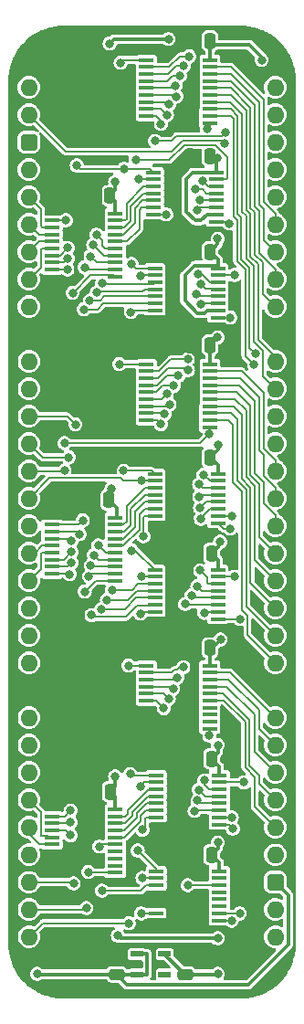
<source format=gbr>
%TF.GenerationSoftware,KiCad,Pcbnew,7.0.5*%
%TF.CreationDate,2024-01-25T17:04:25+02:00*%
%TF.ProjectId,Video Address Counter,56696465-6f20-4416-9464-726573732043,rev?*%
%TF.SameCoordinates,Original*%
%TF.FileFunction,Copper,L1,Top*%
%TF.FilePolarity,Positive*%
%FSLAX46Y46*%
G04 Gerber Fmt 4.6, Leading zero omitted, Abs format (unit mm)*
G04 Created by KiCad (PCBNEW 7.0.5) date 2024-01-25 17:04:25*
%MOMM*%
%LPD*%
G01*
G04 APERTURE LIST*
G04 Aperture macros list*
%AMRoundRect*
0 Rectangle with rounded corners*
0 $1 Rounding radius*
0 $2 $3 $4 $5 $6 $7 $8 $9 X,Y pos of 4 corners*
0 Add a 4 corners polygon primitive as box body*
4,1,4,$2,$3,$4,$5,$6,$7,$8,$9,$2,$3,0*
0 Add four circle primitives for the rounded corners*
1,1,$1+$1,$2,$3*
1,1,$1+$1,$4,$5*
1,1,$1+$1,$6,$7*
1,1,$1+$1,$8,$9*
0 Add four rect primitives between the rounded corners*
20,1,$1+$1,$2,$3,$4,$5,0*
20,1,$1+$1,$4,$5,$6,$7,0*
20,1,$1+$1,$6,$7,$8,$9,0*
20,1,$1+$1,$8,$9,$2,$3,0*%
G04 Aperture macros list end*
%TA.AperFunction,SMDPad,CuDef*%
%ADD10R,1.475000X0.450000*%
%TD*%
%TA.AperFunction,SMDPad,CuDef*%
%ADD11R,1.450000X0.450000*%
%TD*%
%TA.AperFunction,SMDPad,CuDef*%
%ADD12R,1.150000X0.600000*%
%TD*%
%TA.AperFunction,ComponentPad*%
%ADD13O,1.600000X1.600000*%
%TD*%
%TA.AperFunction,ComponentPad*%
%ADD14R,1.600000X1.600000*%
%TD*%
%TA.AperFunction,ComponentPad*%
%ADD15RoundRect,0.400000X-0.400000X-0.400000X0.400000X-0.400000X0.400000X0.400000X-0.400000X0.400000X0*%
%TD*%
%TA.AperFunction,SMDPad,CuDef*%
%ADD16RoundRect,0.250000X0.475000X-0.250000X0.475000X0.250000X-0.475000X0.250000X-0.475000X-0.250000X0*%
%TD*%
%TA.AperFunction,SMDPad,CuDef*%
%ADD17RoundRect,0.250000X0.250000X0.475000X-0.250000X0.475000X-0.250000X-0.475000X0.250000X-0.475000X0*%
%TD*%
%TA.AperFunction,ViaPad*%
%ADD18C,0.800000*%
%TD*%
%TA.AperFunction,Conductor*%
%ADD19C,0.380000*%
%TD*%
%TA.AperFunction,Conductor*%
%ADD20C,0.200000*%
%TD*%
G04 APERTURE END LIST*
D10*
%TO.P,IC13,1,~{OE}*%
%TO.N,/Address ~{OE}*%
X85710000Y-101850000D03*
%TO.P,IC13,2,D0*%
%TO.N,/C16*%
X85710000Y-102500000D03*
%TO.P,IC13,3,D1*%
%TO.N,/C17*%
X85710000Y-103150000D03*
%TO.P,IC13,4,D2*%
%TO.N,/C18*%
X85710000Y-103800000D03*
%TO.P,IC13,5,D3*%
%TO.N,/C19*%
X85710000Y-104450000D03*
%TO.P,IC13,6,D4*%
%TO.N,/C20*%
X85710000Y-105100000D03*
%TO.P,IC13,7,D5*%
%TO.N,/GND*%
X85710000Y-105750000D03*
%TO.P,IC13,8,D6*%
X85710000Y-106400000D03*
%TO.P,IC13,9,D7*%
X85710000Y-107050000D03*
%TO.P,IC13,10,GND*%
X85710000Y-107700000D03*
%TO.P,IC13,11,CP*%
%TO.N,/~{Pixel CLK}*%
X91586000Y-107700000D03*
%TO.P,IC13,12,Q7*%
%TO.N,unconnected-(IC13-Q7-Pad12)*%
X91586000Y-107050000D03*
%TO.P,IC13,13,Q6*%
%TO.N,unconnected-(IC13-Q6-Pad13)*%
X91586000Y-106400000D03*
%TO.P,IC13,14,Q5*%
%TO.N,unconnected-(IC13-Q5-Pad14)*%
X91586000Y-105750000D03*
%TO.P,IC13,15,Q4*%
%TO.N,/A20*%
X91586000Y-105100000D03*
%TO.P,IC13,16,Q3*%
%TO.N,/A19*%
X91586000Y-104450000D03*
%TO.P,IC13,17,Q2*%
%TO.N,/A18*%
X91586000Y-103800000D03*
%TO.P,IC13,18,Q1*%
%TO.N,/A17*%
X91586000Y-103150000D03*
%TO.P,IC13,19,Q0*%
%TO.N,/A16*%
X91586000Y-102500000D03*
%TO.P,IC13,20,3V*%
%TO.N,/3.3V*%
X91586000Y-101850000D03*
%TD*%
%TO.P,IC12,1,~{OE}*%
%TO.N,/Address ~{OE}*%
X85710000Y-73910000D03*
%TO.P,IC12,2,D0*%
%TO.N,/C8*%
X85710000Y-74560000D03*
%TO.P,IC12,3,D1*%
%TO.N,/C9*%
X85710000Y-75210000D03*
%TO.P,IC12,4,D2*%
%TO.N,/C10*%
X85710000Y-75860000D03*
%TO.P,IC12,5,D3*%
%TO.N,/C11*%
X85710000Y-76510000D03*
%TO.P,IC12,6,D4*%
%TO.N,/C12*%
X85710000Y-77160000D03*
%TO.P,IC12,7,D5*%
%TO.N,/C13*%
X85710000Y-77810000D03*
%TO.P,IC12,8,D6*%
%TO.N,/C14*%
X85710000Y-78460000D03*
%TO.P,IC12,9,D7*%
%TO.N,/C15*%
X85710000Y-79110000D03*
%TO.P,IC12,10,GND*%
%TO.N,/GND*%
X85710000Y-79760000D03*
%TO.P,IC12,11,CP*%
%TO.N,/~{Pixel CLK}*%
X91586000Y-79760000D03*
%TO.P,IC12,12,Q7*%
%TO.N,/A15*%
X91586000Y-79110000D03*
%TO.P,IC12,13,Q6*%
%TO.N,/A14*%
X91586000Y-78460000D03*
%TO.P,IC12,14,Q5*%
%TO.N,/A13*%
X91586000Y-77810000D03*
%TO.P,IC12,15,Q4*%
%TO.N,/A12*%
X91586000Y-77160000D03*
%TO.P,IC12,16,Q3*%
%TO.N,/A11*%
X91586000Y-76510000D03*
%TO.P,IC12,17,Q2*%
%TO.N,/A10*%
X91586000Y-75860000D03*
%TO.P,IC12,18,Q1*%
%TO.N,/A9*%
X91586000Y-75210000D03*
%TO.P,IC12,19,Q0*%
%TO.N,/A8*%
X91586000Y-74560000D03*
%TO.P,IC12,20,3V*%
%TO.N,/3.3V*%
X91586000Y-73910000D03*
%TD*%
%TO.P,IC11,1,~{OE}*%
%TO.N,/Address ~{OE}*%
X85710000Y-45716000D03*
%TO.P,IC11,2,D0*%
%TO.N,/C0*%
X85710000Y-46366000D03*
%TO.P,IC11,3,D1*%
%TO.N,/C1*%
X85710000Y-47016000D03*
%TO.P,IC11,4,D2*%
%TO.N,/C2*%
X85710000Y-47666000D03*
%TO.P,IC11,5,D3*%
%TO.N,/C3*%
X85710000Y-48316000D03*
%TO.P,IC11,6,D4*%
%TO.N,/C4*%
X85710000Y-48966000D03*
%TO.P,IC11,7,D5*%
%TO.N,/C5*%
X85710000Y-49616000D03*
%TO.P,IC11,8,D6*%
%TO.N,/C6*%
X85710000Y-50266000D03*
%TO.P,IC11,9,D7*%
%TO.N,/C7*%
X85710000Y-50916000D03*
%TO.P,IC11,10,GND*%
%TO.N,/GND*%
X85710000Y-51566000D03*
%TO.P,IC11,11,CP*%
%TO.N,/~{Pixel CLK}*%
X91586000Y-51566000D03*
%TO.P,IC11,12,Q7*%
%TO.N,/A7*%
X91586000Y-50916000D03*
%TO.P,IC11,13,Q6*%
%TO.N,/A6*%
X91586000Y-50266000D03*
%TO.P,IC11,14,Q5*%
%TO.N,/A5*%
X91586000Y-49616000D03*
%TO.P,IC11,15,Q4*%
%TO.N,/A4*%
X91586000Y-48966000D03*
%TO.P,IC11,16,Q3*%
%TO.N,/A3*%
X91586000Y-48316000D03*
%TO.P,IC11,17,Q2*%
%TO.N,/A2*%
X91586000Y-47666000D03*
%TO.P,IC11,18,Q1*%
%TO.N,/A1*%
X91586000Y-47016000D03*
%TO.P,IC11,19,Q0*%
%TO.N,/A0*%
X91586000Y-46366000D03*
%TO.P,IC11,20,3V*%
%TO.N,/3.3V*%
X91586000Y-45716000D03*
%TD*%
D11*
%TO.P,IC10,1,~{MR}*%
%TO.N,/~{Reset}*%
X86612000Y-120915000D03*
%TO.P,IC10,2,CP*%
%TO.N,/Pixel CLK*%
X86612000Y-121565000D03*
%TO.P,IC10,3,D0*%
%TO.N,/LC20*%
X86612000Y-122215000D03*
%TO.P,IC10,4,D1*%
%TO.N,/GND*%
X86612000Y-122865000D03*
%TO.P,IC10,5,D2*%
X86612000Y-123515000D03*
%TO.P,IC10,6,D3*%
X86612000Y-124165000D03*
%TO.P,IC10,7,CEP*%
%TO.N,/TC_{0..3}*%
X86612000Y-124815000D03*
%TO.P,IC10,8,GND*%
%TO.N,/GND*%
X86612000Y-125465000D03*
%TO.P,IC10,9,~{PE}*%
%TO.N,/~{Horizontal Blank}*%
X92462000Y-125465000D03*
%TO.P,IC10,10,CET*%
%TO.N,/TC_{16..19}*%
X92462000Y-124815000D03*
%TO.P,IC10,11,Q3*%
%TO.N,unconnected-(IC10-Q3-Pad11)*%
X92462000Y-124165000D03*
%TO.P,IC10,12,Q2*%
%TO.N,unconnected-(IC10-Q2-Pad12)*%
X92462000Y-123515000D03*
%TO.P,IC10,13,Q1*%
%TO.N,unconnected-(IC10-Q1-Pad13)*%
X92462000Y-122865000D03*
%TO.P,IC10,14,Q0*%
%TO.N,/C20*%
X92462000Y-122215000D03*
%TO.P,IC10,15,TC*%
%TO.N,unconnected-(IC10-TC-Pad15)*%
X92462000Y-121565000D03*
%TO.P,IC10,16,3V*%
%TO.N,/3.3V*%
X92462000Y-120915000D03*
%TD*%
%TO.P,IC9,1,~{MR}*%
%TO.N,/~{Reset}*%
X86612000Y-112025000D03*
%TO.P,IC9,2,CP*%
%TO.N,/Pixel CLK*%
X86612000Y-112675000D03*
%TO.P,IC9,3,D0*%
%TO.N,/LC16*%
X86612000Y-113325000D03*
%TO.P,IC9,4,D1*%
%TO.N,/LC17*%
X86612000Y-113975000D03*
%TO.P,IC9,5,D2*%
%TO.N,/LC18*%
X86612000Y-114625000D03*
%TO.P,IC9,6,D3*%
%TO.N,/LC19*%
X86612000Y-115275000D03*
%TO.P,IC9,7,CEP*%
%TO.N,/TC_{0..3}*%
X86612000Y-115925000D03*
%TO.P,IC9,8,GND*%
%TO.N,/GND*%
X86612000Y-116575000D03*
%TO.P,IC9,9,~{PE}*%
%TO.N,/~{Horizontal Blank}*%
X92462000Y-116575000D03*
%TO.P,IC9,10,CET*%
%TO.N,/TC_{12..15}*%
X92462000Y-115925000D03*
%TO.P,IC9,11,Q3*%
%TO.N,/C19*%
X92462000Y-115275000D03*
%TO.P,IC9,12,Q2*%
%TO.N,/C18*%
X92462000Y-114625000D03*
%TO.P,IC9,13,Q1*%
%TO.N,/C17*%
X92462000Y-113975000D03*
%TO.P,IC9,14,Q0*%
%TO.N,/C16*%
X92462000Y-113325000D03*
%TO.P,IC9,15,TC*%
%TO.N,/TC_{16..19}*%
X92462000Y-112675000D03*
%TO.P,IC9,16,3V*%
%TO.N,/3.3V*%
X92462000Y-112025000D03*
%TD*%
D10*
%TO.P,IC8,1,~{OE}*%
%TO.N,/GND*%
X76947000Y-115185000D03*
%TO.P,IC8,2,D0*%
%TO.N,/L16*%
X76947000Y-115835000D03*
%TO.P,IC8,3,D1*%
%TO.N,/L17*%
X76947000Y-116485000D03*
%TO.P,IC8,4,D2*%
%TO.N,/L18*%
X76947000Y-117135000D03*
%TO.P,IC8,5,D3*%
%TO.N,/L19*%
X76947000Y-117785000D03*
%TO.P,IC8,6,D4*%
%TO.N,/L20*%
X76947000Y-118435000D03*
%TO.P,IC8,7,D5*%
%TO.N,/GND*%
X76947000Y-119085000D03*
%TO.P,IC8,8,D6*%
X76947000Y-119735000D03*
%TO.P,IC8,9,D7*%
X76947000Y-120385000D03*
%TO.P,IC8,10,GND*%
X76947000Y-121035000D03*
%TO.P,IC8,11,LE*%
%TO.N,/Latch Bank*%
X82823000Y-121035000D03*
%TO.P,IC8,12,Q7*%
%TO.N,unconnected-(IC8-Q7-Pad12)*%
X82823000Y-120385000D03*
%TO.P,IC8,13,Q6*%
%TO.N,unconnected-(IC8-Q6-Pad13)*%
X82823000Y-119735000D03*
%TO.P,IC8,14,Q5*%
%TO.N,unconnected-(IC8-Q5-Pad14)*%
X82823000Y-119085000D03*
%TO.P,IC8,15,Q4*%
%TO.N,/LC20*%
X82823000Y-118435000D03*
%TO.P,IC8,16,Q3*%
%TO.N,/LC19*%
X82823000Y-117785000D03*
%TO.P,IC8,17,Q2*%
%TO.N,/LC18*%
X82823000Y-117135000D03*
%TO.P,IC8,18,Q1*%
%TO.N,/LC17*%
X82823000Y-116485000D03*
%TO.P,IC8,19,Q0*%
%TO.N,/LC16*%
X82823000Y-115835000D03*
%TO.P,IC8,20,3V*%
%TO.N,/3.3V*%
X82823000Y-115185000D03*
%TD*%
D11*
%TO.P,IC7,1,~{MR}*%
%TO.N,/~{Reset}*%
X86485000Y-92975000D03*
%TO.P,IC7,2,CP*%
%TO.N,/Pixel CLK*%
X86485000Y-93625000D03*
%TO.P,IC7,3,D0*%
%TO.N,/LC12*%
X86485000Y-94275000D03*
%TO.P,IC7,4,D1*%
%TO.N,/LC13*%
X86485000Y-94925000D03*
%TO.P,IC7,5,D2*%
%TO.N,/LC14*%
X86485000Y-95575000D03*
%TO.P,IC7,6,D3*%
%TO.N,/LC15*%
X86485000Y-96225000D03*
%TO.P,IC7,7,CEP*%
%TO.N,/TC_{0..3}*%
X86485000Y-96875000D03*
%TO.P,IC7,8,GND*%
%TO.N,/GND*%
X86485000Y-97525000D03*
%TO.P,IC7,9,~{PE}*%
%TO.N,/~{Horizontal Blank}*%
X92335000Y-97525000D03*
%TO.P,IC7,10,CET*%
%TO.N,/TC_{8..11}*%
X92335000Y-96875000D03*
%TO.P,IC7,11,Q3*%
%TO.N,/C15*%
X92335000Y-96225000D03*
%TO.P,IC7,12,Q2*%
%TO.N,/C14*%
X92335000Y-95575000D03*
%TO.P,IC7,13,Q1*%
%TO.N,/C13*%
X92335000Y-94925000D03*
%TO.P,IC7,14,Q0*%
%TO.N,/C12*%
X92335000Y-94275000D03*
%TO.P,IC7,15,TC*%
%TO.N,/TC_{12..15}*%
X92335000Y-93625000D03*
%TO.P,IC7,16,3V*%
%TO.N,/3.3V*%
X92335000Y-92975000D03*
%TD*%
%TO.P,IC6,1,~{MR}*%
%TO.N,/~{Reset}*%
X86485000Y-84085000D03*
%TO.P,IC6,2,CP*%
%TO.N,/Pixel CLK*%
X86485000Y-84735000D03*
%TO.P,IC6,3,D0*%
%TO.N,/LC8*%
X86485000Y-85385000D03*
%TO.P,IC6,4,D1*%
%TO.N,/LC9*%
X86485000Y-86035000D03*
%TO.P,IC6,5,D2*%
%TO.N,/LC10*%
X86485000Y-86685000D03*
%TO.P,IC6,6,D3*%
%TO.N,/LC11*%
X86485000Y-87335000D03*
%TO.P,IC6,7,CEP*%
%TO.N,/TC_{0..3}*%
X86485000Y-87985000D03*
%TO.P,IC6,8,GND*%
%TO.N,/GND*%
X86485000Y-88635000D03*
%TO.P,IC6,9,~{PE}*%
%TO.N,/~{Horizontal Blank}*%
X92335000Y-88635000D03*
%TO.P,IC6,10,CET*%
%TO.N,/TC_{4..7}*%
X92335000Y-87985000D03*
%TO.P,IC6,11,Q3*%
%TO.N,/C11*%
X92335000Y-87335000D03*
%TO.P,IC6,12,Q2*%
%TO.N,/C10*%
X92335000Y-86685000D03*
%TO.P,IC6,13,Q1*%
%TO.N,/C9*%
X92335000Y-86035000D03*
%TO.P,IC6,14,Q0*%
%TO.N,/C8*%
X92335000Y-85385000D03*
%TO.P,IC6,15,TC*%
%TO.N,/TC_{8..11}*%
X92335000Y-84735000D03*
%TO.P,IC6,16,3V*%
%TO.N,/3.3V*%
X92335000Y-84085000D03*
%TD*%
D10*
%TO.P,IC5,1,~{OE}*%
%TO.N,/GND*%
X76947000Y-88134000D03*
%TO.P,IC5,2,D0*%
%TO.N,/L8*%
X76947000Y-88784000D03*
%TO.P,IC5,3,D1*%
%TO.N,/L9*%
X76947000Y-89434000D03*
%TO.P,IC5,4,D2*%
%TO.N,/L10*%
X76947000Y-90084000D03*
%TO.P,IC5,5,D3*%
%TO.N,/L11*%
X76947000Y-90734000D03*
%TO.P,IC5,6,D4*%
%TO.N,/L12*%
X76947000Y-91384000D03*
%TO.P,IC5,7,D5*%
%TO.N,/L13*%
X76947000Y-92034000D03*
%TO.P,IC5,8,D6*%
%TO.N,/L14*%
X76947000Y-92684000D03*
%TO.P,IC5,9,D7*%
%TO.N,/L15*%
X76947000Y-93334000D03*
%TO.P,IC5,10,GND*%
%TO.N,/GND*%
X76947000Y-93984000D03*
%TO.P,IC5,11,LE*%
%TO.N,/Latch High*%
X82823000Y-93984000D03*
%TO.P,IC5,12,Q7*%
%TO.N,/LC15*%
X82823000Y-93334000D03*
%TO.P,IC5,13,Q6*%
%TO.N,/LC14*%
X82823000Y-92684000D03*
%TO.P,IC5,14,Q5*%
%TO.N,/LC13*%
X82823000Y-92034000D03*
%TO.P,IC5,15,Q4*%
%TO.N,/LC12*%
X82823000Y-91384000D03*
%TO.P,IC5,16,Q3*%
%TO.N,/LC11*%
X82823000Y-90734000D03*
%TO.P,IC5,17,Q2*%
%TO.N,/LC10*%
X82823000Y-90084000D03*
%TO.P,IC5,18,Q1*%
%TO.N,/LC9*%
X82823000Y-89434000D03*
%TO.P,IC5,19,Q0*%
%TO.N,/LC8*%
X82823000Y-88784000D03*
%TO.P,IC5,20,3V*%
%TO.N,/3.3V*%
X82823000Y-88134000D03*
%TD*%
D11*
%TO.P,IC4,1,~{MR}*%
%TO.N,/~{Reset}*%
X86485000Y-65035000D03*
%TO.P,IC4,2,CP*%
%TO.N,/Pixel CLK*%
X86485000Y-65685000D03*
%TO.P,IC4,3,D0*%
%TO.N,/LC4*%
X86485000Y-66335000D03*
%TO.P,IC4,4,D1*%
%TO.N,/LC5*%
X86485000Y-66985000D03*
%TO.P,IC4,5,D2*%
%TO.N,/LC6*%
X86485000Y-67635000D03*
%TO.P,IC4,6,D3*%
%TO.N,/LC7*%
X86485000Y-68285000D03*
%TO.P,IC4,7,CEP*%
%TO.N,/TC_{0..3}*%
X86485000Y-68935000D03*
%TO.P,IC4,8,GND*%
%TO.N,/GND*%
X86485000Y-69585000D03*
%TO.P,IC4,9,~{PE}*%
%TO.N,/~{Horizontal Blank}*%
X92335000Y-69585000D03*
%TO.P,IC4,10,CET*%
%TO.N,/3.3V*%
X92335000Y-68935000D03*
%TO.P,IC4,11,Q3*%
%TO.N,/C7*%
X92335000Y-68285000D03*
%TO.P,IC4,12,Q2*%
%TO.N,/C6*%
X92335000Y-67635000D03*
%TO.P,IC4,13,Q1*%
%TO.N,/C5*%
X92335000Y-66985000D03*
%TO.P,IC4,14,Q0*%
%TO.N,/C4*%
X92335000Y-66335000D03*
%TO.P,IC4,15,TC*%
%TO.N,/TC_{4..7}*%
X92335000Y-65685000D03*
%TO.P,IC4,16,3V*%
%TO.N,/3.3V*%
X92335000Y-65035000D03*
%TD*%
%TO.P,IC3,1,~{MR}*%
%TO.N,/~{Reset}*%
X86358000Y-56145000D03*
%TO.P,IC3,2,CP*%
%TO.N,/Pixel CLK*%
X86358000Y-56795000D03*
%TO.P,IC3,3,D0*%
%TO.N,/LC0*%
X86358000Y-57445000D03*
%TO.P,IC3,4,D1*%
%TO.N,/LC1*%
X86358000Y-58095000D03*
%TO.P,IC3,5,D2*%
%TO.N,/LC2*%
X86358000Y-58745000D03*
%TO.P,IC3,6,D3*%
%TO.N,/LC3*%
X86358000Y-59395000D03*
%TO.P,IC3,7,CEP*%
%TO.N,/Advance Pixel*%
X86358000Y-60045000D03*
%TO.P,IC3,8,GND*%
%TO.N,/GND*%
X86358000Y-60695000D03*
%TO.P,IC3,9,~{PE}*%
%TO.N,/~{Horizontal Blank}*%
X92208000Y-60695000D03*
%TO.P,IC3,10,CET*%
%TO.N,/3.3V*%
X92208000Y-60045000D03*
%TO.P,IC3,11,Q3*%
%TO.N,/C3*%
X92208000Y-59395000D03*
%TO.P,IC3,12,Q2*%
%TO.N,/C2*%
X92208000Y-58745000D03*
%TO.P,IC3,13,Q1*%
%TO.N,/C1*%
X92208000Y-58095000D03*
%TO.P,IC3,14,Q0*%
%TO.N,/C0*%
X92208000Y-57445000D03*
%TO.P,IC3,15,TC*%
%TO.N,/TC_{0..3}*%
X92208000Y-56795000D03*
%TO.P,IC3,16,3V*%
%TO.N,/3.3V*%
X92208000Y-56145000D03*
%TD*%
D10*
%TO.P,IC2,1,~{OE}*%
%TO.N,/GND*%
X76947000Y-59940000D03*
%TO.P,IC2,2,D0*%
%TO.N,/L0*%
X76947000Y-60590000D03*
%TO.P,IC2,3,D1*%
%TO.N,/L1*%
X76947000Y-61240000D03*
%TO.P,IC2,4,D2*%
%TO.N,/L2*%
X76947000Y-61890000D03*
%TO.P,IC2,5,D3*%
%TO.N,/L3*%
X76947000Y-62540000D03*
%TO.P,IC2,6,D4*%
%TO.N,/L4*%
X76947000Y-63190000D03*
%TO.P,IC2,7,D5*%
%TO.N,/L5*%
X76947000Y-63840000D03*
%TO.P,IC2,8,D6*%
%TO.N,/L6*%
X76947000Y-64490000D03*
%TO.P,IC2,9,D7*%
%TO.N,/L7*%
X76947000Y-65140000D03*
%TO.P,IC2,10,GND*%
%TO.N,/GND*%
X76947000Y-65790000D03*
%TO.P,IC2,11,LE*%
%TO.N,/Latch Low*%
X82823000Y-65790000D03*
%TO.P,IC2,12,Q7*%
%TO.N,/LC7*%
X82823000Y-65140000D03*
%TO.P,IC2,13,Q6*%
%TO.N,/LC6*%
X82823000Y-64490000D03*
%TO.P,IC2,14,Q5*%
%TO.N,/LC5*%
X82823000Y-63840000D03*
%TO.P,IC2,15,Q4*%
%TO.N,/LC4*%
X82823000Y-63190000D03*
%TO.P,IC2,16,Q3*%
%TO.N,/LC3*%
X82823000Y-62540000D03*
%TO.P,IC2,17,Q2*%
%TO.N,/LC2*%
X82823000Y-61890000D03*
%TO.P,IC2,18,Q1*%
%TO.N,/LC1*%
X82823000Y-61240000D03*
%TO.P,IC2,19,Q0*%
%TO.N,/LC0*%
X82823000Y-60590000D03*
%TO.P,IC2,20,3V*%
%TO.N,/3.3V*%
X82823000Y-59940000D03*
%TD*%
D12*
%TO.P,IC1,1,VIN*%
%TO.N,/5V*%
X84808000Y-128590000D03*
%TO.P,IC1,2,GND*%
%TO.N,/GND*%
X84808000Y-129540000D03*
%TO.P,IC1,3,EN*%
%TO.N,/5V*%
X84808000Y-130490000D03*
%TO.P,IC1,4,ADJ*%
%TO.N,unconnected-(IC1-ADJ-Pad4)*%
X87408000Y-130490000D03*
%TO.P,IC1,5,VOUT*%
%TO.N,/3.3V*%
X87408000Y-128590000D03*
%TD*%
D13*
%TO.P,J1,64,Pin_64*%
%TO.N,/Advance Pixel*%
X97665000Y-48260000D03*
%TO.P,J1,63,Pin_63*%
%TO.N,unconnected-(J1-Pin_63-Pad63)*%
X97665000Y-50800000D03*
%TO.P,J1,62,Pin_62*%
%TO.N,unconnected-(J1-Pin_62-Pad62)*%
X97665000Y-53340000D03*
%TO.P,J1,61,Pin_61*%
%TO.N,unconnected-(J1-Pin_61-Pad61)*%
X97665000Y-55880000D03*
%TO.P,J1,60,Pin_60*%
%TO.N,unconnected-(J1-Pin_60-Pad60)*%
X97665000Y-58420000D03*
%TO.P,J1,59,Pin_59*%
%TO.N,/A0*%
X97665000Y-60960000D03*
%TO.P,J1,58,Pin_58*%
%TO.N,/A1*%
X97665000Y-63500000D03*
%TO.P,J1,57,Pin_57*%
%TO.N,/A2*%
X97665000Y-66040000D03*
%TO.P,J1,56,Pin_56*%
%TO.N,/A3*%
X97665000Y-68580000D03*
D14*
%TO.P,J1,55,Pin_55*%
%TO.N,/GND*%
X97665000Y-71120000D03*
D13*
%TO.P,J1,54,Pin_54*%
%TO.N,/A4*%
X97665000Y-73660000D03*
%TO.P,J1,53,Pin_53*%
%TO.N,/A5*%
X97665000Y-76200000D03*
%TO.P,J1,52,Pin_52*%
%TO.N,/A6*%
X97665000Y-78740000D03*
%TO.P,J1,51,Pin_51*%
%TO.N,/A7*%
X97665000Y-81280000D03*
%TO.P,J1,50,Pin_50*%
%TO.N,/A8*%
X97665000Y-83820000D03*
%TO.P,J1,49,Pin_49*%
%TO.N,/A9*%
X97665000Y-86360000D03*
%TO.P,J1,48,Pin_48*%
%TO.N,/A10*%
X97665000Y-88900000D03*
%TO.P,J1,47,Pin_47*%
%TO.N,/A11*%
X97665000Y-91440000D03*
%TO.P,J1,46,Pin_46*%
%TO.N,/A12*%
X97665000Y-93980000D03*
%TO.P,J1,45,Pin_45*%
%TO.N,/A13*%
X97665000Y-96520000D03*
%TO.P,J1,44,Pin_44*%
%TO.N,/A14*%
X97665000Y-99060000D03*
%TO.P,J1,43,Pin_43*%
%TO.N,/A15*%
X97665000Y-101600000D03*
D14*
%TO.P,J1,42,Pin_42*%
%TO.N,/GND*%
X97665000Y-104140000D03*
D13*
%TO.P,J1,41,Pin_41*%
%TO.N,/A16*%
X97665000Y-106680000D03*
%TO.P,J1,40,Pin_40*%
%TO.N,/A17*%
X97665000Y-109220000D03*
%TO.P,J1,39,Pin_39*%
%TO.N,/A18*%
X97665000Y-111760000D03*
%TO.P,J1,38,Pin_38*%
%TO.N,/A19*%
X97665000Y-114300000D03*
%TO.P,J1,37,Pin_37*%
%TO.N,/A20*%
X97665000Y-116840000D03*
%TO.P,J1,36,Pin_36*%
%TO.N,unconnected-(J1-Pin_36-Pad36)*%
X97665000Y-119380000D03*
D15*
%TO.P,J1,35,Pin_35*%
%TO.N,/5V*%
X97665000Y-121920000D03*
D13*
%TO.P,J1,34,Pin_34*%
%TO.N,unconnected-(J1-Pin_34-Pad34)*%
X97665000Y-124460000D03*
%TO.P,J1,33,Pin_33*%
%TO.N,unconnected-(J1-Pin_33-Pad33)*%
X97665000Y-127000000D03*
%TO.P,J1,32,Pin_32*%
%TO.N,/Address ~{OE}*%
X74805000Y-127000000D03*
%TO.P,J1,31,Pin_31*%
%TO.N,/Latch Bank*%
X74805000Y-124460000D03*
%TO.P,J1,30,Pin_30*%
%TO.N,/Latch High*%
X74805000Y-121920000D03*
%TO.P,J1,29,Pin_29*%
%TO.N,/Latch Low*%
X74805000Y-119380000D03*
%TO.P,J1,28,Pin_28*%
%TO.N,/L20*%
X74805000Y-116840000D03*
%TO.P,J1,27,Pin_27*%
%TO.N,/L19*%
X74805000Y-114300000D03*
%TO.P,J1,26,Pin_26*%
%TO.N,/L18*%
X74805000Y-111760000D03*
%TO.P,J1,25,Pin_25*%
%TO.N,/L17*%
X74805000Y-109220000D03*
%TO.P,J1,24,Pin_24*%
%TO.N,/L16*%
X74805000Y-106680000D03*
D14*
%TO.P,J1,23,Pin_23*%
%TO.N,/GND*%
X74805000Y-104140000D03*
D13*
%TO.P,J1,22,Pin_22*%
%TO.N,/L15*%
X74805000Y-101600000D03*
%TO.P,J1,21,Pin_21*%
%TO.N,/L14*%
X74805000Y-99060000D03*
%TO.P,J1,20,Pin_20*%
%TO.N,/L13*%
X74805000Y-96520000D03*
%TO.P,J1,19,Pin_19*%
%TO.N,/L12*%
X74805000Y-93980000D03*
%TO.P,J1,18,Pin_18*%
%TO.N,/L11*%
X74805000Y-91440000D03*
%TO.P,J1,17,Pin_17*%
%TO.N,/~{Pixel CLK}*%
X74805000Y-88900000D03*
%TO.P,J1,16,Pin_16*%
%TO.N,/Pixel CLK*%
X74805000Y-86360000D03*
%TO.P,J1,15,Pin_15*%
%TO.N,/L10*%
X74805000Y-83820000D03*
%TO.P,J1,14,Pin_14*%
%TO.N,/L9*%
X74805000Y-81280000D03*
%TO.P,J1,13,Pin_13*%
%TO.N,/L8*%
X74805000Y-78740000D03*
%TO.P,J1,12,Pin_12*%
%TO.N,/L7*%
X74805000Y-76200000D03*
%TO.P,J1,11,Pin_11*%
%TO.N,/L6*%
X74805000Y-73660000D03*
D14*
%TO.P,J1,10,Pin_10*%
%TO.N,/GND*%
X74805000Y-71120000D03*
D13*
%TO.P,J1,9,Pin_9*%
%TO.N,/L5*%
X74805000Y-68580000D03*
%TO.P,J1,8,Pin_8*%
%TO.N,/L4*%
X74805000Y-66040000D03*
%TO.P,J1,7,Pin_7*%
%TO.N,/L3*%
X74805000Y-63500000D03*
%TO.P,J1,6,Pin_6*%
%TO.N,/L2*%
X74805000Y-60960000D03*
%TO.P,J1,5,Pin_5*%
%TO.N,/L1*%
X74805000Y-58420000D03*
%TO.P,J1,4,Pin_4*%
%TO.N,/L0*%
X74805000Y-55880000D03*
D15*
%TO.P,J1,3,Pin_3*%
%TO.N,/5V*%
X74805000Y-53340000D03*
D13*
%TO.P,J1,2,Pin_2*%
%TO.N,/~{Horizontal Blank}*%
X74805000Y-50800000D03*
%TO.P,J1,1,Pin_1*%
%TO.N,/~{Reset}*%
X74805000Y-48260000D03*
%TD*%
D16*
%TO.P,C10,1*%
%TO.N,/5V*%
X82933000Y-130474000D03*
%TO.P,C10,2*%
%TO.N,/GND*%
X82933000Y-128574000D03*
%TD*%
D17*
%TO.P,C6,1*%
%TO.N,/3.3V*%
X91741000Y-119380000D03*
%TO.P,C6,2*%
%TO.N,/GND*%
X89841000Y-119380000D03*
%TD*%
%TO.P,C1,1*%
%TO.N,/3.3V*%
X82343000Y-113538000D03*
%TO.P,C1,2*%
%TO.N,/GND*%
X80443000Y-113538000D03*
%TD*%
%TO.P,C2,1*%
%TO.N,/3.3V*%
X91741000Y-91440000D03*
%TO.P,C2,2*%
%TO.N,/GND*%
X89841000Y-91440000D03*
%TD*%
%TO.P,C7,1*%
%TO.N,/3.3V*%
X91614000Y-82550000D03*
%TO.P,C7,2*%
%TO.N,/GND*%
X89714000Y-82550000D03*
%TD*%
%TO.P,C12,1*%
%TO.N,/3.3V*%
X91741000Y-110490000D03*
%TO.P,C12,2*%
%TO.N,/GND*%
X89841000Y-110490000D03*
%TD*%
%TO.P,C8,1*%
%TO.N,/3.3V*%
X82216000Y-86487000D03*
%TO.P,C8,2*%
%TO.N,/GND*%
X80316000Y-86487000D03*
%TD*%
%TO.P,C4,1*%
%TO.N,/3.3V*%
X91614000Y-72136000D03*
%TO.P,C4,2*%
%TO.N,/GND*%
X89714000Y-72136000D03*
%TD*%
%TO.P,C3,1*%
%TO.N,/3.3V*%
X91614000Y-100203000D03*
%TO.P,C3,2*%
%TO.N,/GND*%
X89714000Y-100203000D03*
%TD*%
%TO.P,C5,1*%
%TO.N,/3.3V*%
X91614000Y-43942000D03*
%TO.P,C5,2*%
%TO.N,/GND*%
X89714000Y-43942000D03*
%TD*%
D16*
%TO.P,C11,1*%
%TO.N,/3.3V*%
X89283000Y-130474000D03*
%TO.P,C11,2*%
%TO.N,/GND*%
X89283000Y-128574000D03*
%TD*%
D17*
%TO.P,C14,1*%
%TO.N,/3.3V*%
X91614000Y-54610000D03*
%TO.P,C14,2*%
%TO.N,/GND*%
X89714000Y-54610000D03*
%TD*%
%TO.P,C13,1*%
%TO.N,/3.3V*%
X91614000Y-63500000D03*
%TO.P,C13,2*%
%TO.N,/GND*%
X89714000Y-63500000D03*
%TD*%
%TO.P,C9,1*%
%TO.N,/3.3V*%
X82326000Y-58293000D03*
%TO.P,C9,2*%
%TO.N,/GND*%
X80426000Y-58293000D03*
%TD*%
D18*
%TO.N,/GND*%
X79692994Y-104140000D03*
X76583000Y-114681000D03*
X78996000Y-95758000D03*
%TO.N,/Latch Low*%
X78869000Y-67310000D03*
%TO.N,/Latch High*%
X78960500Y-122047000D03*
X79991520Y-94990431D03*
%TO.N,/Latch Bank*%
X80139000Y-124333000D03*
X80300250Y-120989791D03*
%TO.N,/L16*%
X78677000Y-115297926D03*
%TO.N,/L17*%
X78677000Y-116377449D03*
%TO.N,/L18*%
X78677000Y-117588689D03*
%TO.N,/3.3V*%
X87758994Y-43787000D03*
X92317627Y-62300220D03*
X92331000Y-109219994D03*
X92542000Y-90376138D03*
X92317627Y-71432375D03*
X92585000Y-99441000D03*
X83060008Y-126873000D03*
X82806000Y-57023000D03*
X92330996Y-81407000D03*
X92317627Y-54845244D03*
X92331000Y-130429000D03*
X92331000Y-127127000D03*
X82469002Y-85466101D03*
X82298000Y-44196000D03*
X96395000Y-45720000D03*
X82808540Y-112129447D03*
X92328125Y-118265000D03*
%TO.N,/GND*%
X80520000Y-57150000D03*
X81282000Y-99441000D03*
X84203000Y-51566000D03*
X81790000Y-128524000D03*
X86362000Y-71247010D03*
X78170500Y-121094500D03*
X96522000Y-44069000D03*
X81155000Y-112522000D03*
X89918000Y-118110008D03*
X86125118Y-44780947D03*
X81536000Y-71120000D03*
X78488000Y-66294000D03*
X80520000Y-51562000D03*
X86561986Y-107756779D03*
X86870000Y-89535000D03*
X89737504Y-88445496D03*
X90299000Y-109347000D03*
X86214000Y-80264000D03*
X87886000Y-99441000D03*
X90172000Y-128524000D03*
X88013000Y-97155000D03*
X81220000Y-85534500D03*
X86362000Y-61595000D03*
X81282000Y-104139992D03*
%TO.N,/5V*%
X75567000Y-130429000D03*
%TO.N,/L0*%
X78234000Y-60579000D03*
%TO.N,/L5*%
X78395344Y-63129588D03*
%TO.N,/L6*%
X78423874Y-64129184D03*
%TO.N,/L7*%
X78394365Y-65147451D03*
%TO.N,/LC7*%
X79885000Y-68834002D03*
X79974365Y-64934635D03*
%TO.N,/LC6*%
X80533822Y-63916941D03*
X80456081Y-68009246D03*
%TO.N,/LC5*%
X80774000Y-62865000D03*
X81112000Y-67248951D03*
%TO.N,/LC4*%
X81067941Y-61909174D03*
X81608570Y-66380951D03*
%TO.N,/~{Reset}*%
X84208540Y-111907625D03*
X83588570Y-83799649D03*
X84901367Y-118999000D03*
X83630000Y-55813773D03*
X84329992Y-91186000D03*
X84330000Y-64643000D03*
X79250006Y-55499000D03*
%TO.N,/Pixel CLK*%
X85284000Y-84735000D03*
X85192947Y-65759953D03*
X85284008Y-93575000D03*
X85346000Y-121539008D03*
X85176451Y-113046500D03*
X85030000Y-56769000D03*
%TO.N,/Advance Pixel*%
X87556394Y-60043000D03*
X93064303Y-52410306D03*
X86507751Y-53224859D03*
%TO.N,/~{Horizontal Blank}*%
X93728000Y-116967000D03*
X92971480Y-53461512D03*
X94363000Y-97536000D03*
X93408999Y-60887956D03*
X93474000Y-89154000D03*
X93601000Y-125515000D03*
X93474016Y-69596000D03*
%TO.N,/C3*%
X90444708Y-59629306D03*
X88413722Y-48101870D03*
%TO.N,/C2*%
X90704284Y-58663580D03*
X88811962Y-47184587D03*
%TO.N,/C1*%
X90273923Y-57727734D03*
X89183861Y-46256311D03*
%TO.N,/C0*%
X90883498Y-56935000D03*
X89668500Y-45381594D03*
%TO.N,/TC_{0..3}*%
X85432023Y-89858818D03*
X85219000Y-124815000D03*
X84711000Y-54991000D03*
X85157000Y-97028000D03*
X85348875Y-117066000D03*
X84269000Y-69088008D03*
%TO.N,/C7*%
X90730520Y-68397268D03*
X87056461Y-51648392D03*
%TO.N,/C6*%
X87615957Y-50819556D03*
X90299000Y-67437000D03*
%TO.N,/C5*%
X90796703Y-66529134D03*
X87797095Y-49836096D03*
%TO.N,/C4*%
X90518275Y-65561162D03*
X88474032Y-49100052D03*
%TO.N,/TC_{4..7}*%
X93601000Y-87985000D03*
X93855000Y-65659000D03*
%TO.N,/L8*%
X79123000Y-79502000D03*
X79804000Y-88392000D03*
%TO.N,/L9*%
X78488000Y-82550000D03*
X79504000Y-89662000D03*
%TO.N,/L10*%
X78742137Y-90316545D03*
X78107000Y-83762996D03*
%TO.N,/L13*%
X78740186Y-91316546D03*
%TO.N,/L14*%
X78759192Y-92316368D03*
%TO.N,/L15*%
X78585369Y-93379302D03*
%TO.N,/LC15*%
X80378403Y-93559820D03*
X80618093Y-97174266D03*
%TO.N,/LC14*%
X81484029Y-96644566D03*
X80547614Y-92574237D03*
%TO.N,/LC13*%
X82044000Y-95758000D03*
X80814379Y-91610473D03*
%TO.N,/LC12*%
X81232069Y-90701881D03*
X82505507Y-94822504D03*
%TO.N,/C11*%
X88245628Y-75920098D03*
X90742000Y-88253221D03*
%TO.N,/C10*%
X88671755Y-74995000D03*
X90689895Y-87243525D03*
%TO.N,/C9*%
X89550203Y-74468437D03*
X90615156Y-86218215D03*
%TO.N,/C8*%
X90587190Y-85070429D03*
X89539995Y-73468486D03*
%TO.N,/TC_{8..11}*%
X91057516Y-96966000D03*
X91000603Y-84160424D03*
%TO.N,/C15*%
X87050379Y-79474000D03*
X89283000Y-96139000D03*
%TO.N,/C14*%
X89908403Y-95343628D03*
X87406016Y-78539373D03*
%TO.N,/C13*%
X90426000Y-94488000D03*
X87854217Y-77645438D03*
%TO.N,/C12*%
X90698718Y-93036752D03*
X87595105Y-76679588D03*
%TO.N,/TC_{12..15}*%
X93855000Y-93625114D03*
X93626976Y-115925000D03*
%TO.N,/LC20*%
X81347000Y-118628281D03*
X81589141Y-122710000D03*
%TO.N,/C19*%
X90172000Y-115316000D03*
X87783000Y-104922738D03*
%TO.N,/C18*%
X90450573Y-114350622D03*
X88183000Y-104002820D03*
%TO.N,/C17*%
X90577711Y-113358734D03*
X88583000Y-102946865D03*
%TO.N,/C16*%
X89146495Y-101986119D03*
X91092626Y-112501490D03*
%TO.N,/TC_{16..19}*%
X94363000Y-124815000D03*
X94744000Y-112675000D03*
%TO.N,/C20*%
X89537000Y-122215000D03*
X87316364Y-105807190D03*
%TO.N,/Address ~{OE}*%
X83188570Y-73914000D03*
X84057000Y-101854000D03*
X83314000Y-45974000D03*
X84076000Y-125730000D03*
%TO.N,/~{Pixel CLK}*%
X91541000Y-108331010D03*
X91540996Y-80391004D03*
X91327984Y-52084990D03*
X78107000Y-81236788D03*
%TO.N,/A7*%
X95687014Y-73980220D03*
%TO.N,/A6*%
X95821996Y-72961504D03*
%TD*%
D19*
%TO.N,/GND*%
X78996000Y-95758000D02*
X78996000Y-97282000D01*
X87886000Y-99441000D02*
X81282000Y-99441000D01*
X81155000Y-99441000D02*
X81282000Y-99441000D01*
X78996000Y-97282000D02*
X81155000Y-99441000D01*
X85710000Y-105750000D02*
X82892008Y-105750000D01*
X81281992Y-104140000D02*
X81282000Y-104139992D01*
X82892008Y-105750000D02*
X81282000Y-104139992D01*
X79692994Y-104140000D02*
X81281992Y-104140000D01*
X79631000Y-104140000D02*
X79692994Y-104140000D01*
X74805000Y-104140000D02*
X79631000Y-104140000D01*
D20*
%TO.N,/L16*%
X78139926Y-115835000D02*
X78677000Y-115297926D01*
X76947000Y-115835000D02*
X78139926Y-115835000D01*
%TO.N,/L17*%
X76947000Y-116485000D02*
X78569449Y-116485000D01*
X78569449Y-116485000D02*
X78677000Y-116377449D01*
%TO.N,/L18*%
X76947000Y-117135000D02*
X78223311Y-117135000D01*
X78223311Y-117135000D02*
X78677000Y-117588689D01*
D19*
%TO.N,/GND*%
X81218500Y-85534500D02*
X81220000Y-85534500D01*
X80316000Y-86437000D02*
X81218500Y-85534500D01*
D20*
%TO.N,/L15*%
X77074000Y-93334000D02*
X78540067Y-93334000D01*
X78540067Y-93334000D02*
X78585369Y-93379302D01*
%TO.N,/Latch High*%
X80997951Y-93984000D02*
X79991520Y-94990431D01*
%TO.N,/LC15*%
X82950000Y-93334000D02*
X80604223Y-93334000D01*
%TO.N,/LC13*%
X81237906Y-92034000D02*
X80814379Y-91610473D01*
X82950000Y-92034000D02*
X81237906Y-92034000D01*
%TO.N,/LC12*%
X81914188Y-91384000D02*
X81232069Y-90701881D01*
%TO.N,/Latch High*%
X82823000Y-93984000D02*
X80997951Y-93984000D01*
%TO.N,/LC12*%
X82950000Y-91384000D02*
X81914188Y-91384000D01*
%TO.N,/LC14*%
X82950000Y-92684000D02*
X80657377Y-92684000D01*
%TO.N,/Latch Low*%
X80498049Y-65680951D02*
X78869000Y-67310000D01*
X82713951Y-65680951D02*
X80498049Y-65680951D01*
%TO.N,/LC14*%
X80657377Y-92684000D02*
X80547614Y-92574237D01*
%TO.N,/LC15*%
X80604223Y-93334000D02*
X80378403Y-93559820D01*
%TO.N,/Latch High*%
X78833500Y-121920000D02*
X78960500Y-122047000D01*
X74805000Y-121920000D02*
X78833500Y-121920000D01*
%TO.N,/Latch Bank*%
X80345459Y-121035000D02*
X80300250Y-120989791D01*
X82823000Y-121035000D02*
X80345459Y-121035000D01*
D19*
%TO.N,/GND*%
X80021729Y-121828500D02*
X79287729Y-121094500D01*
X83772000Y-121828500D02*
X80021729Y-121828500D01*
X84076000Y-121524500D02*
X83772000Y-121828500D01*
X84076000Y-118491000D02*
X84076000Y-121524500D01*
X86612000Y-117479000D02*
X86235000Y-117856000D01*
X86612000Y-116575000D02*
X86612000Y-117479000D01*
X86235000Y-117856000D02*
X84711000Y-117856000D01*
X84711000Y-117856000D02*
X84076000Y-118491000D01*
X79287729Y-121094500D02*
X78170500Y-121094500D01*
D20*
%TO.N,/Latch Bank*%
X80012000Y-124460000D02*
X74805000Y-124460000D01*
X80139000Y-124333000D02*
X80012000Y-124460000D01*
%TO.N,/L20*%
X75784500Y-118435000D02*
X76947000Y-118435000D01*
X74805000Y-117455500D02*
X75784500Y-118435000D01*
%TO.N,/L19*%
X76583000Y-117660000D02*
X75909500Y-117660000D01*
X75909500Y-115404500D02*
X75909500Y-117660000D01*
X74805000Y-114300000D02*
X75909500Y-115404500D01*
D19*
%TO.N,/3.3V*%
X91614000Y-63500000D02*
X92317627Y-62796373D01*
X91995000Y-44323000D02*
X91614000Y-43942000D01*
X92462000Y-112025000D02*
X92462000Y-111211000D01*
X92542000Y-90639000D02*
X92542000Y-90376138D01*
X92328125Y-118792875D02*
X92328125Y-118265000D01*
X90211349Y-60593601D02*
X89410000Y-59792252D01*
X82823000Y-114018000D02*
X82343000Y-113538000D01*
X92335000Y-65035000D02*
X92071162Y-64771162D01*
X92335000Y-84085000D02*
X92335000Y-83271000D01*
X91310017Y-68935000D02*
X92335000Y-68935000D01*
X92208000Y-60045000D02*
X91328578Y-60045000D01*
X92330996Y-81833004D02*
X92330996Y-81407000D01*
X92082383Y-54610000D02*
X92317627Y-54845244D01*
X92335000Y-83271000D02*
X91614000Y-82550000D01*
X91614000Y-54610000D02*
X92082383Y-54610000D01*
X90034000Y-56145000D02*
X92208000Y-56145000D01*
X92331000Y-127127000D02*
X83314008Y-127127000D01*
X82216000Y-85719103D02*
X82469002Y-85466101D01*
X82216000Y-86487000D02*
X82216000Y-85719103D01*
X91614000Y-72136000D02*
X92317625Y-71432375D01*
X82823000Y-115185000D02*
X82823000Y-114018000D01*
X82707000Y-43787000D02*
X87758994Y-43787000D01*
X92286000Y-130474000D02*
X92331000Y-130429000D01*
X92335000Y-64221000D02*
X91614000Y-63500000D01*
X91741000Y-119380000D02*
X92328125Y-118792875D01*
X82298000Y-44196000D02*
X82707000Y-43787000D01*
X83314008Y-127127000D02*
X83060008Y-126873000D01*
X92462000Y-120915000D02*
X92462000Y-120101000D01*
X82823000Y-58790000D02*
X82326000Y-58293000D01*
X91586000Y-101850000D02*
X91586000Y-100440000D01*
X92317627Y-62796373D02*
X92317627Y-62300220D01*
X89276586Y-68060563D02*
X90403291Y-69187268D01*
X95252000Y-44323000D02*
X91995000Y-44323000D01*
X90191046Y-64771162D02*
X89276586Y-65685622D01*
X91614000Y-45688000D02*
X91614000Y-43942000D01*
X92071162Y-64771162D02*
X90191046Y-64771162D01*
X82343000Y-113538000D02*
X82808540Y-113072460D01*
X89283000Y-130474000D02*
X92286000Y-130474000D01*
X92335000Y-92034000D02*
X91741000Y-91440000D01*
X91614000Y-73882000D02*
X91614000Y-72136000D01*
X91741000Y-91440000D02*
X92542000Y-90639000D01*
X91741000Y-110490000D02*
X92331000Y-109900000D01*
X89276586Y-65685622D02*
X89276586Y-68060563D01*
X82806000Y-57023000D02*
X82806000Y-57813000D01*
X82808540Y-113072460D02*
X82808540Y-112129447D01*
X92317625Y-71432375D02*
X92317627Y-71432375D01*
X96395000Y-45466000D02*
X95252000Y-44323000D01*
X90403291Y-69187268D02*
X91057749Y-69187268D01*
X92335000Y-65035000D02*
X92335000Y-64221000D01*
X92462000Y-111211000D02*
X91741000Y-110490000D01*
X92208000Y-55204000D02*
X91614000Y-54610000D01*
X91057749Y-69187268D02*
X91310017Y-68935000D01*
X96395000Y-45720000D02*
X96395000Y-45466000D01*
X92462000Y-120101000D02*
X91741000Y-119380000D01*
X91328578Y-60045000D02*
X90779977Y-60593601D01*
X92208000Y-56145000D02*
X92208000Y-55204000D01*
X82806000Y-57813000D02*
X82326000Y-58293000D01*
X91586000Y-100440000D02*
X92585000Y-99441000D01*
X87408000Y-128599000D02*
X89283000Y-130474000D01*
X90779977Y-60593601D02*
X90211349Y-60593601D01*
X82823000Y-59940000D02*
X82823000Y-58790000D01*
X82950000Y-87221000D02*
X82216000Y-86487000D01*
X92335000Y-92975000D02*
X92335000Y-92034000D01*
X92331000Y-109900000D02*
X92331000Y-109219994D01*
X91614000Y-82550000D02*
X92330996Y-81833004D01*
X89410000Y-59792252D02*
X89410000Y-56769000D01*
X82950000Y-88134000D02*
X82950000Y-87221000D01*
X89410000Y-56769000D02*
X90034000Y-56145000D01*
%TO.N,/GND*%
X86612000Y-124165000D02*
X87717000Y-124165000D01*
X78594000Y-113538000D02*
X80443000Y-113538000D01*
X86358000Y-60695000D02*
X86496000Y-60833000D01*
X77197000Y-94234000D02*
X78996000Y-94234000D01*
X85710000Y-107050000D02*
X85710000Y-107700000D01*
X89841000Y-109805000D02*
X90299000Y-109347000D01*
X86582392Y-52438392D02*
X85710000Y-51566000D01*
X88394000Y-60325000D02*
X88394000Y-55930000D01*
X79388000Y-120385000D02*
X76947000Y-120385000D01*
X86485000Y-88635000D02*
X89548000Y-88635000D01*
X86485000Y-69585000D02*
X87590000Y-69585000D01*
X85710000Y-106400000D02*
X85907190Y-106597190D01*
X88394000Y-55930000D02*
X89714000Y-54610000D01*
X73615000Y-121427085D02*
X73615000Y-127492915D01*
X89841000Y-91440000D02*
X89283000Y-91440000D01*
X79250000Y-64541771D02*
X79184365Y-64607406D01*
X78996000Y-94234000D02*
X79573498Y-93656502D01*
X88394000Y-111937000D02*
X89841000Y-110490000D01*
X76947000Y-115185000D02*
X78594000Y-113538000D01*
X89714000Y-72136000D02*
X90458500Y-72880500D01*
X89714000Y-43942000D02*
X90829000Y-42827000D01*
X76947000Y-120385000D02*
X76947000Y-121035000D01*
X83899000Y-129540000D02*
X82933000Y-128574000D01*
X73615000Y-119872915D02*
X74472085Y-120730000D01*
X87590000Y-97525000D02*
X86485000Y-97525000D01*
X84808000Y-129540000D02*
X83899000Y-129540000D01*
X78111000Y-121035000D02*
X78170500Y-121094500D01*
X90553008Y-117475000D02*
X89918000Y-118110008D01*
X80426000Y-57244000D02*
X80520000Y-57150000D01*
X95760000Y-121907771D02*
X97097771Y-120570000D01*
X87886000Y-60833000D02*
X88394000Y-60325000D01*
X88013000Y-97155000D02*
X87960000Y-97155000D01*
X88394000Y-92329000D02*
X88394000Y-96721000D01*
X90458500Y-77594863D02*
X87789363Y-80264000D01*
X86214000Y-80264000D02*
X85710000Y-79760000D01*
X73615000Y-127492915D02*
X74646085Y-128524000D01*
X84203000Y-51566000D02*
X85710000Y-51566000D01*
X90222000Y-128574000D02*
X93932000Y-128574000D01*
X88394000Y-96721000D02*
X88013000Y-97102000D01*
X85710000Y-105750000D02*
X85710000Y-106400000D01*
X81536000Y-71120000D02*
X86234990Y-71120000D01*
X87250990Y-72136000D02*
X86362000Y-71247010D01*
X86485000Y-88635000D02*
X86485000Y-89150000D01*
X88152608Y-52438392D02*
X86582392Y-52438392D01*
X87632000Y-69543000D02*
X87632000Y-65582000D01*
X93775000Y-118190000D02*
X93728000Y-118237000D01*
X86496000Y-60833000D02*
X87886000Y-60833000D01*
X77451000Y-66294000D02*
X78488000Y-66294000D01*
X89841000Y-91440000D02*
X89841000Y-88548992D01*
X89548000Y-88635000D02*
X89737504Y-88445496D01*
X76947000Y-59453000D02*
X76947000Y-59940000D01*
X97097771Y-120570000D02*
X98157915Y-120570000D01*
X89714000Y-43942000D02*
X88875053Y-44780947D01*
X86505207Y-107700000D02*
X86561986Y-107756779D01*
X90458500Y-50132500D02*
X88152608Y-52438392D01*
X81790000Y-128524000D02*
X82883000Y-128524000D01*
X95760000Y-126746000D02*
X95760000Y-121907771D01*
X76947000Y-65790000D02*
X77451000Y-66294000D01*
X81155000Y-112826000D02*
X81155000Y-112522000D01*
X89714000Y-72136000D02*
X87250990Y-72136000D01*
X89841000Y-88548992D02*
X89737504Y-88445496D01*
X73615000Y-72310000D02*
X73615000Y-102950000D01*
X92966000Y-117475000D02*
X90553008Y-117475000D01*
X93189000Y-98140000D02*
X88998000Y-98140000D01*
X89283000Y-128574000D02*
X88609000Y-127900000D01*
X80443000Y-113538000D02*
X81155000Y-112826000D01*
X76947000Y-87774000D02*
X78234000Y-86487000D01*
X88013000Y-99441000D02*
X87886000Y-99441000D01*
X98855000Y-118571000D02*
X98474000Y-118190000D01*
X89714000Y-43942000D02*
X90458500Y-44686500D01*
X79250000Y-59469000D02*
X79250000Y-64541771D01*
X89841000Y-119380000D02*
X89841000Y-120741000D01*
X79184365Y-64607406D02*
X79184365Y-65597635D01*
X74312085Y-120730000D02*
X73615000Y-121427085D01*
X88222810Y-106597190D02*
X89936495Y-104883505D01*
X83607000Y-127900000D02*
X82933000Y-128574000D01*
X89714000Y-100203000D02*
X88775000Y-100203000D01*
X74805000Y-71120000D02*
X73615000Y-72310000D01*
X80443000Y-113538000D02*
X80443000Y-119330000D01*
X76947000Y-93984000D02*
X77197000Y-94234000D01*
X89283000Y-128574000D02*
X90122000Y-128574000D01*
X86234990Y-71120000D02*
X86362000Y-71247010D01*
X88875053Y-44780947D02*
X86125118Y-44780947D01*
X93932000Y-128574000D02*
X95760000Y-126746000D01*
X86358000Y-61591000D02*
X86362000Y-61595000D01*
X93728000Y-118237000D02*
X92966000Y-117475000D01*
X87789363Y-80264000D02*
X86214000Y-80264000D01*
X78107000Y-58293000D02*
X76947000Y-59453000D01*
X87590000Y-88635000D02*
X86485000Y-88635000D01*
X85710000Y-106400000D02*
X85710000Y-107050000D01*
X98157915Y-120570000D02*
X98855000Y-119872915D01*
X94236000Y-99187000D02*
X93189000Y-98140000D01*
X86612000Y-124165000D02*
X86612000Y-123515000D01*
X90122000Y-128574000D02*
X90172000Y-128524000D01*
X87809000Y-61595000D02*
X89714000Y-63500000D01*
X87590000Y-69585000D02*
X87632000Y-69543000D01*
X80426000Y-58293000D02*
X79250000Y-59469000D01*
X74805000Y-104140000D02*
X73615000Y-105330000D01*
X80426000Y-58293000D02*
X80426000Y-57244000D01*
X98474000Y-118190000D02*
X93775000Y-118190000D01*
X80443000Y-119330000D02*
X79388000Y-120385000D01*
X78234000Y-86487000D02*
X80316000Y-86487000D01*
X90172000Y-128524000D02*
X90222000Y-128574000D01*
X87727000Y-124175000D02*
X87727000Y-125455000D01*
X90458500Y-72880500D02*
X90458500Y-77594863D01*
X80901000Y-89662000D02*
X80901000Y-87072000D01*
X80426000Y-58293000D02*
X78107000Y-58293000D01*
X74472085Y-120730000D02*
X75393000Y-120730000D01*
X88775000Y-100203000D02*
X88013000Y-99441000D01*
X87727000Y-125455000D02*
X87717000Y-125465000D01*
X76947000Y-119735000D02*
X76947000Y-120385000D01*
X88013000Y-97102000D02*
X88013000Y-97155000D01*
X79573498Y-90989502D02*
X80901000Y-89662000D01*
X88609000Y-127900000D02*
X83607000Y-127900000D01*
X94236000Y-100711000D02*
X94236000Y-99187000D01*
X76947000Y-88134000D02*
X76947000Y-87774000D01*
X76947000Y-121035000D02*
X78111000Y-121035000D01*
X87717000Y-116575000D02*
X88394000Y-115898000D01*
X87632000Y-65582000D02*
X89714000Y-63500000D01*
X95280000Y-42827000D02*
X96522000Y-44069000D01*
X90829000Y-42827000D02*
X95280000Y-42827000D01*
X87107779Y-107756779D02*
X89841000Y-110490000D01*
X74805000Y-71120000D02*
X81536000Y-71120000D01*
X85710000Y-107700000D02*
X86505207Y-107700000D01*
X98855000Y-119872915D02*
X98855000Y-118571000D01*
X86358000Y-60695000D02*
X86358000Y-61591000D01*
X88998000Y-98140000D02*
X88013000Y-97155000D01*
X80524000Y-51566000D02*
X84203000Y-51566000D01*
X75698000Y-121035000D02*
X76947000Y-121035000D01*
X98855000Y-105330000D02*
X98855000Y-117809000D01*
X89841000Y-110490000D02*
X89841000Y-109805000D01*
X80520000Y-51562000D02*
X80524000Y-51566000D01*
X78996000Y-94234000D02*
X78996000Y-95758000D01*
X86362000Y-61595000D02*
X87809000Y-61595000D01*
X73615000Y-105330000D02*
X73615000Y-119872915D01*
X90458500Y-44686500D02*
X90458500Y-50132500D01*
X86612000Y-116575000D02*
X87717000Y-116575000D01*
X88394000Y-115898000D02*
X88394000Y-111937000D01*
X79573498Y-93656502D02*
X79573498Y-90989502D01*
X97665000Y-104140000D02*
X94236000Y-100711000D01*
X74646085Y-128524000D02*
X81790000Y-128524000D01*
X89936495Y-104883505D02*
X89936495Y-100425495D01*
X80901000Y-87072000D02*
X80316000Y-86487000D01*
X87717000Y-116575000D02*
X89252008Y-118110008D01*
X89252008Y-118110008D02*
X89918000Y-118110008D01*
X74472085Y-120730000D02*
X74312085Y-120730000D01*
X73615000Y-102950000D02*
X74805000Y-104140000D01*
X86612000Y-122865000D02*
X86612000Y-123515000D01*
X76947000Y-119085000D02*
X76947000Y-119735000D01*
X85907190Y-106597190D02*
X88222810Y-106597190D01*
X89841000Y-120741000D02*
X87717000Y-122865000D01*
X86485000Y-89150000D02*
X86870000Y-89535000D01*
X86561986Y-107756779D02*
X87107779Y-107756779D01*
X87717000Y-124165000D02*
X87727000Y-124175000D01*
X79184365Y-65597635D02*
X78488000Y-66294000D01*
X89918000Y-119303000D02*
X89918000Y-118110008D01*
X87717000Y-125465000D02*
X86612000Y-125465000D01*
X87960000Y-97155000D02*
X87590000Y-97525000D01*
X97665000Y-104140000D02*
X98855000Y-105330000D01*
X87717000Y-122865000D02*
X86612000Y-122865000D01*
X89283000Y-91440000D02*
X88394000Y-92329000D01*
X98855000Y-117809000D02*
X98474000Y-118190000D01*
X89714000Y-82550000D02*
X89714000Y-86511000D01*
X89714000Y-86511000D02*
X87590000Y-88635000D01*
X75393000Y-120730000D02*
X75698000Y-121035000D01*
%TO.N,/5V*%
X95125000Y-131445000D02*
X83904000Y-131445000D01*
X85763000Y-130490000D02*
X84808000Y-130490000D01*
X85773000Y-130480000D02*
X85763000Y-130490000D01*
X82933000Y-130474000D02*
X75612000Y-130474000D01*
X97665000Y-121920000D02*
X98855000Y-123110000D01*
X84808000Y-128590000D02*
X85763000Y-128590000D01*
X82933000Y-130474000D02*
X84792000Y-130474000D01*
X98855000Y-123110000D02*
X98855000Y-127715000D01*
X85763000Y-128590000D02*
X85773000Y-128600000D01*
X98855000Y-127715000D02*
X95125000Y-131445000D01*
X83904000Y-131445000D02*
X82933000Y-130474000D01*
X85773000Y-128600000D02*
X85773000Y-130480000D01*
X75612000Y-130474000D02*
X75567000Y-130429000D01*
D20*
%TO.N,/L0*%
X78223000Y-60590000D02*
X78234000Y-60579000D01*
X76947000Y-60590000D02*
X78223000Y-60590000D01*
%TO.N,/L1*%
X75909500Y-59524500D02*
X75909500Y-61115000D01*
X76034500Y-61240000D02*
X76947000Y-61240000D01*
X75909500Y-61115000D02*
X76034500Y-61240000D01*
X74805000Y-58420000D02*
X75909500Y-59524500D01*
%TO.N,/L2*%
X75735000Y-61890000D02*
X76947000Y-61890000D01*
X74805000Y-60960000D02*
X75735000Y-61890000D01*
%TO.N,/L3*%
X75765000Y-62540000D02*
X76947000Y-62540000D01*
X74805000Y-63500000D02*
X75765000Y-62540000D01*
%TO.N,/L4*%
X76947000Y-63190000D02*
X76009500Y-63190000D01*
X75909500Y-64935500D02*
X74805000Y-66040000D01*
X75909500Y-63290000D02*
X75909500Y-64935500D01*
X76009500Y-63190000D02*
X75909500Y-63290000D01*
%TO.N,/L5*%
X77684932Y-63840000D02*
X78395344Y-63129588D01*
X76947000Y-63840000D02*
X77684932Y-63840000D01*
%TO.N,/L6*%
X76947000Y-64490000D02*
X78063058Y-64490000D01*
X78063058Y-64490000D02*
X78423874Y-64129184D01*
%TO.N,/L7*%
X78386914Y-65140000D02*
X78394365Y-65147451D01*
X76947000Y-65140000D02*
X78386914Y-65140000D01*
%TO.N,/LC7*%
X80179730Y-65140000D02*
X79974365Y-64934635D01*
X81697686Y-68285000D02*
X81148684Y-68834002D01*
X86485000Y-68285000D02*
X81697686Y-68285000D01*
X82823000Y-65140000D02*
X80179730Y-65140000D01*
X81148684Y-68834002D02*
X79885000Y-68834002D01*
%TO.N,/LC6*%
X82823000Y-64490000D02*
X81106881Y-64490000D01*
X86485000Y-67635000D02*
X81782000Y-67635000D01*
X81407754Y-68009246D02*
X80456081Y-68009246D01*
X81782000Y-67635000D02*
X81407754Y-68009246D01*
X81106881Y-64490000D02*
X80533822Y-63916941D01*
%TO.N,/LC5*%
X85365127Y-67179873D02*
X81181078Y-67179873D01*
X82823000Y-63840000D02*
X81749000Y-63840000D01*
X81181078Y-67179873D02*
X81112000Y-67248951D01*
X86485000Y-66985000D02*
X85560000Y-66985000D01*
X85560000Y-66985000D02*
X85365127Y-67179873D01*
X81749000Y-63840000D02*
X80774000Y-62865000D01*
%TO.N,/LC4*%
X81625622Y-62930122D02*
X81625622Y-62466855D01*
X82823000Y-63190000D02*
X81885500Y-63190000D01*
X81625622Y-62466855D02*
X81067941Y-61909174D01*
X81687572Y-66459953D02*
X81608570Y-66380951D01*
X81885500Y-63190000D02*
X81625622Y-62930122D01*
X86360047Y-66459953D02*
X81687572Y-66459953D01*
%TO.N,/LC3*%
X85060500Y-61372500D02*
X83893000Y-62540000D01*
X86358000Y-59395000D02*
X85260001Y-59395000D01*
X83893000Y-62540000D02*
X82823000Y-62540000D01*
X85260001Y-59395000D02*
X85060500Y-59594501D01*
X85060500Y-59594501D02*
X85060500Y-61372500D01*
%TO.N,/LC2*%
X86358000Y-58745000D02*
X85344316Y-58745000D01*
X84660500Y-59428815D02*
X84660500Y-60796371D01*
X85344316Y-58745000D02*
X84660500Y-59428815D01*
X84660500Y-60796371D02*
X83566871Y-61890000D01*
X83566871Y-61890000D02*
X83204000Y-61890000D01*
%TO.N,/LC1*%
X84260500Y-60630685D02*
X83651185Y-61240000D01*
X83651185Y-61240000D02*
X83204000Y-61240000D01*
X86358000Y-58095000D02*
X85428630Y-58095000D01*
X84260500Y-59263130D02*
X84260500Y-60630685D01*
X85428630Y-58095000D02*
X84260500Y-59263130D01*
%TO.N,/LC0*%
X83735500Y-60590000D02*
X83860500Y-60465000D01*
X85433000Y-57445000D02*
X86358000Y-57445000D01*
X83860500Y-60465000D02*
X83860500Y-59017500D01*
X83860500Y-59017500D02*
X85433000Y-57445000D01*
X83204000Y-60590000D02*
X83735500Y-60590000D01*
%TO.N,/~{Reset}*%
X86612000Y-112025000D02*
X84325915Y-112025000D01*
X84696000Y-91186000D02*
X84329992Y-91186000D01*
X86026773Y-55813773D02*
X83630000Y-55813773D01*
X84325915Y-112025000D02*
X84208540Y-111907625D01*
X86612000Y-120915000D02*
X86612000Y-120709633D01*
X86485000Y-84085000D02*
X86199649Y-83799649D01*
X86199649Y-83799649D02*
X83588570Y-83799649D01*
X83630000Y-55813773D02*
X79564779Y-55813773D01*
X79564779Y-55813773D02*
X79250006Y-55499000D01*
X86485000Y-65035000D02*
X84722000Y-65035000D01*
X86358000Y-56145000D02*
X86026773Y-55813773D01*
X86612000Y-120709633D02*
X84901367Y-118999000D01*
X86485000Y-92975000D02*
X84696000Y-91186000D01*
X84722000Y-65035000D02*
X84330000Y-64643000D01*
%TO.N,/Pixel CLK*%
X86358000Y-56795000D02*
X85056000Y-56795000D01*
X86485000Y-65685000D02*
X85267900Y-65685000D01*
X85371992Y-121565000D02*
X85346000Y-121539008D01*
X86485000Y-84735000D02*
X83539113Y-84735000D01*
X86461252Y-93575000D02*
X85284008Y-93575000D01*
X86612000Y-121565000D02*
X85371992Y-121565000D01*
X83267109Y-84462996D02*
X76702004Y-84462996D01*
X83539113Y-84735000D02*
X83267109Y-84462996D01*
X85267900Y-65685000D02*
X85192947Y-65759953D01*
X86612292Y-112675292D02*
X85547659Y-112675292D01*
X85547659Y-112675292D02*
X85176451Y-113046500D01*
X76702004Y-84462996D02*
X74805000Y-86360000D01*
X85056000Y-56795000D02*
X85030000Y-56769000D01*
X86485000Y-84735000D02*
X85284000Y-84735000D01*
%TO.N,/Advance Pixel*%
X86358000Y-60045000D02*
X87554394Y-60045000D01*
X88059105Y-53224859D02*
X86507751Y-53224859D01*
X87554394Y-60045000D02*
X87556394Y-60043000D01*
X88498966Y-52784998D02*
X88059105Y-53224859D01*
X93064303Y-52410306D02*
X92689611Y-52784998D01*
X92689611Y-52784998D02*
X88498966Y-52784998D01*
%TO.N,/~{Horizontal Blank}*%
X93463016Y-69585000D02*
X93474016Y-69596000D01*
X78234000Y-54229000D02*
X88026497Y-54229000D01*
X92335000Y-88635000D02*
X92854000Y-89154000D01*
X88026497Y-54229000D02*
X89070497Y-53185000D01*
X92473000Y-116586000D02*
X93347000Y-116586000D01*
X92346000Y-97536000D02*
X94363000Y-97536000D01*
X93347000Y-116586000D02*
X93728000Y-116967000D01*
X89070497Y-53185000D02*
X92694968Y-53185000D01*
X92854000Y-89154000D02*
X93474000Y-89154000D01*
X92208000Y-60695000D02*
X93216043Y-60695000D01*
X93562000Y-125476000D02*
X93601000Y-125515000D01*
X74805000Y-50800000D02*
X78234000Y-54229000D01*
X92335000Y-69585000D02*
X93463016Y-69585000D01*
X92473000Y-125476000D02*
X93562000Y-125476000D01*
X93216043Y-60695000D02*
X93408999Y-60887956D01*
X92694968Y-53185000D02*
X92971480Y-53461512D01*
%TO.N,/C3*%
X92208000Y-59395000D02*
X90679014Y-59395000D01*
X88183973Y-48055153D02*
X88367005Y-48055153D01*
X90679014Y-59395000D02*
X90444708Y-59629306D01*
X88367005Y-48055153D02*
X88413722Y-48101870D01*
X87923126Y-48316000D02*
X88183973Y-48055153D01*
X85710000Y-48316000D02*
X87923126Y-48316000D01*
%TO.N,/C2*%
X90785704Y-58745000D02*
X90704284Y-58663580D01*
X87663612Y-47666000D02*
X88145025Y-47184587D01*
X92208000Y-58745000D02*
X90785704Y-58745000D01*
X88145025Y-47184587D02*
X88811962Y-47184587D01*
X85710000Y-47666000D02*
X87663612Y-47666000D01*
%TO.N,/C1*%
X90915734Y-57727734D02*
X90273923Y-57727734D01*
X85710000Y-47016000D02*
X87747926Y-47016000D01*
X87747926Y-47016000D02*
X88507615Y-46256311D01*
X92208000Y-58095000D02*
X91283000Y-58095000D01*
X91283000Y-58095000D02*
X90915734Y-57727734D01*
X88507615Y-46256311D02*
X89183861Y-46256311D01*
%TO.N,/C0*%
X87832242Y-46366000D02*
X88816648Y-45381594D01*
X85710000Y-46366000D02*
X87832242Y-46366000D01*
X88816648Y-45381594D02*
X89668500Y-45381594D01*
X91393498Y-57445000D02*
X90883498Y-56935000D01*
X92208000Y-57445000D02*
X91393498Y-57445000D01*
%TO.N,/TC_{0..3}*%
X93233000Y-56695000D02*
X93233000Y-54751958D01*
X92364992Y-53883950D02*
X92364992Y-53858175D01*
X86612000Y-115925000D02*
X85687000Y-115925000D01*
X93233000Y-54751958D02*
X92364992Y-53883950D01*
X92364992Y-53858175D02*
X92091817Y-53585000D01*
X85587000Y-116827875D02*
X85348875Y-117066000D01*
X85310000Y-96875000D02*
X85157000Y-97028000D01*
X87830183Y-54991000D02*
X84711000Y-54991000D01*
X93133000Y-56795000D02*
X93233000Y-56695000D01*
X85687000Y-115925000D02*
X85587000Y-116025000D01*
X86485000Y-96875000D02*
X85310000Y-96875000D01*
X85560000Y-87985000D02*
X85460000Y-88085000D01*
X85460000Y-89830841D02*
X85432023Y-89858818D01*
X92091817Y-53585000D02*
X89236183Y-53585000D01*
X89236183Y-53585000D02*
X87830183Y-54991000D01*
X85460000Y-88085000D02*
X85460000Y-89830841D01*
X92208000Y-56795000D02*
X93133000Y-56795000D01*
X86612000Y-124815000D02*
X85219000Y-124815000D01*
X84422008Y-68935000D02*
X84269000Y-69088008D01*
X86485000Y-68935000D02*
X84422008Y-68935000D01*
X85587000Y-116025000D02*
X85587000Y-116827875D01*
X86485000Y-87985000D02*
X85560000Y-87985000D01*
%TO.N,/C7*%
X85710000Y-50916000D02*
X86647500Y-50916000D01*
X92335000Y-68285000D02*
X90842788Y-68285000D01*
X90842788Y-68285000D02*
X90730520Y-68397268D01*
X87056461Y-51324961D02*
X87056461Y-51648392D01*
X86647500Y-50916000D02*
X87056461Y-51324961D01*
%TO.N,/C6*%
X85710000Y-50266000D02*
X87062401Y-50266000D01*
X92335000Y-67635000D02*
X90497000Y-67635000D01*
X87062401Y-50266000D02*
X87615957Y-50819556D01*
X90497000Y-67635000D02*
X90299000Y-67437000D01*
%TO.N,/C5*%
X92279000Y-66929000D02*
X91196569Y-66929000D01*
X85710000Y-49616000D02*
X87576999Y-49616000D01*
X91196569Y-66929000D02*
X90796703Y-66529134D01*
X87576999Y-49616000D02*
X87797095Y-49836096D01*
%TO.N,/C4*%
X92335000Y-66335000D02*
X91592519Y-66335000D01*
X90818681Y-65561162D02*
X90518275Y-65561162D01*
X88339980Y-48966000D02*
X88474032Y-49100052D01*
X91592519Y-66335000D02*
X90818681Y-65561162D01*
X85710000Y-48966000D02*
X88339980Y-48966000D01*
%TO.N,/TC_{4..7}*%
X92335000Y-87985000D02*
X93601000Y-87985000D01*
X93829000Y-65685000D02*
X93855000Y-65659000D01*
X92335000Y-65685000D02*
X93829000Y-65685000D01*
%TO.N,/L8*%
X77074000Y-88784000D02*
X79412000Y-88784000D01*
X78361000Y-78740000D02*
X79123000Y-79502000D01*
X79412000Y-88784000D02*
X79804000Y-88392000D01*
X74805000Y-78740000D02*
X78361000Y-78740000D01*
%TO.N,/L9*%
X79276000Y-89434000D02*
X79504000Y-89662000D01*
X77074000Y-89434000D02*
X79276000Y-89434000D01*
X74805000Y-81280000D02*
X76075000Y-82550000D01*
X76075000Y-82550000D02*
X78488000Y-82550000D01*
%TO.N,/L10*%
X77074000Y-90084000D02*
X78509592Y-90084000D01*
X78049996Y-83820000D02*
X78107000Y-83762996D01*
X78509592Y-90084000D02*
X78742137Y-90316545D01*
X74805000Y-83820000D02*
X78049996Y-83820000D01*
%TO.N,/L11*%
X75303500Y-91440000D02*
X76009500Y-90734000D01*
X76009500Y-90734000D02*
X77074000Y-90734000D01*
%TO.N,/L12*%
X76947000Y-91384000D02*
X76009500Y-91384000D01*
X76009500Y-91384000D02*
X75909500Y-91484000D01*
X75909500Y-91484000D02*
X75909500Y-92875500D01*
X75909500Y-92875500D02*
X74805000Y-93980000D01*
%TO.N,/L13*%
X77074000Y-92034000D02*
X78022732Y-92034000D01*
X78022732Y-92034000D02*
X78740186Y-91316546D01*
%TO.N,/L14*%
X78391560Y-92684000D02*
X78759192Y-92316368D01*
X77074000Y-92684000D02*
X78391560Y-92684000D01*
%TO.N,/LC15*%
X86382000Y-96328000D02*
X84802050Y-96328000D01*
X80797228Y-97353401D02*
X80618093Y-97174266D01*
X83776649Y-97353401D02*
X80797228Y-97353401D01*
X84802050Y-96328000D02*
X83776649Y-97353401D01*
%TO.N,/LC14*%
X86485000Y-95575000D02*
X84767000Y-95575000D01*
X84767000Y-95575000D02*
X83697434Y-96644566D01*
X83697434Y-96644566D02*
X81484029Y-96644566D01*
%TO.N,/LC13*%
X84018314Y-95758000D02*
X82044000Y-95758000D01*
X84851314Y-94925000D02*
X84018314Y-95758000D01*
X86485000Y-94925000D02*
X84851314Y-94925000D01*
%TO.N,/LC12*%
X84388125Y-94822504D02*
X82505507Y-94822504D01*
X86485000Y-94275000D02*
X84935629Y-94275000D01*
X84935629Y-94275000D02*
X84388125Y-94822504D01*
%TO.N,/LC11*%
X85060000Y-89240890D02*
X83566890Y-90734000D01*
X83566890Y-90734000D02*
X82950000Y-90734000D01*
X86485000Y-87335000D02*
X85560000Y-87335000D01*
X85560000Y-87335000D02*
X85060000Y-87835000D01*
X85060000Y-87835000D02*
X85060000Y-89240890D01*
%TO.N,/LC10*%
X84660000Y-89021290D02*
X83597290Y-90084000D01*
X84660000Y-87585000D02*
X84660000Y-89021290D01*
X86485000Y-86685000D02*
X85560000Y-86685000D01*
X85560000Y-86685000D02*
X84660000Y-87585000D01*
X83597290Y-90084000D02*
X82950000Y-90084000D01*
%TO.N,/LC9*%
X86485000Y-86035000D02*
X85560000Y-86035000D01*
X84260500Y-88824685D02*
X83651185Y-89434000D01*
X85560000Y-86035000D02*
X84260500Y-87334500D01*
X83651185Y-89434000D02*
X82950000Y-89434000D01*
X84260500Y-87334500D02*
X84260500Y-88824685D01*
%TO.N,/LC8*%
X83860500Y-87084500D02*
X85560000Y-85385000D01*
X83860500Y-88496498D02*
X83860500Y-87084500D01*
X83572998Y-88784000D02*
X83860500Y-88496498D01*
X82950000Y-88784000D02*
X83572998Y-88784000D01*
X85560000Y-85385000D02*
X86485000Y-85385000D01*
%TO.N,/C11*%
X86647500Y-76510000D02*
X87237402Y-75920098D01*
X85710000Y-76510000D02*
X86647500Y-76510000D01*
X87237402Y-75920098D02*
X88245628Y-75920098D01*
X91588370Y-87335000D02*
X90742000Y-88181370D01*
X92335000Y-87335000D02*
X91588370Y-87335000D01*
X90742000Y-88181370D02*
X90742000Y-88253221D01*
%TO.N,/C10*%
X86731814Y-75860000D02*
X87596814Y-74995000D01*
X91248420Y-86685000D02*
X90689895Y-87243525D01*
X87596814Y-74995000D02*
X88671755Y-74995000D01*
X92335000Y-86685000D02*
X91248420Y-86685000D01*
X85710000Y-75860000D02*
X86731814Y-75860000D01*
%TO.N,/C9*%
X85710000Y-75210000D02*
X86816128Y-75210000D01*
X92335000Y-86035000D02*
X90798371Y-86035000D01*
X87731128Y-74295000D02*
X89376766Y-74295000D01*
X90798371Y-86035000D02*
X90615156Y-86218215D01*
X86816128Y-75210000D02*
X87731128Y-74295000D01*
X89376766Y-74295000D02*
X89550203Y-74468437D01*
%TO.N,/C8*%
X90901761Y-85385000D02*
X90587190Y-85070429D01*
X85710000Y-74560000D02*
X86900444Y-74560000D01*
X86900444Y-74560000D02*
X87991958Y-73468486D01*
X92335000Y-85385000D02*
X90901761Y-85385000D01*
X87991958Y-73468486D02*
X89539995Y-73468486D01*
%TO.N,/TC_{8..11}*%
X92335000Y-96875000D02*
X91148516Y-96875000D01*
X91575179Y-84735000D02*
X91000603Y-84160424D01*
X92335000Y-84735000D02*
X91575179Y-84735000D01*
X91148516Y-96875000D02*
X91057516Y-96966000D01*
%TO.N,/C15*%
X92335000Y-96225000D02*
X89369000Y-96225000D01*
X86686379Y-79110000D02*
X87050379Y-79474000D01*
X85710000Y-79110000D02*
X86686379Y-79110000D01*
X89369000Y-96225000D02*
X89283000Y-96139000D01*
%TO.N,/C14*%
X90139775Y-95575000D02*
X89908403Y-95343628D01*
X92335000Y-95575000D02*
X90139775Y-95575000D01*
X87326643Y-78460000D02*
X87406016Y-78539373D01*
X85710000Y-78460000D02*
X87326643Y-78460000D01*
%TO.N,/C13*%
X87689655Y-77810000D02*
X87854217Y-77645438D01*
X92335000Y-94925000D02*
X90863000Y-94925000D01*
X85710000Y-77810000D02*
X87689655Y-77810000D01*
X90863000Y-94925000D02*
X90426000Y-94488000D01*
%TO.N,/C12*%
X92335000Y-94275000D02*
X91410000Y-94275000D01*
X91310000Y-94175000D02*
X91310000Y-93648034D01*
X85710000Y-77160000D02*
X87114693Y-77160000D01*
X91410000Y-94275000D02*
X91310000Y-94175000D01*
X91310000Y-93648034D02*
X90698718Y-93036752D01*
X87114693Y-77160000D02*
X87595105Y-76679588D01*
%TO.N,/TC_{12..15}*%
X92335000Y-93625000D02*
X93854886Y-93625000D01*
X92462000Y-115925000D02*
X93626976Y-115925000D01*
X93854886Y-93625000D02*
X93855000Y-93625114D01*
%TO.N,/LC20*%
X81540281Y-118435000D02*
X81347000Y-118628281D01*
X86612000Y-122215000D02*
X85687000Y-122215000D01*
X82823000Y-118435000D02*
X81540281Y-118435000D01*
X85687000Y-122215000D02*
X85192000Y-122710000D01*
X85192000Y-122710000D02*
X81589141Y-122710000D01*
%TO.N,/LC19*%
X86612000Y-115275000D02*
X85687000Y-115275000D01*
X83639925Y-117785000D02*
X82823000Y-117785000D01*
X85687000Y-115275000D02*
X85187000Y-115775000D01*
X85187000Y-116237925D02*
X83639925Y-117785000D01*
X85187000Y-115775000D02*
X85187000Y-116237925D01*
%TO.N,/LC18*%
X84787000Y-115557273D02*
X84787000Y-115970364D01*
X84787000Y-115970364D02*
X83622364Y-117135000D01*
X85719273Y-114625000D02*
X84787000Y-115557273D01*
X83622364Y-117135000D02*
X82823000Y-117135000D01*
X86612000Y-114625000D02*
X85719273Y-114625000D01*
%TO.N,/LC17*%
X83706678Y-116485000D02*
X82823000Y-116485000D01*
X84387000Y-115804678D02*
X83706678Y-116485000D01*
X84387000Y-115391588D02*
X84387000Y-115804678D01*
X85803587Y-113975000D02*
X84387000Y-115391588D01*
X86612000Y-113975000D02*
X85803587Y-113975000D01*
%TO.N,/LC16*%
X83987000Y-115608500D02*
X83987000Y-115225900D01*
X83987000Y-115225900D02*
X85887900Y-113325000D01*
X85887900Y-113325000D02*
X86612000Y-113325000D01*
X82823000Y-115835000D02*
X83760500Y-115835000D01*
X83760500Y-115835000D02*
X83987000Y-115608500D01*
%TO.N,/C19*%
X85710000Y-104450000D02*
X87310262Y-104450000D01*
X90213000Y-115275000D02*
X90172000Y-115316000D01*
X87310262Y-104450000D02*
X87783000Y-104922738D01*
X92462000Y-115275000D02*
X90213000Y-115275000D01*
%TO.N,/C18*%
X92462000Y-114625000D02*
X90724951Y-114625000D01*
X87980180Y-103800000D02*
X88183000Y-104002820D01*
X85710000Y-103800000D02*
X87980180Y-103800000D01*
X90724951Y-114625000D02*
X90450573Y-114350622D01*
%TO.N,/C17*%
X88379865Y-103150000D02*
X88583000Y-102946865D01*
X91193977Y-113975000D02*
X90577711Y-113358734D01*
X92462000Y-113975000D02*
X91193977Y-113975000D01*
X85710000Y-103150000D02*
X88379865Y-103150000D01*
%TO.N,/C16*%
X88293050Y-102246865D02*
X88548046Y-102246865D01*
X91092626Y-112880626D02*
X91092626Y-112501490D01*
X91537000Y-113325000D02*
X91092626Y-112880626D01*
X85710000Y-102500000D02*
X88039915Y-102500000D01*
X88808792Y-101986119D02*
X89146495Y-101986119D01*
X92462000Y-113325000D02*
X91537000Y-113325000D01*
X88548046Y-102246865D02*
X88808792Y-101986119D01*
X88039915Y-102500000D02*
X88293050Y-102246865D01*
%TO.N,/TC_{16..19}*%
X92462000Y-112675000D02*
X94744000Y-112675000D01*
X92462000Y-124815000D02*
X94363000Y-124815000D01*
%TO.N,/C20*%
X85710000Y-105100000D02*
X86609174Y-105100000D01*
X86609174Y-105100000D02*
X87316364Y-105807190D01*
X92462000Y-122215000D02*
X89537000Y-122215000D01*
%TO.N,/Address ~{OE}*%
X84061000Y-101850000D02*
X84057000Y-101854000D01*
X83572000Y-45716000D02*
X83314000Y-45974000D01*
X76075000Y-125730000D02*
X84076000Y-125730000D01*
X85710000Y-73910000D02*
X83192570Y-73910000D01*
X85710000Y-101850000D02*
X84061000Y-101850000D01*
X83192570Y-73910000D02*
X83188570Y-73914000D01*
X74805000Y-127000000D02*
X76075000Y-125730000D01*
X85710000Y-45716000D02*
X83572000Y-45716000D01*
%TO.N,/~{Pixel CLK}*%
X91582000Y-108290010D02*
X91541000Y-108331010D01*
X91540996Y-80391004D02*
X90695212Y-81236788D01*
X91586000Y-80346000D02*
X91540996Y-80391004D01*
X91586000Y-51826974D02*
X91327984Y-52084990D01*
X91586000Y-79760000D02*
X91586000Y-80346000D01*
X90695212Y-81236788D02*
X78107000Y-81236788D01*
X91586000Y-51566000D02*
X91586000Y-51826974D01*
X91582000Y-107696000D02*
X91582000Y-108290010D01*
%TO.N,/A7*%
X93539500Y-50916000D02*
X93765000Y-51141500D01*
X94871000Y-73164206D02*
X95687014Y-73980220D01*
X94871000Y-65151000D02*
X94871000Y-73164206D01*
X93765000Y-60235000D02*
X94109000Y-60579000D01*
X91586000Y-50916000D02*
X93539500Y-50916000D01*
X94109000Y-64389000D02*
X94871000Y-65151000D01*
X94109000Y-60579000D02*
X94109000Y-64389000D01*
X93765000Y-51141500D02*
X93765000Y-60235000D01*
%TO.N,/A6*%
X94165000Y-50891500D02*
X94165000Y-59942314D01*
X91586000Y-50266000D02*
X93539500Y-50266000D01*
X93539500Y-50266000D02*
X94165000Y-50891500D01*
X95271000Y-72410508D02*
X95821996Y-72961504D01*
X95271000Y-64985315D02*
X95271000Y-72410508D01*
X94509000Y-60286314D02*
X94509000Y-64223315D01*
X94165000Y-59942314D02*
X94509000Y-60286314D01*
X94509000Y-64223315D02*
X95271000Y-64985315D01*
%TO.N,/A5*%
X94565000Y-59776628D02*
X94965004Y-60176632D01*
X95671000Y-64819630D02*
X95671000Y-71819050D01*
X94965004Y-60176632D02*
X94965006Y-64113638D01*
X95671000Y-71819050D02*
X96522000Y-72670050D01*
X96522000Y-75057000D02*
X97665000Y-76200000D01*
X94565000Y-50725815D02*
X94565000Y-59776628D01*
X94965006Y-64113638D02*
X95671000Y-64819630D01*
X93455185Y-49616000D02*
X94565000Y-50725815D01*
X96522000Y-72670050D02*
X96522000Y-75057000D01*
X91586000Y-49616000D02*
X93455185Y-49616000D01*
%TO.N,/A4*%
X93539500Y-48966000D02*
X94964998Y-50391498D01*
X91586000Y-48966000D02*
X93539500Y-48966000D01*
X94964998Y-59610941D02*
X95365004Y-60010947D01*
X95365006Y-63947952D02*
X96071000Y-64653945D01*
X96071000Y-71653364D02*
X97665000Y-73247364D01*
X95365004Y-60010947D02*
X95365006Y-63947952D01*
X96071000Y-64653945D02*
X96071000Y-71653364D01*
X94964998Y-50391498D02*
X94964998Y-59610941D01*
%TO.N,/A3*%
X95365000Y-50141500D02*
X95365000Y-59445258D01*
X96471000Y-64488260D02*
X96471000Y-67386000D01*
X95765004Y-59845262D02*
X95765006Y-63782266D01*
X95765006Y-63782266D02*
X96471000Y-64488260D01*
X95365000Y-59445258D02*
X95765004Y-59845262D01*
X91586000Y-48316000D02*
X93539500Y-48316000D01*
X96471000Y-67386000D02*
X97665000Y-68580000D01*
X93539500Y-48316000D02*
X95365000Y-50141500D01*
%TO.N,/A2*%
X93539500Y-47666000D02*
X95765000Y-49891500D01*
X91586000Y-47666000D02*
X93539500Y-47666000D01*
X95765000Y-49891500D02*
X95765000Y-59279570D01*
X96165006Y-59679576D02*
X96165006Y-63616580D01*
X96165006Y-63616580D02*
X97665000Y-65116574D01*
X95765000Y-59279570D02*
X96165006Y-59679576D01*
X97665000Y-65116574D02*
X97665000Y-66040000D01*
%TO.N,/A1*%
X96165000Y-49641500D02*
X96165000Y-59113884D01*
X96165000Y-59113884D02*
X96565006Y-59513891D01*
X91586000Y-47016000D02*
X93539500Y-47016000D01*
X96565006Y-59513891D02*
X96565006Y-62400006D01*
X96565006Y-62400006D02*
X97665000Y-63500000D01*
X93539500Y-47016000D02*
X96165000Y-49641500D01*
%TO.N,/A0*%
X91586000Y-46366000D02*
X93539500Y-46366000D01*
X93539500Y-46366000D02*
X96565000Y-49391500D01*
X96565000Y-49391500D02*
X96565000Y-58875635D01*
X96565000Y-58875635D02*
X97665000Y-59975635D01*
X97665000Y-59975635D02*
X97665000Y-60960000D01*
%TO.N,/A15*%
X93728000Y-84836000D02*
X94565000Y-85673000D01*
X94565000Y-85673000D02*
X94565000Y-96748050D01*
X91586000Y-79110000D02*
X93285500Y-79110000D01*
X93285500Y-79110000D02*
X93728000Y-79552500D01*
X95063000Y-97246050D02*
X95063000Y-98998000D01*
X94565000Y-96748050D02*
X95063000Y-97246050D01*
X95063000Y-98998000D02*
X97665000Y-101600000D01*
X93728000Y-79552500D02*
X93728000Y-84836000D01*
%TO.N,/A14*%
X94128000Y-79013000D02*
X94128000Y-84670314D01*
X94128000Y-84670314D02*
X94965000Y-85507315D01*
X91586000Y-78460000D02*
X93575000Y-78460000D01*
X94965000Y-85507315D02*
X94965001Y-96360001D01*
X94965001Y-96360001D02*
X97665000Y-99060000D01*
X93575000Y-78460000D02*
X94128000Y-79013000D01*
%TO.N,/A13*%
X91586000Y-77810000D02*
X93812592Y-77810000D01*
X95365000Y-94220000D02*
X97665000Y-96520000D01*
X95365000Y-85341628D02*
X95365000Y-94220000D01*
X94565000Y-84541630D02*
X95365000Y-85341628D01*
X94565000Y-78562408D02*
X94565000Y-84541630D01*
X93812592Y-77810000D02*
X94565000Y-78562408D01*
%TO.N,/A12*%
X95765000Y-85175943D02*
X95765000Y-92080000D01*
X93926000Y-77160000D02*
X94965000Y-78199000D01*
X94965000Y-78199000D02*
X94965000Y-84375944D01*
X94965000Y-84375944D02*
X95765000Y-85175943D01*
X91586000Y-77160000D02*
X93926000Y-77160000D01*
X95765000Y-92080000D02*
X97665000Y-93980000D01*
%TO.N,/A11*%
X95365000Y-77791312D02*
X94083688Y-76510000D01*
X95365000Y-84210258D02*
X95365000Y-77791312D01*
X94083688Y-76510000D02*
X91586000Y-76510000D01*
X96165000Y-89940000D02*
X96165000Y-85010258D01*
X96165000Y-85010258D02*
X95365000Y-84210258D01*
X97665000Y-91440000D02*
X96165000Y-89940000D01*
%TO.N,/A10*%
X97665000Y-87915635D02*
X97665000Y-88900000D01*
X95765000Y-77348125D02*
X95765000Y-84044573D01*
X96565000Y-86815635D02*
X97665000Y-87915635D01*
X96565000Y-84844573D02*
X96565000Y-86815635D01*
X95765000Y-84044573D02*
X96565000Y-84844573D01*
X94276875Y-75860000D02*
X95765000Y-77348125D01*
X91586000Y-75860000D02*
X94276875Y-75860000D01*
%TO.N,/A9*%
X96565000Y-84275635D02*
X96565000Y-82301320D01*
X96165000Y-81901320D02*
X96165000Y-76986000D01*
X96165000Y-76986000D02*
X94389000Y-75210000D01*
X96565000Y-82301320D02*
X96165000Y-81901320D01*
X97665000Y-86360000D02*
X97665000Y-85375635D01*
X97665000Y-85375635D02*
X96565000Y-84275635D01*
X94389000Y-75210000D02*
X91586000Y-75210000D01*
%TO.N,/A8*%
X96565000Y-81735635D02*
X97665000Y-82835635D01*
X91586000Y-74560000D02*
X94530500Y-74560000D01*
X97665000Y-82835635D02*
X97665000Y-83820000D01*
X94530500Y-74560000D02*
X96565000Y-76594500D01*
X96565000Y-76594500D02*
X96565000Y-81735635D01*
%TO.N,/A20*%
X97665000Y-116840000D02*
X95763000Y-114938000D01*
X94871000Y-111303177D02*
X94871000Y-107061000D01*
X94871000Y-107061000D02*
X92910000Y-105100000D01*
X95763000Y-114938000D02*
X95763000Y-112195177D01*
X92910000Y-105100000D02*
X91586000Y-105100000D01*
X95763000Y-112195177D02*
X94871000Y-111303177D01*
%TO.N,/A19*%
X95271000Y-111137491D02*
X95271000Y-106895314D01*
X96163000Y-112798000D02*
X96163000Y-112029491D01*
X97665000Y-114300000D02*
X96163000Y-112798000D01*
X96163000Y-112029491D02*
X95271000Y-111137491D01*
X95271000Y-106895314D02*
X92825686Y-104450000D01*
X92825686Y-104450000D02*
X91967000Y-104450000D01*
%TO.N,/A18*%
X95725628Y-109820628D02*
X95725628Y-106380000D01*
X97665000Y-111760000D02*
X95725628Y-109820628D01*
X93145628Y-103800000D02*
X91967000Y-103800000D01*
X95725628Y-106380000D02*
X93145628Y-103800000D01*
%TO.N,/A17*%
X93335000Y-103150000D02*
X91967000Y-103150000D01*
X97665000Y-109220000D02*
X96165000Y-107720000D01*
X96165000Y-105980000D02*
X93335000Y-103150000D01*
X96165000Y-107720000D02*
X96165000Y-105980000D01*
%TO.N,/A16*%
X97665000Y-106680000D02*
X93485000Y-102500000D01*
X93485000Y-102500000D02*
X91967000Y-102500000D01*
%TD*%
%TA.AperFunction,Conductor*%
%TO.N,/GND*%
G36*
X92780495Y-105470185D02*
G01*
X92801137Y-105486819D01*
X94484181Y-107169862D01*
X94517666Y-107231185D01*
X94520500Y-107257543D01*
X94520500Y-111253965D01*
X94517861Y-111279409D01*
X94515957Y-111288488D01*
X94515957Y-111288494D01*
X94520023Y-111321114D01*
X94520500Y-111328791D01*
X94520500Y-111332217D01*
X94523232Y-111348597D01*
X94523876Y-111352453D01*
X94524245Y-111354985D01*
X94530427Y-111404570D01*
X94532520Y-111411603D01*
X94534907Y-111418556D01*
X94534908Y-111418558D01*
X94538665Y-111425500D01*
X94558691Y-111462507D01*
X94559864Y-111464785D01*
X94581802Y-111509661D01*
X94581804Y-111509663D01*
X94586071Y-111515641D01*
X94590582Y-111521436D01*
X94627341Y-111555275D01*
X94629190Y-111557049D01*
X94884960Y-111812819D01*
X94918445Y-111874142D01*
X94913461Y-111943834D01*
X94871589Y-111999767D01*
X94806125Y-112024184D01*
X94797279Y-112024500D01*
X94665014Y-112024500D01*
X94511634Y-112062303D01*
X94371762Y-112135715D01*
X94253515Y-112240471D01*
X94232487Y-112270938D01*
X94178205Y-112314930D01*
X94130436Y-112324500D01*
X93561500Y-112324500D01*
X93494461Y-112304815D01*
X93448706Y-112252011D01*
X93437500Y-112200500D01*
X93437500Y-111775323D01*
X93437499Y-111775321D01*
X93422967Y-111702264D01*
X93422966Y-111702260D01*
X93418060Y-111694917D01*
X93367601Y-111619399D01*
X93284740Y-111564034D01*
X93284739Y-111564033D01*
X93284735Y-111564032D01*
X93211677Y-111549500D01*
X93211674Y-111549500D01*
X93026500Y-111549500D01*
X92959461Y-111529815D01*
X92913706Y-111477011D01*
X92902500Y-111425500D01*
X92902500Y-111239228D01*
X92902890Y-111232280D01*
X92905702Y-111207331D01*
X92907165Y-111194343D01*
X92896560Y-111138302D01*
X92896175Y-111136028D01*
X92887685Y-111079694D01*
X92887683Y-111079690D01*
X92885228Y-111071730D01*
X92882479Y-111063875D01*
X92882478Y-111063869D01*
X92855841Y-111013470D01*
X92854808Y-111011423D01*
X92830068Y-110960050D01*
X92825403Y-110953207D01*
X92820428Y-110946467D01*
X92814908Y-110940947D01*
X92780121Y-110906160D01*
X92778539Y-110904517D01*
X92739750Y-110862713D01*
X92732482Y-110856917D01*
X92733017Y-110856245D01*
X92720926Y-110846965D01*
X92527818Y-110653857D01*
X92494333Y-110592534D01*
X92491499Y-110566176D01*
X92491499Y-110413823D01*
X92511184Y-110346784D01*
X92527812Y-110326147D01*
X92622536Y-110231423D01*
X92627696Y-110226812D01*
X92657557Y-110203001D01*
X92689694Y-110155862D01*
X92690982Y-110154046D01*
X92724852Y-110108157D01*
X92724853Y-110108155D01*
X92728743Y-110100794D01*
X92732356Y-110093289D01*
X92732360Y-110093285D01*
X92749161Y-110038811D01*
X92749885Y-110036614D01*
X92768710Y-109982819D01*
X92768710Y-109982812D01*
X92770255Y-109974650D01*
X92771500Y-109966394D01*
X92771500Y-109909403D01*
X92771542Y-109907120D01*
X92773675Y-109850123D01*
X92772634Y-109840884D01*
X92773490Y-109840787D01*
X92771499Y-109825673D01*
X92771499Y-109772664D01*
X92771499Y-109754609D01*
X92791184Y-109687573D01*
X92813272Y-109661798D01*
X92821483Y-109654524D01*
X92911220Y-109524517D01*
X92967237Y-109376812D01*
X92986278Y-109219994D01*
X92967237Y-109063176D01*
X92911220Y-108915471D01*
X92821483Y-108785464D01*
X92703240Y-108680711D01*
X92703238Y-108680710D01*
X92703237Y-108680709D01*
X92563365Y-108607297D01*
X92409986Y-108569494D01*
X92409985Y-108569494D01*
X92307288Y-108569494D01*
X92240249Y-108549809D01*
X92194494Y-108497005D01*
X92184192Y-108430548D01*
X92196278Y-108331010D01*
X92196278Y-108331009D01*
X92194267Y-108314445D01*
X92205728Y-108245522D01*
X92252633Y-108193736D01*
X92317363Y-108175500D01*
X92348176Y-108175500D01*
X92348177Y-108175499D01*
X92421240Y-108160966D01*
X92504101Y-108105601D01*
X92559466Y-108022740D01*
X92574000Y-107949674D01*
X92574000Y-107450326D01*
X92563828Y-107399188D01*
X92563828Y-107350810D01*
X92574000Y-107299674D01*
X92574000Y-106800326D01*
X92563828Y-106749188D01*
X92563828Y-106700809D01*
X92574000Y-106649674D01*
X92574000Y-106150326D01*
X92563828Y-106099188D01*
X92563828Y-106050809D01*
X92574000Y-105999674D01*
X92574000Y-105574500D01*
X92593685Y-105507461D01*
X92646489Y-105461706D01*
X92698000Y-105450500D01*
X92713456Y-105450500D01*
X92780495Y-105470185D01*
G37*
%TD.AperFunction*%
%TD*%
%TA.AperFunction,NonConductor*%
G36*
X94491279Y-42545552D02*
G01*
X94707547Y-42554497D01*
X94912732Y-42563456D01*
X94917654Y-42563870D01*
X95135758Y-42591057D01*
X95340849Y-42618058D01*
X95345420Y-42618837D01*
X95560328Y-42663898D01*
X95762714Y-42708766D01*
X95766969Y-42709869D01*
X95977452Y-42772533D01*
X96175378Y-42834939D01*
X96179180Y-42836277D01*
X96383346Y-42915943D01*
X96384439Y-42916383D01*
X96505435Y-42966501D01*
X96575763Y-42995632D01*
X96579246Y-42997202D01*
X96776123Y-43093450D01*
X96777341Y-43094064D01*
X96907930Y-43162045D01*
X96961061Y-43189704D01*
X96964170Y-43191437D01*
X97152329Y-43303555D01*
X97153839Y-43304485D01*
X97328516Y-43415767D01*
X97331203Y-43417580D01*
X97405266Y-43470460D01*
X97509439Y-43544838D01*
X97511155Y-43546109D01*
X97675405Y-43672142D01*
X97677733Y-43674019D01*
X97844843Y-43815554D01*
X97846648Y-43817143D01*
X97999328Y-43957049D01*
X98001255Y-43958893D01*
X98156104Y-44113742D01*
X98157942Y-44115662D01*
X98297844Y-44268338D01*
X98299444Y-44270155D01*
X98440979Y-44437265D01*
X98442856Y-44439593D01*
X98568889Y-44603843D01*
X98570160Y-44605559D01*
X98697412Y-44783786D01*
X98699233Y-44786484D01*
X98810490Y-44961123D01*
X98811443Y-44962669D01*
X98923561Y-45150828D01*
X98925294Y-45153937D01*
X99020896Y-45337583D01*
X99021582Y-45338942D01*
X99083854Y-45466321D01*
X99117786Y-45535731D01*
X99119366Y-45539235D01*
X99198596Y-45730512D01*
X99199074Y-45731701D01*
X99231194Y-45814017D01*
X99278708Y-45935785D01*
X99280072Y-45939657D01*
X99342463Y-46137540D01*
X99405124Y-46348013D01*
X99406232Y-46352286D01*
X99451103Y-46554682D01*
X99496157Y-46769559D01*
X99496947Y-46774192D01*
X99523943Y-46979252D01*
X99551126Y-47197322D01*
X99551543Y-47202288D01*
X99560518Y-47407843D01*
X99569447Y-47623718D01*
X99569500Y-47626280D01*
X99569500Y-127633719D01*
X99569447Y-127636281D01*
X99560518Y-127852156D01*
X99551543Y-128057710D01*
X99551126Y-128062676D01*
X99523943Y-128280746D01*
X99496947Y-128485806D01*
X99496157Y-128490439D01*
X99451103Y-128705316D01*
X99406232Y-128907712D01*
X99405124Y-128911985D01*
X99342463Y-129122458D01*
X99280072Y-129320341D01*
X99278700Y-129324237D01*
X99199074Y-129528297D01*
X99198596Y-129529486D01*
X99119366Y-129720763D01*
X99117786Y-129724267D01*
X99021602Y-129921016D01*
X99020896Y-129922415D01*
X98925294Y-130106061D01*
X98923561Y-130109170D01*
X98811443Y-130297329D01*
X98810472Y-130298905D01*
X98699244Y-130473497D01*
X98697412Y-130476212D01*
X98570160Y-130654439D01*
X98568889Y-130656155D01*
X98442856Y-130820405D01*
X98440979Y-130822733D01*
X98299444Y-130989843D01*
X98297844Y-130991660D01*
X98157952Y-131144325D01*
X98156082Y-131146279D01*
X98001279Y-131301082D01*
X97999325Y-131302952D01*
X97846660Y-131442844D01*
X97844843Y-131444444D01*
X97677733Y-131585979D01*
X97675405Y-131587856D01*
X97511155Y-131713889D01*
X97509439Y-131715160D01*
X97331212Y-131842412D01*
X97328497Y-131844244D01*
X97153905Y-131955472D01*
X97152329Y-131956443D01*
X96964170Y-132068561D01*
X96961061Y-132070294D01*
X96777415Y-132165896D01*
X96776016Y-132166602D01*
X96579267Y-132262786D01*
X96575763Y-132264366D01*
X96384486Y-132343596D01*
X96383297Y-132344074D01*
X96179237Y-132423700D01*
X96175341Y-132425072D01*
X95977458Y-132487463D01*
X95766985Y-132550124D01*
X95762712Y-132551232D01*
X95560316Y-132596103D01*
X95345439Y-132641157D01*
X95340806Y-132641947D01*
X95135746Y-132668943D01*
X94917676Y-132696126D01*
X94912710Y-132696543D01*
X94707266Y-132705513D01*
X94497125Y-132714205D01*
X94491280Y-132714447D01*
X94488720Y-132714500D01*
X77981280Y-132714500D01*
X77978719Y-132714447D01*
X77972264Y-132714180D01*
X77762732Y-132705513D01*
X77557288Y-132696543D01*
X77552322Y-132696126D01*
X77334252Y-132668943D01*
X77129192Y-132641947D01*
X77124559Y-132641157D01*
X76909682Y-132596103D01*
X76707286Y-132551232D01*
X76703013Y-132550124D01*
X76492540Y-132487463D01*
X76294657Y-132425072D01*
X76290785Y-132423708D01*
X76158255Y-132371995D01*
X76086701Y-132344074D01*
X76085512Y-132343596D01*
X75894235Y-132264366D01*
X75890731Y-132262786D01*
X75836184Y-132236119D01*
X75693942Y-132166582D01*
X75692583Y-132165896D01*
X75508937Y-132070294D01*
X75505828Y-132068561D01*
X75317669Y-131956443D01*
X75316123Y-131955490D01*
X75141494Y-131844239D01*
X75138786Y-131842412D01*
X74960559Y-131715160D01*
X74958843Y-131713889D01*
X74794593Y-131587856D01*
X74792265Y-131585979D01*
X74625155Y-131444444D01*
X74623338Y-131442844D01*
X74470673Y-131302952D01*
X74468742Y-131301104D01*
X74313893Y-131146255D01*
X74312059Y-131144339D01*
X74172143Y-130991648D01*
X74170554Y-130989843D01*
X74029019Y-130822733D01*
X74027142Y-130820405D01*
X73901109Y-130656155D01*
X73899838Y-130654439D01*
X73772580Y-130476203D01*
X73770771Y-130473522D01*
X73742407Y-130429000D01*
X74911722Y-130429000D01*
X74930762Y-130585818D01*
X74969574Y-130688154D01*
X74986780Y-130733523D01*
X75076517Y-130863530D01*
X75194760Y-130968283D01*
X75206860Y-130974633D01*
X75334634Y-131041696D01*
X75488014Y-131079500D01*
X75488015Y-131079500D01*
X75645985Y-131079500D01*
X75799365Y-131041696D01*
X75914861Y-130981078D01*
X75939240Y-130968283D01*
X75954371Y-130954877D01*
X75964750Y-130945684D01*
X76027983Y-130915963D01*
X76046976Y-130914500D01*
X81913334Y-130914500D01*
X81980373Y-130934185D01*
X82012601Y-130964189D01*
X82014203Y-130966329D01*
X82014204Y-130966331D01*
X82100454Y-131081546D01*
X82146643Y-131116123D01*
X82215664Y-131167793D01*
X82215671Y-131167797D01*
X82260618Y-131184560D01*
X82350517Y-131218091D01*
X82410127Y-131224500D01*
X83009176Y-131224499D01*
X83076215Y-131244183D01*
X83096857Y-131260818D01*
X83572555Y-131736516D01*
X83577191Y-131741704D01*
X83600999Y-131771557D01*
X83648099Y-131803669D01*
X83649982Y-131805006D01*
X83695842Y-131838852D01*
X83695846Y-131838853D01*
X83703223Y-131842752D01*
X83710713Y-131846359D01*
X83710715Y-131846360D01*
X83738679Y-131854985D01*
X83765184Y-131863161D01*
X83767370Y-131863880D01*
X83821181Y-131882710D01*
X83821186Y-131882710D01*
X83829356Y-131884256D01*
X83837604Y-131885499D01*
X83837605Y-131885500D01*
X83894596Y-131885500D01*
X83896877Y-131885542D01*
X83953877Y-131887675D01*
X83963110Y-131886635D01*
X83963206Y-131887489D01*
X83978320Y-131885500D01*
X95096772Y-131885500D01*
X95103712Y-131885889D01*
X95133651Y-131889263D01*
X95141656Y-131890165D01*
X95141656Y-131890164D01*
X95141657Y-131890165D01*
X95197704Y-131879559D01*
X95199971Y-131879175D01*
X95256306Y-131870685D01*
X95264277Y-131868226D01*
X95272127Y-131865479D01*
X95272127Y-131865478D01*
X95272131Y-131865478D01*
X95322529Y-131838840D01*
X95324575Y-131837808D01*
X95375946Y-131813070D01*
X95375948Y-131813067D01*
X95382804Y-131808393D01*
X95389532Y-131803429D01*
X95419666Y-131773294D01*
X95429837Y-131763122D01*
X95431460Y-131761558D01*
X95473287Y-131722750D01*
X95473289Y-131722746D01*
X95479082Y-131715482D01*
X95479758Y-131716021D01*
X95489031Y-131703928D01*
X99146528Y-128046431D01*
X99151696Y-128041812D01*
X99181557Y-128018001D01*
X99213694Y-127970862D01*
X99214982Y-127969046D01*
X99248852Y-127923157D01*
X99248853Y-127923155D01*
X99252743Y-127915794D01*
X99256359Y-127908287D01*
X99273155Y-127853833D01*
X99273881Y-127851628D01*
X99292711Y-127797820D01*
X99294249Y-127789685D01*
X99295500Y-127781392D01*
X99295500Y-127724414D01*
X99295542Y-127722133D01*
X99297675Y-127665123D01*
X99297674Y-127665122D01*
X99296635Y-127655893D01*
X99297488Y-127655796D01*
X99295500Y-127640681D01*
X99295500Y-123138228D01*
X99295890Y-123131280D01*
X99297762Y-123114674D01*
X99300165Y-123093343D01*
X99289564Y-123037321D01*
X99289177Y-123035042D01*
X99280685Y-122978694D01*
X99278238Y-122970763D01*
X99275477Y-122962872D01*
X99275477Y-122962869D01*
X99248848Y-122912485D01*
X99247824Y-122910457D01*
X99223070Y-122859054D01*
X99223068Y-122859049D01*
X99218408Y-122852215D01*
X99213427Y-122845465D01*
X99173147Y-122805186D01*
X99171539Y-122803516D01*
X99132751Y-122761714D01*
X99125482Y-122755917D01*
X99126017Y-122755245D01*
X99113926Y-122745965D01*
X98751819Y-122383857D01*
X98718334Y-122322534D01*
X98715500Y-122296176D01*
X98715500Y-121454313D01*
X98715499Y-121454298D01*
X98714421Y-121440602D01*
X98712598Y-121417431D01*
X98709040Y-121405185D01*
X98666745Y-121259606D01*
X98666744Y-121259603D01*
X98666744Y-121259602D01*
X98583081Y-121118135D01*
X98583079Y-121118133D01*
X98583076Y-121118129D01*
X98466870Y-121001923D01*
X98466862Y-121001917D01*
X98370229Y-120944769D01*
X98325398Y-120918256D01*
X98325397Y-120918255D01*
X98325396Y-120918255D01*
X98325393Y-120918254D01*
X98167573Y-120872402D01*
X98167567Y-120872401D01*
X98130701Y-120869500D01*
X98130694Y-120869500D01*
X97199306Y-120869500D01*
X97199298Y-120869500D01*
X97162432Y-120872401D01*
X97162426Y-120872402D01*
X97004606Y-120918254D01*
X97004603Y-120918255D01*
X96863137Y-121001917D01*
X96863129Y-121001923D01*
X96746923Y-121118129D01*
X96746917Y-121118137D01*
X96663255Y-121259603D01*
X96663254Y-121259606D01*
X96617402Y-121417426D01*
X96617401Y-121417432D01*
X96614500Y-121454298D01*
X96614500Y-122385701D01*
X96617401Y-122422567D01*
X96617402Y-122422573D01*
X96663254Y-122580393D01*
X96663255Y-122580396D01*
X96663256Y-122580398D01*
X96666737Y-122586284D01*
X96746917Y-122721862D01*
X96746923Y-122721870D01*
X96863129Y-122838076D01*
X96863133Y-122838079D01*
X96863135Y-122838081D01*
X97004602Y-122921744D01*
X97046224Y-122933836D01*
X97162426Y-122967597D01*
X97162429Y-122967597D01*
X97162431Y-122967598D01*
X97199306Y-122970500D01*
X98041177Y-122970500D01*
X98108216Y-122990185D01*
X98128858Y-123006819D01*
X98378181Y-123256141D01*
X98411666Y-123317464D01*
X98414500Y-123343822D01*
X98414500Y-123462585D01*
X98394815Y-123529624D01*
X98342011Y-123575379D01*
X98272853Y-123585323D01*
X98232047Y-123571943D01*
X98068958Y-123484769D01*
X97969943Y-123454734D01*
X97870934Y-123424700D01*
X97870932Y-123424699D01*
X97870934Y-123424699D01*
X97665000Y-123404417D01*
X97459067Y-123424699D01*
X97261043Y-123484769D01*
X97177127Y-123529624D01*
X97078550Y-123582315D01*
X97078548Y-123582316D01*
X97078547Y-123582317D01*
X96918589Y-123713589D01*
X96787317Y-123873547D01*
X96787315Y-123873550D01*
X96764988Y-123915321D01*
X96689769Y-124056043D01*
X96629699Y-124254067D01*
X96609417Y-124460000D01*
X96629699Y-124665932D01*
X96629700Y-124665934D01*
X96679524Y-124830185D01*
X96689769Y-124863956D01*
X96696231Y-124876046D01*
X96787315Y-125046450D01*
X96787317Y-125046452D01*
X96918589Y-125206410D01*
X97003345Y-125275966D01*
X97078550Y-125337685D01*
X97261046Y-125435232D01*
X97459066Y-125495300D01*
X97459065Y-125495300D01*
X97477529Y-125497118D01*
X97665000Y-125515583D01*
X97870934Y-125495300D01*
X98068954Y-125435232D01*
X98232048Y-125348055D01*
X98300447Y-125333814D01*
X98365691Y-125358813D01*
X98407062Y-125415118D01*
X98414499Y-125457414D01*
X98414499Y-126002585D01*
X98394814Y-126069624D01*
X98342010Y-126115379D01*
X98272852Y-126125323D01*
X98232046Y-126111943D01*
X98068954Y-126024768D01*
X97870934Y-125964700D01*
X97870932Y-125964699D01*
X97870934Y-125964699D01*
X97665000Y-125944417D01*
X97459067Y-125964699D01*
X97334174Y-126002585D01*
X97265909Y-126023293D01*
X97261043Y-126024769D01*
X97177127Y-126069624D01*
X97078550Y-126122315D01*
X97078548Y-126122316D01*
X97078547Y-126122317D01*
X96918589Y-126253589D01*
X96814438Y-126380500D01*
X96787315Y-126413550D01*
X96761915Y-126461069D01*
X96689769Y-126596043D01*
X96629699Y-126794067D01*
X96609417Y-127000000D01*
X96629699Y-127205932D01*
X96689769Y-127403956D01*
X96696502Y-127416554D01*
X96787315Y-127586450D01*
X96797355Y-127598684D01*
X96918589Y-127746410D01*
X97015209Y-127825702D01*
X97078550Y-127877685D01*
X97261046Y-127975232D01*
X97459066Y-128035300D01*
X97459065Y-128035300D01*
X97501709Y-128039500D01*
X97610237Y-128050189D01*
X97675024Y-128076350D01*
X97715383Y-128133384D01*
X97718500Y-128203184D01*
X97685764Y-128261273D01*
X94978858Y-130968181D01*
X94917535Y-131001666D01*
X94891177Y-131004500D01*
X92960441Y-131004500D01*
X92893402Y-130984815D01*
X92847647Y-130932011D01*
X92837703Y-130862853D01*
X92858391Y-130810060D01*
X92882581Y-130775014D01*
X92911220Y-130733523D01*
X92967237Y-130585818D01*
X92986278Y-130429000D01*
X92967237Y-130272182D01*
X92911220Y-130124477D01*
X92821483Y-129994470D01*
X92703240Y-129889717D01*
X92703238Y-129889716D01*
X92703237Y-129889715D01*
X92563365Y-129816303D01*
X92409986Y-129778500D01*
X92409985Y-129778500D01*
X92252015Y-129778500D01*
X92252014Y-129778500D01*
X92098634Y-129816303D01*
X91958762Y-129889715D01*
X91958759Y-129889717D01*
X91958760Y-129889717D01*
X91840517Y-129994470D01*
X91840516Y-129994471D01*
X91834903Y-129999444D01*
X91833380Y-129997725D01*
X91783766Y-130028851D01*
X91750132Y-130033500D01*
X90302666Y-130033500D01*
X90235627Y-130013815D01*
X90203399Y-129983811D01*
X90201796Y-129981670D01*
X90201796Y-129981669D01*
X90115546Y-129866454D01*
X90092709Y-129849358D01*
X90000335Y-129780206D01*
X90000328Y-129780202D01*
X89865482Y-129729908D01*
X89865483Y-129729908D01*
X89805883Y-129723501D01*
X89805881Y-129723500D01*
X89805873Y-129723500D01*
X89805865Y-129723500D01*
X89206823Y-129723500D01*
X89139784Y-129703815D01*
X89119142Y-129687181D01*
X88269819Y-128837858D01*
X88236334Y-128776535D01*
X88233500Y-128750177D01*
X88233500Y-128265323D01*
X88233499Y-128265321D01*
X88218967Y-128192264D01*
X88218966Y-128192260D01*
X88192259Y-128152290D01*
X88163601Y-128109399D01*
X88086242Y-128057710D01*
X88080739Y-128054033D01*
X88080735Y-128054032D01*
X88007677Y-128039500D01*
X88007674Y-128039500D01*
X86808326Y-128039500D01*
X86808323Y-128039500D01*
X86735264Y-128054032D01*
X86735260Y-128054033D01*
X86652399Y-128109399D01*
X86597033Y-128192260D01*
X86597032Y-128192264D01*
X86582500Y-128265321D01*
X86582500Y-128914678D01*
X86597032Y-128987735D01*
X86597033Y-128987739D01*
X86597034Y-128987740D01*
X86652399Y-129070601D01*
X86729980Y-129122438D01*
X86735260Y-129125966D01*
X86735264Y-129125967D01*
X86808321Y-129140499D01*
X86808324Y-129140500D01*
X86808326Y-129140500D01*
X87275177Y-129140500D01*
X87342216Y-129160185D01*
X87362858Y-129176819D01*
X87913858Y-129727819D01*
X87947343Y-129789142D01*
X87942359Y-129858834D01*
X87900487Y-129914767D01*
X87835023Y-129939184D01*
X87826177Y-129939500D01*
X86808323Y-129939500D01*
X86735264Y-129954032D01*
X86735260Y-129954033D01*
X86652399Y-130009399D01*
X86597033Y-130092260D01*
X86597032Y-130092264D01*
X86582500Y-130165321D01*
X86582500Y-130814678D01*
X86590781Y-130856309D01*
X86584554Y-130925900D01*
X86541691Y-130981078D01*
X86475801Y-131004322D01*
X86469164Y-131004500D01*
X86176177Y-131004500D01*
X86109138Y-130984815D01*
X86063383Y-130932011D01*
X86053439Y-130862853D01*
X86082464Y-130799297D01*
X86098865Y-130783552D01*
X86099557Y-130783001D01*
X86099788Y-130782661D01*
X86106023Y-130775437D01*
X86105493Y-130775014D01*
X86111280Y-130767755D01*
X86111287Y-130767750D01*
X86117497Y-130756992D01*
X86119957Y-130753079D01*
X86131677Y-130735888D01*
X86133002Y-130734020D01*
X86166852Y-130688157D01*
X86166853Y-130688153D01*
X86170743Y-130680794D01*
X86174356Y-130673289D01*
X86174360Y-130673285D01*
X86191161Y-130618811D01*
X86191885Y-130616614D01*
X86210710Y-130562819D01*
X86210710Y-130562812D01*
X86212255Y-130554650D01*
X86213500Y-130546394D01*
X86213500Y-130489403D01*
X86213542Y-130487121D01*
X86215675Y-130430123D01*
X86215674Y-130430122D01*
X86214635Y-130420894D01*
X86215488Y-130420797D01*
X86213500Y-130405682D01*
X86213500Y-128628228D01*
X86213890Y-128621280D01*
X86218165Y-128583344D01*
X86207566Y-128527332D01*
X86207177Y-128525042D01*
X86201270Y-128485849D01*
X86198685Y-128468694D01*
X86196238Y-128460763D01*
X86193477Y-128452872D01*
X86193477Y-128452869D01*
X86166848Y-128402485D01*
X86165824Y-128400457D01*
X86141070Y-128349054D01*
X86141068Y-128349049D01*
X86136408Y-128342215D01*
X86131430Y-128335470D01*
X86131429Y-128335468D01*
X86094434Y-128298473D01*
X86089806Y-128293294D01*
X86079799Y-128280746D01*
X86066001Y-128263443D01*
X86066000Y-128263442D01*
X86065999Y-128263441D01*
X86065651Y-128263204D01*
X86058424Y-128256989D01*
X86058013Y-128257505D01*
X86050746Y-128251710D01*
X86040003Y-128245506D01*
X86036085Y-128243045D01*
X86018899Y-128231329D01*
X86017003Y-128229984D01*
X85971156Y-128196147D01*
X85963794Y-128192256D01*
X85956284Y-128188639D01*
X85901818Y-128171839D01*
X85899615Y-128171114D01*
X85845819Y-128152289D01*
X85837640Y-128150741D01*
X85829399Y-128149500D01*
X85829395Y-128149500D01*
X85772404Y-128149500D01*
X85770122Y-128149457D01*
X85746061Y-128148557D01*
X85713122Y-128147324D01*
X85703890Y-128148365D01*
X85703793Y-128147510D01*
X85688680Y-128149500D01*
X85655065Y-128149500D01*
X85588026Y-128129815D01*
X85567387Y-128113185D01*
X85563602Y-128109400D01*
X85480739Y-128054033D01*
X85480735Y-128054032D01*
X85407677Y-128039500D01*
X85407674Y-128039500D01*
X84208326Y-128039500D01*
X84208323Y-128039500D01*
X84135264Y-128054032D01*
X84135260Y-128054033D01*
X84052399Y-128109399D01*
X83997033Y-128192260D01*
X83997032Y-128192264D01*
X83982500Y-128265321D01*
X83982500Y-128914678D01*
X83997032Y-128987735D01*
X83997033Y-128987739D01*
X83997034Y-128987740D01*
X84052399Y-129070601D01*
X84129980Y-129122438D01*
X84135260Y-129125966D01*
X84135264Y-129125967D01*
X84208321Y-129140499D01*
X84208324Y-129140500D01*
X84208326Y-129140500D01*
X85208500Y-129140500D01*
X85275539Y-129160185D01*
X85321294Y-129212989D01*
X85332500Y-129264500D01*
X85332500Y-129815500D01*
X85312815Y-129882539D01*
X85260011Y-129928294D01*
X85208500Y-129939500D01*
X84208323Y-129939500D01*
X84135264Y-129954032D01*
X84135260Y-129954033D01*
X84090695Y-129983811D01*
X84052399Y-130009399D01*
X84052398Y-130009400D01*
X84047605Y-130012603D01*
X83980928Y-130033480D01*
X83978715Y-130033500D01*
X83952666Y-130033500D01*
X83885627Y-130013815D01*
X83853399Y-129983811D01*
X83851796Y-129981670D01*
X83851796Y-129981669D01*
X83765546Y-129866454D01*
X83742709Y-129849358D01*
X83650335Y-129780206D01*
X83650328Y-129780202D01*
X83515482Y-129729908D01*
X83515483Y-129729908D01*
X83455883Y-129723501D01*
X83455881Y-129723500D01*
X83455873Y-129723500D01*
X83455864Y-129723500D01*
X82410129Y-129723500D01*
X82410123Y-129723501D01*
X82350516Y-129729908D01*
X82215671Y-129780202D01*
X82215664Y-129780206D01*
X82100456Y-129866452D01*
X82100455Y-129866453D01*
X82100454Y-129866454D01*
X82014204Y-129981669D01*
X82014203Y-129981670D01*
X82012601Y-129983811D01*
X81956667Y-130025682D01*
X81913334Y-130033500D01*
X76147868Y-130033500D01*
X76080829Y-130013815D01*
X76063512Y-129998975D01*
X76063097Y-129999444D01*
X76057483Y-129994471D01*
X76057483Y-129994470D01*
X75939240Y-129889717D01*
X75939238Y-129889716D01*
X75939237Y-129889715D01*
X75799365Y-129816303D01*
X75645986Y-129778500D01*
X75645985Y-129778500D01*
X75488015Y-129778500D01*
X75488014Y-129778500D01*
X75334634Y-129816303D01*
X75194762Y-129889715D01*
X75076516Y-129994471D01*
X74986781Y-130124475D01*
X74986780Y-130124476D01*
X74930762Y-130272181D01*
X74911722Y-130428999D01*
X74911722Y-130429000D01*
X73742407Y-130429000D01*
X73659485Y-130298839D01*
X73658555Y-130297329D01*
X73546437Y-130109170D01*
X73544704Y-130106061D01*
X73517045Y-130052930D01*
X73449064Y-129922341D01*
X73448450Y-129921123D01*
X73352202Y-129724246D01*
X73350632Y-129720763D01*
X73271402Y-129529486D01*
X73270943Y-129528346D01*
X73191277Y-129324180D01*
X73189939Y-129320378D01*
X73127529Y-129122438D01*
X73116648Y-129085890D01*
X73064869Y-128911969D01*
X73063766Y-128907712D01*
X73018896Y-128705316D01*
X72973837Y-128490420D01*
X72973058Y-128485849D01*
X72946055Y-128280746D01*
X72918870Y-128062654D01*
X72918456Y-128057732D01*
X72909502Y-127852672D01*
X72900552Y-127636280D01*
X72900500Y-127633719D01*
X72900500Y-126999999D01*
X73749417Y-126999999D01*
X73769699Y-127205932D01*
X73829769Y-127403956D01*
X73836502Y-127416554D01*
X73927315Y-127586450D01*
X73937355Y-127598684D01*
X74058589Y-127746410D01*
X74155209Y-127825702D01*
X74218550Y-127877685D01*
X74401046Y-127975232D01*
X74599066Y-128035300D01*
X74599065Y-128035300D01*
X74617529Y-128037118D01*
X74805000Y-128055583D01*
X75010934Y-128035300D01*
X75208954Y-127975232D01*
X75391450Y-127877685D01*
X75551410Y-127746410D01*
X75682685Y-127586450D01*
X75780232Y-127403954D01*
X75840300Y-127205934D01*
X75860583Y-127000000D01*
X75840300Y-126794066D01*
X75784210Y-126609163D01*
X75783588Y-126539298D01*
X75815189Y-126485491D01*
X76183862Y-126116819D01*
X76245186Y-126083334D01*
X76271544Y-126080500D01*
X82667144Y-126080500D01*
X82734183Y-126100185D01*
X82779938Y-126152989D01*
X82789882Y-126222147D01*
X82760857Y-126285703D01*
X82724770Y-126314296D01*
X82687770Y-126333714D01*
X82569524Y-126438471D01*
X82479789Y-126568475D01*
X82479788Y-126568476D01*
X82423770Y-126716181D01*
X82404730Y-126872999D01*
X82404730Y-126873000D01*
X82423770Y-127029818D01*
X82460627Y-127127000D01*
X82479788Y-127177523D01*
X82569525Y-127307530D01*
X82687768Y-127412283D01*
X82687770Y-127412284D01*
X82827642Y-127485696D01*
X82981022Y-127523500D01*
X82981023Y-127523500D01*
X83086279Y-127523500D01*
X83122826Y-127529008D01*
X83145379Y-127535965D01*
X83175192Y-127545161D01*
X83177378Y-127545880D01*
X83231189Y-127564710D01*
X83231194Y-127564710D01*
X83239364Y-127566256D01*
X83247612Y-127567499D01*
X83247613Y-127567500D01*
X83304604Y-127567500D01*
X83306885Y-127567542D01*
X83363885Y-127569675D01*
X83373118Y-127568635D01*
X83373214Y-127569489D01*
X83388328Y-127567500D01*
X91800229Y-127567500D01*
X91867268Y-127587185D01*
X91882454Y-127598682D01*
X91958760Y-127666283D01*
X91958762Y-127666284D01*
X92098634Y-127739696D01*
X92252014Y-127777500D01*
X92252015Y-127777500D01*
X92409985Y-127777500D01*
X92563365Y-127739696D01*
X92596900Y-127722095D01*
X92703240Y-127666283D01*
X92821483Y-127561530D01*
X92911220Y-127431523D01*
X92967237Y-127283818D01*
X92986278Y-127127000D01*
X92970858Y-126999999D01*
X92967237Y-126970181D01*
X92930380Y-126872999D01*
X92911220Y-126822477D01*
X92821483Y-126692470D01*
X92703240Y-126587717D01*
X92703238Y-126587716D01*
X92703237Y-126587715D01*
X92563365Y-126514303D01*
X92409986Y-126476500D01*
X92409985Y-126476500D01*
X92252015Y-126476500D01*
X92252014Y-126476500D01*
X92098634Y-126514303D01*
X91958762Y-126587715D01*
X91882456Y-126655316D01*
X91819222Y-126685037D01*
X91800229Y-126686500D01*
X83770579Y-126686500D01*
X83703540Y-126666815D01*
X83657785Y-126614011D01*
X83654637Y-126606471D01*
X83650682Y-126596043D01*
X83640228Y-126568477D01*
X83566090Y-126461069D01*
X83544207Y-126394714D01*
X83561673Y-126327063D01*
X83612940Y-126279593D01*
X83681734Y-126267376D01*
X83725766Y-126280833D01*
X83843634Y-126342696D01*
X83997014Y-126380500D01*
X83997015Y-126380500D01*
X84154985Y-126380500D01*
X84308365Y-126342696D01*
X84325473Y-126333717D01*
X84448240Y-126269283D01*
X84566483Y-126164530D01*
X84656220Y-126034523D01*
X84712237Y-125886818D01*
X84731278Y-125730000D01*
X84724213Y-125671818D01*
X84712237Y-125573182D01*
X84712236Y-125573182D01*
X84691099Y-125517447D01*
X84685733Y-125447787D01*
X84718880Y-125386280D01*
X84780018Y-125352459D01*
X84849736Y-125357060D01*
X84864663Y-125363679D01*
X84986635Y-125427696D01*
X85057036Y-125445048D01*
X85140014Y-125465500D01*
X85140015Y-125465500D01*
X85297985Y-125465500D01*
X85451365Y-125427696D01*
X85591237Y-125354285D01*
X85591238Y-125354283D01*
X85591240Y-125354283D01*
X85656527Y-125296443D01*
X85719756Y-125266725D01*
X85777271Y-125273629D01*
X85777281Y-125273584D01*
X85777869Y-125273700D01*
X85786208Y-125274702D01*
X85789262Y-125275967D01*
X85862321Y-125290499D01*
X85862324Y-125290500D01*
X85862326Y-125290500D01*
X87361676Y-125290500D01*
X87361677Y-125290499D01*
X87434740Y-125275966D01*
X87517601Y-125220601D01*
X87572966Y-125137740D01*
X87587500Y-125064674D01*
X87587500Y-124565326D01*
X87587500Y-124565323D01*
X87587499Y-124565321D01*
X87572967Y-124492264D01*
X87572966Y-124492260D01*
X87555293Y-124465810D01*
X87517601Y-124409399D01*
X87438305Y-124356416D01*
X87434739Y-124354033D01*
X87434735Y-124354032D01*
X87361677Y-124339500D01*
X87361674Y-124339500D01*
X85862326Y-124339500D01*
X85862324Y-124339500D01*
X85789256Y-124354034D01*
X85786198Y-124355301D01*
X85778998Y-124356074D01*
X85777283Y-124356416D01*
X85777252Y-124356262D01*
X85716728Y-124362767D01*
X85656524Y-124333553D01*
X85591240Y-124275717D01*
X85591238Y-124275715D01*
X85451365Y-124202303D01*
X85297986Y-124164500D01*
X85297985Y-124164500D01*
X85140015Y-124164500D01*
X85140014Y-124164500D01*
X84986634Y-124202303D01*
X84846762Y-124275715D01*
X84846759Y-124275717D01*
X84846760Y-124275717D01*
X84755843Y-124356262D01*
X84728516Y-124380471D01*
X84638781Y-124510475D01*
X84638780Y-124510476D01*
X84582762Y-124658181D01*
X84563722Y-124814999D01*
X84563722Y-124815000D01*
X84582763Y-124971818D01*
X84603899Y-125027550D01*
X84609266Y-125097213D01*
X84576118Y-125158719D01*
X84514980Y-125192541D01*
X84445262Y-125187939D01*
X84430331Y-125181317D01*
X84308365Y-125117303D01*
X84154986Y-125079500D01*
X84154985Y-125079500D01*
X83997015Y-125079500D01*
X83997014Y-125079500D01*
X83843634Y-125117303D01*
X83703762Y-125190715D01*
X83585515Y-125295471D01*
X83564487Y-125325938D01*
X83510205Y-125369930D01*
X83462436Y-125379500D01*
X76124206Y-125379500D01*
X76098761Y-125376861D01*
X76089685Y-125374958D01*
X76089682Y-125374958D01*
X76057068Y-125379023D01*
X76049392Y-125379500D01*
X76045960Y-125379500D01*
X76025716Y-125382877D01*
X76023193Y-125383245D01*
X75973606Y-125389426D01*
X75966575Y-125391519D01*
X75959618Y-125393907D01*
X75915687Y-125417682D01*
X75913411Y-125418853D01*
X75868513Y-125440803D01*
X75862566Y-125445048D01*
X75856739Y-125449584D01*
X75822913Y-125486329D01*
X75821139Y-125488177D01*
X75319508Y-125989808D01*
X75258185Y-126023293D01*
X75195833Y-126020788D01*
X75010934Y-125964700D01*
X75010932Y-125964699D01*
X75010934Y-125964699D01*
X74805000Y-125944417D01*
X74599067Y-125964699D01*
X74474174Y-126002585D01*
X74405909Y-126023293D01*
X74401043Y-126024769D01*
X74317127Y-126069624D01*
X74218550Y-126122315D01*
X74218548Y-126122316D01*
X74218547Y-126122317D01*
X74058589Y-126253589D01*
X73954438Y-126380500D01*
X73927315Y-126413550D01*
X73901915Y-126461069D01*
X73829769Y-126596043D01*
X73769699Y-126794067D01*
X73749417Y-126999999D01*
X72900500Y-126999999D01*
X72900500Y-124460000D01*
X73749417Y-124460000D01*
X73769699Y-124665932D01*
X73769700Y-124665934D01*
X73819524Y-124830185D01*
X73829769Y-124863956D01*
X73836231Y-124876046D01*
X73927315Y-125046450D01*
X73927317Y-125046452D01*
X74058589Y-125206410D01*
X74143345Y-125275966D01*
X74218550Y-125337685D01*
X74401046Y-125435232D01*
X74599066Y-125495300D01*
X74599065Y-125495300D01*
X74617529Y-125497118D01*
X74805000Y-125515583D01*
X75010934Y-125495300D01*
X75208954Y-125435232D01*
X75391450Y-125337685D01*
X75551410Y-125206410D01*
X75682685Y-125046450D01*
X75773768Y-124876046D01*
X75822732Y-124826202D01*
X75883127Y-124810500D01*
X79649994Y-124810500D01*
X79717033Y-124830185D01*
X79732218Y-124841682D01*
X79766760Y-124872283D01*
X79766762Y-124872284D01*
X79906634Y-124945696D01*
X80060014Y-124983500D01*
X80060015Y-124983500D01*
X80217985Y-124983500D01*
X80371365Y-124945696D01*
X80371364Y-124945695D01*
X80511240Y-124872283D01*
X80629483Y-124767530D01*
X80719220Y-124637523D01*
X80775237Y-124489818D01*
X80794278Y-124333000D01*
X80787323Y-124275715D01*
X80775237Y-124176181D01*
X80740723Y-124085177D01*
X80719220Y-124028477D01*
X80629483Y-123898470D01*
X80511240Y-123793717D01*
X80511238Y-123793716D01*
X80511237Y-123793715D01*
X80371365Y-123720303D01*
X80217986Y-123682500D01*
X80217985Y-123682500D01*
X80060015Y-123682500D01*
X80060014Y-123682500D01*
X79906634Y-123720303D01*
X79766762Y-123793715D01*
X79648516Y-123898471D01*
X79558781Y-124028475D01*
X79558777Y-124028481D01*
X79558401Y-124029475D01*
X79557930Y-124030096D01*
X79555296Y-124035116D01*
X79554461Y-124034677D01*
X79516221Y-124085177D01*
X79450623Y-124109231D01*
X79442461Y-124109500D01*
X75883127Y-124109500D01*
X75816088Y-124089815D01*
X75773769Y-124043954D01*
X75754879Y-124008615D01*
X75682685Y-123873550D01*
X75617168Y-123793717D01*
X75551410Y-123713589D01*
X75391452Y-123582317D01*
X75391453Y-123582317D01*
X75391450Y-123582315D01*
X75208954Y-123484768D01*
X75010934Y-123424700D01*
X75010932Y-123424699D01*
X75010934Y-123424699D01*
X74805000Y-123404417D01*
X74599067Y-123424699D01*
X74401043Y-123484769D01*
X74317127Y-123529624D01*
X74218550Y-123582315D01*
X74218548Y-123582316D01*
X74218547Y-123582317D01*
X74058589Y-123713589D01*
X73927317Y-123873547D01*
X73927315Y-123873550D01*
X73904988Y-123915321D01*
X73829769Y-124056043D01*
X73769699Y-124254067D01*
X73749417Y-124460000D01*
X72900500Y-124460000D01*
X72900500Y-121920000D01*
X73749417Y-121920000D01*
X73769699Y-122125932D01*
X73796717Y-122214999D01*
X73829768Y-122323954D01*
X73927315Y-122506450D01*
X73952990Y-122537735D01*
X74058589Y-122666410D01*
X74155209Y-122745702D01*
X74218550Y-122797685D01*
X74401046Y-122895232D01*
X74599066Y-122955300D01*
X74599065Y-122955300D01*
X74617529Y-122957118D01*
X74805000Y-122975583D01*
X75010934Y-122955300D01*
X75208954Y-122895232D01*
X75391450Y-122797685D01*
X75498295Y-122710000D01*
X80933863Y-122710000D01*
X80952903Y-122866818D01*
X80994153Y-122975583D01*
X81008921Y-123014523D01*
X81098658Y-123144530D01*
X81216901Y-123249283D01*
X81216903Y-123249284D01*
X81356775Y-123322696D01*
X81510155Y-123360500D01*
X81510156Y-123360500D01*
X81668126Y-123360500D01*
X81821506Y-123322696D01*
X81879115Y-123292460D01*
X81961381Y-123249283D01*
X82079624Y-123144530D01*
X82100654Y-123114061D01*
X82154936Y-123070070D01*
X82202705Y-123060500D01*
X85142789Y-123060500D01*
X85168234Y-123063138D01*
X85177315Y-123065043D01*
X85193005Y-123063087D01*
X85209939Y-123060977D01*
X85217615Y-123060500D01*
X85221035Y-123060500D01*
X85221040Y-123060500D01*
X85230303Y-123058954D01*
X85241278Y-123057123D01*
X85243811Y-123056753D01*
X85293393Y-123050573D01*
X85293399Y-123050569D01*
X85300451Y-123048470D01*
X85307377Y-123046092D01*
X85307381Y-123046092D01*
X85336266Y-123030459D01*
X85351329Y-123022308D01*
X85353590Y-123021143D01*
X85398484Y-122999198D01*
X85398487Y-122999194D01*
X85404453Y-122994935D01*
X85410254Y-122990419D01*
X85410258Y-122990418D01*
X85444101Y-122953653D01*
X85445826Y-122951854D01*
X85686056Y-122711624D01*
X85747377Y-122678141D01*
X85797927Y-122677690D01*
X85862324Y-122690500D01*
X85862326Y-122690500D01*
X87361676Y-122690500D01*
X87361677Y-122690499D01*
X87434740Y-122675966D01*
X87517601Y-122620601D01*
X87572966Y-122537740D01*
X87587500Y-122464674D01*
X87587500Y-122215000D01*
X88881722Y-122215000D01*
X88900762Y-122371818D01*
X88935979Y-122464676D01*
X88956780Y-122519523D01*
X89046517Y-122649530D01*
X89164760Y-122754283D01*
X89164762Y-122754284D01*
X89304634Y-122827696D01*
X89458014Y-122865500D01*
X89458015Y-122865500D01*
X89615985Y-122865500D01*
X89769365Y-122827696D01*
X89769364Y-122827696D01*
X89909240Y-122754283D01*
X90027483Y-122649530D01*
X90048513Y-122619061D01*
X90102795Y-122575070D01*
X90150564Y-122565500D01*
X91362500Y-122565500D01*
X91429539Y-122585185D01*
X91475294Y-122637989D01*
X91486500Y-122689500D01*
X91486500Y-123114676D01*
X91496671Y-123165807D01*
X91496671Y-123214190D01*
X91486500Y-123265321D01*
X91486500Y-123764676D01*
X91496671Y-123815807D01*
X91496671Y-123864190D01*
X91486500Y-123915321D01*
X91486500Y-124414673D01*
X91496671Y-124465810D01*
X91496671Y-124514190D01*
X91486501Y-124565321D01*
X91486500Y-124565326D01*
X91486500Y-125064674D01*
X91486501Y-125064678D01*
X91496671Y-125115810D01*
X91496671Y-125164190D01*
X91486500Y-125215326D01*
X91486500Y-125714678D01*
X91501032Y-125787735D01*
X91501033Y-125787739D01*
X91501034Y-125787740D01*
X91556399Y-125870601D01*
X91639260Y-125925966D01*
X91639264Y-125925967D01*
X91712321Y-125940499D01*
X91712324Y-125940500D01*
X91712326Y-125940500D01*
X93053298Y-125940500D01*
X93120337Y-125960185D01*
X93135517Y-125971678D01*
X93210070Y-126037725D01*
X93228762Y-126054285D01*
X93368634Y-126127696D01*
X93522014Y-126165500D01*
X93522015Y-126165500D01*
X93679985Y-126165500D01*
X93833365Y-126127696D01*
X93843614Y-126122317D01*
X93973240Y-126054283D01*
X94091483Y-125949530D01*
X94181220Y-125819523D01*
X94237237Y-125671818D01*
X94249046Y-125574554D01*
X94276669Y-125510376D01*
X94334603Y-125471319D01*
X94372143Y-125465500D01*
X94441985Y-125465500D01*
X94595365Y-125427696D01*
X94619330Y-125415118D01*
X94735240Y-125354283D01*
X94853483Y-125249530D01*
X94943220Y-125119523D01*
X94999237Y-124971818D01*
X95018278Y-124815000D01*
X94999237Y-124658182D01*
X94991402Y-124637524D01*
X94964020Y-124565323D01*
X94943220Y-124510477D01*
X94853483Y-124380470D01*
X94735240Y-124275717D01*
X94735238Y-124275716D01*
X94735237Y-124275715D01*
X94595365Y-124202303D01*
X94441986Y-124164500D01*
X94441985Y-124164500D01*
X94284015Y-124164500D01*
X94284014Y-124164500D01*
X94130634Y-124202303D01*
X93990762Y-124275715D01*
X93872515Y-124380471D01*
X93851487Y-124410938D01*
X93797205Y-124454930D01*
X93749436Y-124464500D01*
X93561500Y-124464500D01*
X93494461Y-124444815D01*
X93448706Y-124392011D01*
X93437500Y-124340500D01*
X93437500Y-123915323D01*
X93437499Y-123915321D01*
X93427329Y-123864190D01*
X93427329Y-123815807D01*
X93437500Y-123764676D01*
X93437500Y-123265325D01*
X93434309Y-123249283D01*
X93427328Y-123214188D01*
X93427328Y-123165811D01*
X93437500Y-123114674D01*
X93437500Y-122615326D01*
X93427328Y-122564188D01*
X93427328Y-122515811D01*
X93437500Y-122464674D01*
X93437500Y-121965326D01*
X93427328Y-121914188D01*
X93427328Y-121865811D01*
X93437500Y-121814674D01*
X93437500Y-121315326D01*
X93427328Y-121264188D01*
X93427328Y-121215809D01*
X93437500Y-121164674D01*
X93437500Y-120665326D01*
X93437500Y-120665323D01*
X93437499Y-120665321D01*
X93422967Y-120592264D01*
X93422966Y-120592260D01*
X93393034Y-120547463D01*
X93367601Y-120509399D01*
X93284740Y-120454034D01*
X93284739Y-120454033D01*
X93284735Y-120454032D01*
X93211677Y-120439500D01*
X93211674Y-120439500D01*
X93026500Y-120439500D01*
X92959461Y-120419815D01*
X92913706Y-120367011D01*
X92902500Y-120315500D01*
X92902500Y-120129228D01*
X92902890Y-120122280D01*
X92905702Y-120097331D01*
X92907165Y-120084343D01*
X92896560Y-120028302D01*
X92896175Y-120026028D01*
X92887685Y-119969694D01*
X92887683Y-119969690D01*
X92885228Y-119961730D01*
X92882479Y-119953875D01*
X92882478Y-119953869D01*
X92855841Y-119903470D01*
X92854808Y-119901423D01*
X92830068Y-119850050D01*
X92825403Y-119843207D01*
X92820428Y-119836467D01*
X92780121Y-119796160D01*
X92778539Y-119794517D01*
X92739750Y-119752713D01*
X92732482Y-119746917D01*
X92733017Y-119746245D01*
X92720926Y-119736965D01*
X92527818Y-119543857D01*
X92494333Y-119482534D01*
X92491499Y-119456176D01*
X92491499Y-119379999D01*
X96609417Y-119379999D01*
X96629699Y-119585932D01*
X96648708Y-119648596D01*
X96689768Y-119783954D01*
X96787315Y-119966450D01*
X96802270Y-119984673D01*
X96918589Y-120126410D01*
X97015209Y-120205702D01*
X97078550Y-120257685D01*
X97261046Y-120355232D01*
X97459066Y-120415300D01*
X97459065Y-120415300D01*
X97477529Y-120417118D01*
X97665000Y-120435583D01*
X97870934Y-120415300D01*
X98068954Y-120355232D01*
X98251450Y-120257685D01*
X98411410Y-120126410D01*
X98542685Y-119966450D01*
X98640232Y-119783954D01*
X98700300Y-119585934D01*
X98720583Y-119380000D01*
X98700300Y-119174066D01*
X98640232Y-118976046D01*
X98542685Y-118793550D01*
X98465523Y-118699527D01*
X98411410Y-118633589D01*
X98251452Y-118502317D01*
X98251453Y-118502317D01*
X98251450Y-118502315D01*
X98068954Y-118404768D01*
X97870934Y-118344700D01*
X97870932Y-118344699D01*
X97870934Y-118344699D01*
X97665000Y-118324417D01*
X97459067Y-118344699D01*
X97321914Y-118386304D01*
X97261930Y-118404500D01*
X97261043Y-118404769D01*
X97155466Y-118461202D01*
X97078550Y-118502315D01*
X97078548Y-118502316D01*
X97078547Y-118502317D01*
X96918589Y-118633589D01*
X96787317Y-118793547D01*
X96787315Y-118793550D01*
X96753338Y-118857116D01*
X96689769Y-118976043D01*
X96629699Y-119174067D01*
X96609417Y-119379999D01*
X92491499Y-119379999D01*
X92491499Y-119303823D01*
X92511184Y-119236784D01*
X92527812Y-119216147D01*
X92619661Y-119124298D01*
X92624821Y-119119687D01*
X92654682Y-119095876D01*
X92686819Y-119048737D01*
X92688107Y-119046921D01*
X92721977Y-119001032D01*
X92721978Y-119001030D01*
X92725868Y-118993669D01*
X92729481Y-118986164D01*
X92729485Y-118986160D01*
X92746286Y-118931686D01*
X92747010Y-118929489D01*
X92753655Y-118910500D01*
X92765835Y-118875694D01*
X92765835Y-118875687D01*
X92767380Y-118867525D01*
X92768625Y-118859269D01*
X92768625Y-118802284D01*
X92768668Y-118799978D01*
X92768760Y-118797517D01*
X92768859Y-118794872D01*
X92791022Y-118728614D01*
X92810544Y-118706673D01*
X92818608Y-118699530D01*
X92908345Y-118569523D01*
X92964362Y-118421818D01*
X92983403Y-118265000D01*
X92972993Y-118179261D01*
X92964362Y-118108181D01*
X92932139Y-118023217D01*
X92908345Y-117960477D01*
X92818608Y-117830470D01*
X92700365Y-117725717D01*
X92700363Y-117725716D01*
X92700362Y-117725715D01*
X92560490Y-117652303D01*
X92407111Y-117614500D01*
X92407110Y-117614500D01*
X92249140Y-117614500D01*
X92249139Y-117614500D01*
X92095759Y-117652303D01*
X91955887Y-117725715D01*
X91837641Y-117830471D01*
X91747906Y-117960475D01*
X91747905Y-117960476D01*
X91691887Y-118108181D01*
X91672847Y-118264999D01*
X91672915Y-118265559D01*
X91672847Y-118265967D01*
X91672847Y-118272500D01*
X91671760Y-118272500D01*
X91661451Y-118334482D01*
X91614545Y-118386266D01*
X91549819Y-118404500D01*
X91443130Y-118404500D01*
X91443123Y-118404501D01*
X91383516Y-118410908D01*
X91248671Y-118461202D01*
X91248664Y-118461206D01*
X91133455Y-118547452D01*
X91133452Y-118547455D01*
X91047206Y-118662664D01*
X91047202Y-118662671D01*
X90996908Y-118797517D01*
X90990501Y-118857116D01*
X90990500Y-118857135D01*
X90990500Y-119902870D01*
X90990501Y-119902876D01*
X90996908Y-119962483D01*
X91047202Y-120097328D01*
X91047206Y-120097335D01*
X91133452Y-120212544D01*
X91133455Y-120212547D01*
X91248664Y-120298793D01*
X91248671Y-120298797D01*
X91293455Y-120315500D01*
X91383517Y-120349091D01*
X91441121Y-120355284D01*
X91505669Y-120382021D01*
X91545517Y-120439414D01*
X91548011Y-120509239D01*
X91530966Y-120547463D01*
X91501033Y-120592260D01*
X91501032Y-120592264D01*
X91486500Y-120665321D01*
X91486500Y-121164673D01*
X91496671Y-121215809D01*
X91496671Y-121264188D01*
X91486500Y-121315325D01*
X91486500Y-121740500D01*
X91466815Y-121807539D01*
X91414011Y-121853294D01*
X91362500Y-121864500D01*
X90150564Y-121864500D01*
X90083525Y-121844815D01*
X90048513Y-121810938D01*
X90027484Y-121780471D01*
X89984595Y-121742475D01*
X89909240Y-121675717D01*
X89909238Y-121675716D01*
X89909237Y-121675715D01*
X89769365Y-121602303D01*
X89615986Y-121564500D01*
X89615985Y-121564500D01*
X89458015Y-121564500D01*
X89458014Y-121564500D01*
X89304634Y-121602303D01*
X89164762Y-121675715D01*
X89046516Y-121780471D01*
X88956781Y-121910475D01*
X88956780Y-121910476D01*
X88900762Y-122058181D01*
X88881722Y-122214999D01*
X88881722Y-122215000D01*
X87587500Y-122215000D01*
X87587500Y-121965326D01*
X87577328Y-121914188D01*
X87577328Y-121865811D01*
X87587500Y-121814674D01*
X87587500Y-121315326D01*
X87577328Y-121264188D01*
X87577328Y-121215809D01*
X87587500Y-121164674D01*
X87587500Y-120665326D01*
X87587500Y-120665325D01*
X87587500Y-120665323D01*
X87587499Y-120665321D01*
X87572967Y-120592264D01*
X87572966Y-120592260D01*
X87543034Y-120547463D01*
X87517601Y-120509399D01*
X87434740Y-120454034D01*
X87434739Y-120454033D01*
X87434735Y-120454032D01*
X87361677Y-120439500D01*
X87361674Y-120439500D01*
X86888911Y-120439500D01*
X86821872Y-120419815D01*
X86801230Y-120403181D01*
X85582056Y-119184007D01*
X85548571Y-119122684D01*
X85546641Y-119081384D01*
X85556645Y-118999000D01*
X85537604Y-118842182D01*
X85481587Y-118694477D01*
X85391850Y-118564470D01*
X85273607Y-118459717D01*
X85273605Y-118459716D01*
X85273604Y-118459715D01*
X85133732Y-118386303D01*
X84980353Y-118348500D01*
X84980352Y-118348500D01*
X84822382Y-118348500D01*
X84822381Y-118348500D01*
X84669001Y-118386303D01*
X84529129Y-118459715D01*
X84410883Y-118564471D01*
X84321148Y-118694475D01*
X84321147Y-118694476D01*
X84265129Y-118842181D01*
X84246089Y-118998999D01*
X84246089Y-118999000D01*
X84265129Y-119155818D01*
X84321146Y-119303523D01*
X84321147Y-119303523D01*
X84410884Y-119433530D01*
X84529127Y-119538283D01*
X84529129Y-119538284D01*
X84669001Y-119611696D01*
X84822381Y-119649500D01*
X84822382Y-119649500D01*
X84980353Y-119649500D01*
X84987798Y-119648596D01*
X84988204Y-119651941D01*
X85042826Y-119654221D01*
X85090642Y-119683957D01*
X85725256Y-120318571D01*
X85758741Y-120379894D01*
X85753757Y-120449586D01*
X85711885Y-120505519D01*
X85706481Y-120509344D01*
X85706448Y-120509366D01*
X85706399Y-120509398D01*
X85651033Y-120592260D01*
X85651032Y-120592264D01*
X85636500Y-120665321D01*
X85636500Y-120782367D01*
X85616815Y-120849406D01*
X85564011Y-120895161D01*
X85494853Y-120905105D01*
X85482826Y-120902764D01*
X85424986Y-120888508D01*
X85424985Y-120888508D01*
X85267015Y-120888508D01*
X85267014Y-120888508D01*
X85113634Y-120926311D01*
X84973762Y-120999723D01*
X84855516Y-121104479D01*
X84765781Y-121234483D01*
X84765780Y-121234484D01*
X84709762Y-121382189D01*
X84690722Y-121539007D01*
X84690722Y-121539008D01*
X84709762Y-121695826D01*
X84754836Y-121814674D01*
X84765780Y-121843531D01*
X84855517Y-121973538D01*
X84973760Y-122078291D01*
X85056874Y-122121913D01*
X85107084Y-122170496D01*
X85123059Y-122238515D01*
X85099724Y-122304373D01*
X85086950Y-122319366D01*
X85083160Y-122323158D01*
X85021846Y-122356659D01*
X84995456Y-122359500D01*
X82202705Y-122359500D01*
X82135666Y-122339815D01*
X82100654Y-122305938D01*
X82079625Y-122275471D01*
X82037910Y-122238515D01*
X81961381Y-122170717D01*
X81961379Y-122170716D01*
X81961378Y-122170715D01*
X81821506Y-122097303D01*
X81668127Y-122059500D01*
X81668126Y-122059500D01*
X81510156Y-122059500D01*
X81510155Y-122059500D01*
X81356775Y-122097303D01*
X81216903Y-122170715D01*
X81098657Y-122275471D01*
X81008922Y-122405475D01*
X81008921Y-122405476D01*
X80952903Y-122553181D01*
X80933863Y-122709999D01*
X80933863Y-122710000D01*
X75498295Y-122710000D01*
X75551410Y-122666410D01*
X75682685Y-122506450D01*
X75762751Y-122356659D01*
X75773769Y-122336046D01*
X75822732Y-122286202D01*
X75883127Y-122270500D01*
X78263961Y-122270500D01*
X78331000Y-122290185D01*
X78376755Y-122342989D01*
X78379901Y-122350525D01*
X78380277Y-122351518D01*
X78380279Y-122351521D01*
X78380280Y-122351523D01*
X78470017Y-122481530D01*
X78588260Y-122586283D01*
X78588262Y-122586284D01*
X78728134Y-122659696D01*
X78881514Y-122697500D01*
X78881515Y-122697500D01*
X79039485Y-122697500D01*
X79192865Y-122659696D01*
X79213414Y-122648911D01*
X79332740Y-122586283D01*
X79450983Y-122481530D01*
X79540720Y-122351523D01*
X79596737Y-122203818D01*
X79615778Y-122047000D01*
X79596737Y-121890182D01*
X79540720Y-121742477D01*
X79450983Y-121612470D01*
X79332740Y-121507717D01*
X79332738Y-121507716D01*
X79332737Y-121507715D01*
X79192865Y-121434303D01*
X79039486Y-121396500D01*
X79039485Y-121396500D01*
X78881515Y-121396500D01*
X78881514Y-121396500D01*
X78728134Y-121434303D01*
X78588262Y-121507715D01*
X78553721Y-121538316D01*
X78490487Y-121568037D01*
X78471494Y-121569500D01*
X75883127Y-121569500D01*
X75816088Y-121549815D01*
X75773769Y-121503954D01*
X75739905Y-121440600D01*
X75682685Y-121333550D01*
X75605911Y-121240000D01*
X75551410Y-121173589D01*
X75391452Y-121042317D01*
X75391453Y-121042317D01*
X75391450Y-121042315D01*
X75293185Y-120989791D01*
X79644972Y-120989791D01*
X79664012Y-121146609D01*
X79720029Y-121294314D01*
X79720030Y-121294314D01*
X79809767Y-121424321D01*
X79928010Y-121529074D01*
X79928012Y-121529075D01*
X80067884Y-121602487D01*
X80221264Y-121640291D01*
X80221265Y-121640291D01*
X80379235Y-121640291D01*
X80532615Y-121602487D01*
X80532966Y-121602303D01*
X80672490Y-121529074D01*
X80790733Y-121424321D01*
X80790733Y-121424319D01*
X80796347Y-121419347D01*
X80797921Y-121421124D01*
X80847302Y-121390148D01*
X80880933Y-121385500D01*
X81801803Y-121385500D01*
X81868842Y-121405185D01*
X81896186Y-121432046D01*
X81896266Y-121431967D01*
X81904896Y-121440597D01*
X81904899Y-121440601D01*
X81987760Y-121495966D01*
X81987763Y-121495966D01*
X81987764Y-121495967D01*
X82060821Y-121510499D01*
X82060824Y-121510500D01*
X82060826Y-121510500D01*
X83585176Y-121510500D01*
X83585177Y-121510499D01*
X83658240Y-121495966D01*
X83741101Y-121440601D01*
X83796466Y-121357740D01*
X83811000Y-121284674D01*
X83811000Y-120785326D01*
X83810411Y-120782367D01*
X83808549Y-120773006D01*
X83800828Y-120734188D01*
X83800828Y-120685811D01*
X83811000Y-120634674D01*
X83811000Y-120135326D01*
X83800828Y-120084188D01*
X83800828Y-120035810D01*
X83811000Y-119984674D01*
X83811000Y-119485326D01*
X83800828Y-119434188D01*
X83800828Y-119385809D01*
X83811000Y-119334674D01*
X83811000Y-118835326D01*
X83800828Y-118784188D01*
X83800828Y-118735811D01*
X83811000Y-118684674D01*
X83811000Y-118185326D01*
X83811000Y-118185325D01*
X83811000Y-118185323D01*
X83810403Y-118179261D01*
X83812431Y-118179061D01*
X83817824Y-118118757D01*
X83851717Y-118073438D01*
X83851221Y-118072981D01*
X83855692Y-118068123D01*
X83857066Y-118066287D01*
X83858178Y-118065420D01*
X83858183Y-118065418D01*
X83892026Y-118028653D01*
X83893751Y-118026854D01*
X84574263Y-117346342D01*
X84635584Y-117312859D01*
X84705276Y-117317843D01*
X84761209Y-117359715D01*
X84764214Y-117364474D01*
X84764394Y-117364350D01*
X84768655Y-117370523D01*
X84858392Y-117500530D01*
X84976635Y-117605283D01*
X84976637Y-117605284D01*
X85116509Y-117678696D01*
X85269889Y-117716500D01*
X85269890Y-117716500D01*
X85427860Y-117716500D01*
X85581240Y-117678696D01*
X85631527Y-117652303D01*
X85721115Y-117605283D01*
X85839358Y-117500530D01*
X85929095Y-117370523D01*
X85985112Y-117222818D01*
X86004153Y-117066000D01*
X85985112Y-116909182D01*
X85951335Y-116820119D01*
X85945558Y-116804886D01*
X85937500Y-116760915D01*
X85937500Y-116524500D01*
X85957185Y-116457461D01*
X86009989Y-116411706D01*
X86061500Y-116400500D01*
X87361676Y-116400500D01*
X87361677Y-116400499D01*
X87434740Y-116385966D01*
X87517601Y-116330601D01*
X87572966Y-116247740D01*
X87587500Y-116174674D01*
X87587500Y-115675326D01*
X87577328Y-115624188D01*
X87577328Y-115575811D01*
X87587500Y-115524674D01*
X87587500Y-115316000D01*
X89516722Y-115316000D01*
X89535762Y-115472818D01*
X89583997Y-115600000D01*
X89591780Y-115620523D01*
X89681517Y-115750530D01*
X89799760Y-115855283D01*
X89799762Y-115855284D01*
X89939634Y-115928696D01*
X90093014Y-115966500D01*
X90093015Y-115966500D01*
X90250985Y-115966500D01*
X90404365Y-115928696D01*
X90475997Y-115891100D01*
X90544240Y-115855283D01*
X90662483Y-115750530D01*
X90711815Y-115679059D01*
X90766098Y-115635070D01*
X90813865Y-115625500D01*
X91362500Y-115625500D01*
X91429539Y-115645185D01*
X91475294Y-115697989D01*
X91486500Y-115749499D01*
X91486500Y-116174674D01*
X91486501Y-116174678D01*
X91496671Y-116225810D01*
X91496671Y-116274190D01*
X91486500Y-116325326D01*
X91486500Y-116824678D01*
X91501032Y-116897735D01*
X91501033Y-116897739D01*
X91508679Y-116909182D01*
X91556399Y-116980601D01*
X91610417Y-117016694D01*
X91639260Y-117035966D01*
X91639264Y-117035967D01*
X91712321Y-117050499D01*
X91712324Y-117050500D01*
X91712326Y-117050500D01*
X92978366Y-117050500D01*
X93045405Y-117070185D01*
X93091160Y-117122989D01*
X93094308Y-117130529D01*
X93147780Y-117271523D01*
X93237517Y-117401530D01*
X93355760Y-117506283D01*
X93355762Y-117506284D01*
X93495634Y-117579696D01*
X93649014Y-117617500D01*
X93649015Y-117617500D01*
X93806985Y-117617500D01*
X93960365Y-117579696D01*
X93965195Y-117577161D01*
X94100240Y-117506283D01*
X94218483Y-117401530D01*
X94308220Y-117271523D01*
X94364237Y-117123818D01*
X94383278Y-116967000D01*
X94377175Y-116916732D01*
X94364237Y-116810181D01*
X94335600Y-116734673D01*
X94308220Y-116662477D01*
X94218483Y-116532470D01*
X94209487Y-116524500D01*
X94163946Y-116484154D01*
X94126819Y-116424965D01*
X94127587Y-116355100D01*
X94144119Y-116320905D01*
X94207196Y-116229523D01*
X94263213Y-116081818D01*
X94282254Y-115925000D01*
X94267253Y-115801450D01*
X94263213Y-115768181D01*
X94236592Y-115697989D01*
X94207196Y-115620477D01*
X94117459Y-115490470D01*
X93999216Y-115385717D01*
X93999214Y-115385716D01*
X93999213Y-115385715D01*
X93859341Y-115312303D01*
X93705962Y-115274500D01*
X93705961Y-115274500D01*
X93561500Y-115274500D01*
X93494461Y-115254815D01*
X93448706Y-115202011D01*
X93437500Y-115150500D01*
X93437500Y-115025325D01*
X93431150Y-114993403D01*
X93427328Y-114974188D01*
X93427328Y-114925811D01*
X93437500Y-114874674D01*
X93437500Y-114375326D01*
X93436549Y-114370547D01*
X93432586Y-114350621D01*
X93427328Y-114324188D01*
X93427328Y-114275811D01*
X93437500Y-114224674D01*
X93437500Y-113725326D01*
X93437500Y-113725325D01*
X93437500Y-113725323D01*
X93437499Y-113725321D01*
X93427329Y-113674190D01*
X93427329Y-113625807D01*
X93437500Y-113574676D01*
X93437500Y-113149500D01*
X93457185Y-113082461D01*
X93509989Y-113036706D01*
X93561500Y-113025500D01*
X94130436Y-113025500D01*
X94197475Y-113045185D01*
X94232486Y-113079061D01*
X94233626Y-113080712D01*
X94253515Y-113109528D01*
X94253516Y-113109529D01*
X94253517Y-113109530D01*
X94371760Y-113214283D01*
X94371762Y-113214284D01*
X94511634Y-113287696D01*
X94665014Y-113325500D01*
X94665015Y-113325500D01*
X94822985Y-113325500D01*
X94976365Y-113287696D01*
X95116237Y-113214285D01*
X95116238Y-113214283D01*
X95116240Y-113214283D01*
X95206274Y-113134520D01*
X95269506Y-113104800D01*
X95338770Y-113113984D01*
X95392073Y-113159156D01*
X95412493Y-113225976D01*
X95412500Y-113227337D01*
X95412500Y-114888788D01*
X95409861Y-114914232D01*
X95407957Y-114923311D01*
X95407957Y-114923317D01*
X95412023Y-114955937D01*
X95412500Y-114963614D01*
X95412500Y-114967040D01*
X95415232Y-114983420D01*
X95415876Y-114987276D01*
X95416245Y-114989808D01*
X95422427Y-115039393D01*
X95424520Y-115046426D01*
X95426907Y-115053379D01*
X95426908Y-115053381D01*
X95434608Y-115067609D01*
X95450691Y-115097330D01*
X95451864Y-115099608D01*
X95473802Y-115144484D01*
X95473804Y-115144486D01*
X95478071Y-115150464D01*
X95482582Y-115156259D01*
X95519341Y-115190098D01*
X95521190Y-115191872D01*
X96654808Y-116325490D01*
X96688293Y-116386813D01*
X96685788Y-116449166D01*
X96629699Y-116634067D01*
X96609417Y-116839999D01*
X96629699Y-117045932D01*
X96655361Y-117130529D01*
X96689768Y-117243954D01*
X96787315Y-117426450D01*
X96787317Y-117426452D01*
X96918589Y-117586410D01*
X97015209Y-117665702D01*
X97078550Y-117717685D01*
X97261046Y-117815232D01*
X97459066Y-117875300D01*
X97459065Y-117875300D01*
X97477529Y-117877118D01*
X97665000Y-117895583D01*
X97870934Y-117875300D01*
X98068954Y-117815232D01*
X98251450Y-117717685D01*
X98411410Y-117586410D01*
X98542685Y-117426450D01*
X98640232Y-117243954D01*
X98700300Y-117045934D01*
X98720583Y-116840000D01*
X98700300Y-116634066D01*
X98640232Y-116436046D01*
X98542685Y-116253550D01*
X98465911Y-116160000D01*
X98411410Y-116093589D01*
X98251452Y-115962317D01*
X98251453Y-115962317D01*
X98251450Y-115962315D01*
X98068954Y-115864768D01*
X97870934Y-115804700D01*
X97870932Y-115804699D01*
X97870934Y-115804699D01*
X97665000Y-115784417D01*
X97459067Y-115804699D01*
X97274166Y-115860788D01*
X97204299Y-115861411D01*
X97150490Y-115829808D01*
X96149819Y-114829137D01*
X96116334Y-114767814D01*
X96113500Y-114741456D01*
X96113500Y-113543543D01*
X96133185Y-113476504D01*
X96185989Y-113430749D01*
X96255147Y-113420805D01*
X96318703Y-113449830D01*
X96325181Y-113455862D01*
X96654808Y-113785489D01*
X96688293Y-113846812D01*
X96685788Y-113909165D01*
X96629699Y-114094067D01*
X96609417Y-114300000D01*
X96629699Y-114505932D01*
X96631995Y-114513500D01*
X96689768Y-114703954D01*
X96787315Y-114886450D01*
X96807501Y-114911047D01*
X96918589Y-115046410D01*
X96981994Y-115098444D01*
X97078550Y-115177685D01*
X97261046Y-115275232D01*
X97459066Y-115335300D01*
X97459065Y-115335300D01*
X97477529Y-115337118D01*
X97665000Y-115355583D01*
X97870934Y-115335300D01*
X98068954Y-115275232D01*
X98251450Y-115177685D01*
X98411410Y-115046410D01*
X98542685Y-114886450D01*
X98640232Y-114703954D01*
X98700300Y-114505934D01*
X98720583Y-114300000D01*
X98700300Y-114094066D01*
X98640232Y-113896046D01*
X98542685Y-113713550D01*
X98439836Y-113588227D01*
X98411410Y-113553589D01*
X98251452Y-113422317D01*
X98251453Y-113422317D01*
X98251450Y-113422315D01*
X98081554Y-113331502D01*
X98068956Y-113324769D01*
X98068955Y-113324768D01*
X98068954Y-113324768D01*
X97870934Y-113264700D01*
X97870932Y-113264699D01*
X97870934Y-113264699D01*
X97665000Y-113244417D01*
X97459067Y-113264699D01*
X97274166Y-113320788D01*
X97204299Y-113321411D01*
X97150490Y-113289808D01*
X96549819Y-112689137D01*
X96516334Y-112627814D01*
X96513500Y-112601456D01*
X96513500Y-112329214D01*
X96533185Y-112262175D01*
X96585989Y-112216420D01*
X96655147Y-112206476D01*
X96718703Y-112235501D01*
X96746856Y-112270758D01*
X96787315Y-112346450D01*
X96811156Y-112375500D01*
X96918589Y-112506410D01*
X96997593Y-112571246D01*
X97078550Y-112637685D01*
X97261046Y-112735232D01*
X97459066Y-112795300D01*
X97459065Y-112795300D01*
X97477529Y-112797118D01*
X97665000Y-112815583D01*
X97870934Y-112795300D01*
X98068954Y-112735232D01*
X98251450Y-112637685D01*
X98411410Y-112506410D01*
X98542685Y-112346450D01*
X98640232Y-112163954D01*
X98700300Y-111965934D01*
X98720583Y-111760000D01*
X98700300Y-111554066D01*
X98640232Y-111356046D01*
X98542685Y-111173550D01*
X98452673Y-111063869D01*
X98411410Y-111013589D01*
X98251452Y-110882317D01*
X98251453Y-110882317D01*
X98251450Y-110882315D01*
X98068954Y-110784768D01*
X97870934Y-110724700D01*
X97870932Y-110724699D01*
X97870934Y-110724699D01*
X97683463Y-110706235D01*
X97665000Y-110704417D01*
X97664999Y-110704417D01*
X97459067Y-110724699D01*
X97274166Y-110780788D01*
X97204299Y-110781411D01*
X97150490Y-110749808D01*
X96632122Y-110231440D01*
X96112447Y-109711764D01*
X96078962Y-109650441D01*
X96076128Y-109624083D01*
X96076128Y-108426171D01*
X96095813Y-108359132D01*
X96148617Y-108313377D01*
X96217775Y-108303433D01*
X96281331Y-108332458D01*
X96287804Y-108338485D01*
X96499127Y-108549809D01*
X96654808Y-108705490D01*
X96688293Y-108766813D01*
X96685788Y-108829166D01*
X96629699Y-109014067D01*
X96609417Y-109219999D01*
X96629699Y-109425932D01*
X96629700Y-109425934D01*
X96689768Y-109623954D01*
X96787315Y-109806450D01*
X96815574Y-109840884D01*
X96918589Y-109966410D01*
X97004134Y-110036614D01*
X97078550Y-110097685D01*
X97261046Y-110195232D01*
X97459066Y-110255300D01*
X97459065Y-110255300D01*
X97477529Y-110257118D01*
X97665000Y-110275583D01*
X97870934Y-110255300D01*
X98068954Y-110195232D01*
X98251450Y-110097685D01*
X98411410Y-109966410D01*
X98542685Y-109806450D01*
X98640232Y-109623954D01*
X98700300Y-109425934D01*
X98720583Y-109220000D01*
X98700300Y-109014066D01*
X98640232Y-108816046D01*
X98542685Y-108633550D01*
X98473961Y-108549809D01*
X98411410Y-108473589D01*
X98293677Y-108376969D01*
X98251450Y-108342315D01*
X98068954Y-108244768D01*
X97870934Y-108184700D01*
X97870932Y-108184699D01*
X97870934Y-108184699D01*
X97665000Y-108164417D01*
X97459067Y-108184699D01*
X97274166Y-108240788D01*
X97204299Y-108241411D01*
X97150490Y-108209808D01*
X96551819Y-107611136D01*
X96518334Y-107549813D01*
X96515500Y-107523455D01*
X96515500Y-107252956D01*
X96535185Y-107185917D01*
X96587989Y-107140162D01*
X96657147Y-107130218D01*
X96720703Y-107159243D01*
X96748856Y-107194500D01*
X96787315Y-107266450D01*
X96787317Y-107266452D01*
X96918589Y-107426410D01*
X97015209Y-107505702D01*
X97078550Y-107557685D01*
X97261046Y-107655232D01*
X97459066Y-107715300D01*
X97459065Y-107715300D01*
X97477529Y-107717118D01*
X97665000Y-107735583D01*
X97870934Y-107715300D01*
X98068954Y-107655232D01*
X98251450Y-107557685D01*
X98411410Y-107426410D01*
X98542685Y-107266450D01*
X98640232Y-107083954D01*
X98700300Y-106885934D01*
X98720583Y-106680000D01*
X98700300Y-106474066D01*
X98640232Y-106276046D01*
X98542685Y-106093550D01*
X98487398Y-106026182D01*
X98411410Y-105933589D01*
X98251452Y-105802317D01*
X98251453Y-105802317D01*
X98251450Y-105802315D01*
X98068954Y-105704768D01*
X97870934Y-105644700D01*
X97870932Y-105644699D01*
X97870934Y-105644699D01*
X97665000Y-105624417D01*
X97459067Y-105644699D01*
X97274165Y-105700788D01*
X97204298Y-105701411D01*
X97150489Y-105669808D01*
X95483501Y-104002820D01*
X93767637Y-102286955D01*
X93751511Y-102267098D01*
X93746437Y-102259331D01*
X93720487Y-102239133D01*
X93714741Y-102234059D01*
X93712307Y-102231625D01*
X93695609Y-102219703D01*
X93693555Y-102218171D01*
X93668275Y-102198496D01*
X93654126Y-102187483D01*
X93654124Y-102187482D01*
X93647648Y-102183977D01*
X93641066Y-102180759D01*
X93593182Y-102166503D01*
X93590743Y-102165722D01*
X93543484Y-102149498D01*
X93536269Y-102148294D01*
X93528953Y-102147382D01*
X93480139Y-102149401D01*
X93479049Y-102149447D01*
X93476489Y-102149500D01*
X92698000Y-102149500D01*
X92630961Y-102129815D01*
X92585206Y-102077011D01*
X92574000Y-102025500D01*
X92574000Y-101600323D01*
X92573999Y-101600321D01*
X92559467Y-101527264D01*
X92559466Y-101527260D01*
X92559465Y-101527259D01*
X92504101Y-101444399D01*
X92421240Y-101389034D01*
X92421239Y-101389033D01*
X92421235Y-101389032D01*
X92348177Y-101374500D01*
X92348174Y-101374500D01*
X92150500Y-101374500D01*
X92083461Y-101354815D01*
X92037706Y-101302011D01*
X92026500Y-101250500D01*
X92026500Y-101237666D01*
X92046185Y-101170627D01*
X92098989Y-101124872D01*
X92106067Y-101121939D01*
X92106326Y-101121797D01*
X92106331Y-101121796D01*
X92221546Y-101035546D01*
X92307796Y-100920331D01*
X92358091Y-100785483D01*
X92364500Y-100725873D01*
X92364499Y-100335822D01*
X92384183Y-100268784D01*
X92400813Y-100248147D01*
X92521143Y-100127817D01*
X92582465Y-100094334D01*
X92608823Y-100091500D01*
X92663985Y-100091500D01*
X92817365Y-100053696D01*
X92817364Y-100053696D01*
X92957240Y-99980283D01*
X93075483Y-99875530D01*
X93165220Y-99745523D01*
X93221237Y-99597818D01*
X93240278Y-99441000D01*
X93221240Y-99284202D01*
X93221237Y-99284181D01*
X93195477Y-99216258D01*
X93165220Y-99136477D01*
X93075483Y-99006470D01*
X92957240Y-98901717D01*
X92957238Y-98901716D01*
X92957237Y-98901715D01*
X92817365Y-98828303D01*
X92663986Y-98790500D01*
X92663985Y-98790500D01*
X92506015Y-98790500D01*
X92506014Y-98790500D01*
X92352634Y-98828303D01*
X92212762Y-98901715D01*
X92094516Y-99006471D01*
X92004781Y-99136475D01*
X92004779Y-99136479D01*
X92000608Y-99147476D01*
X91958428Y-99203177D01*
X91892830Y-99227231D01*
X91884668Y-99227500D01*
X91316129Y-99227500D01*
X91316123Y-99227501D01*
X91256516Y-99233908D01*
X91121671Y-99284202D01*
X91121664Y-99284206D01*
X91006455Y-99370452D01*
X91006452Y-99370455D01*
X90920206Y-99485664D01*
X90920202Y-99485671D01*
X90869908Y-99620517D01*
X90863501Y-99680116D01*
X90863500Y-99680135D01*
X90863500Y-100725870D01*
X90863501Y-100725876D01*
X90869908Y-100785483D01*
X90920202Y-100920328D01*
X90920206Y-100920335D01*
X90989358Y-101012709D01*
X91006454Y-101035546D01*
X91095812Y-101102439D01*
X91137682Y-101158372D01*
X91145500Y-101201705D01*
X91145500Y-101250500D01*
X91125815Y-101317539D01*
X91073011Y-101363294D01*
X91021500Y-101374500D01*
X90823823Y-101374500D01*
X90750764Y-101389032D01*
X90750760Y-101389033D01*
X90667899Y-101444399D01*
X90612533Y-101527260D01*
X90612532Y-101527264D01*
X90598000Y-101600321D01*
X90598000Y-102099673D01*
X90608171Y-102150810D01*
X90608171Y-102199190D01*
X90598000Y-102250326D01*
X90598000Y-102749676D01*
X90608171Y-102800807D01*
X90608171Y-102849190D01*
X90598000Y-102900321D01*
X90598000Y-103399676D01*
X90608171Y-103450807D01*
X90608171Y-103499190D01*
X90598000Y-103550321D01*
X90598000Y-104049673D01*
X90608171Y-104100809D01*
X90608171Y-104149188D01*
X90598000Y-104200325D01*
X90598000Y-104699673D01*
X90608171Y-104750810D01*
X90608171Y-104799190D01*
X90598000Y-104850326D01*
X90598000Y-105349673D01*
X90608171Y-105400810D01*
X90608171Y-105449190D01*
X90598000Y-105500326D01*
X90598000Y-105999673D01*
X90608171Y-106050809D01*
X90608171Y-106099188D01*
X90598000Y-106150325D01*
X90598000Y-106649673D01*
X90608171Y-106700809D01*
X90608171Y-106749188D01*
X90598000Y-106800325D01*
X90598000Y-107299673D01*
X90608171Y-107350810D01*
X90608171Y-107399190D01*
X90598000Y-107450326D01*
X90598000Y-107949678D01*
X90612532Y-108022735D01*
X90612533Y-108022739D01*
X90612534Y-108022740D01*
X90667899Y-108105601D01*
X90750760Y-108160966D01*
X90789936Y-108168758D01*
X90851847Y-108201143D01*
X90886421Y-108261859D01*
X90888841Y-108305322D01*
X90885722Y-108331010D01*
X90904762Y-108487828D01*
X90950072Y-108607298D01*
X90960780Y-108635533D01*
X91050517Y-108765540D01*
X91168760Y-108870293D01*
X91168762Y-108870294D01*
X91308634Y-108943706D01*
X91462014Y-108981510D01*
X91564712Y-108981510D01*
X91631751Y-109001195D01*
X91677506Y-109053999D01*
X91687808Y-109120456D01*
X91675722Y-109219993D01*
X91675722Y-109219994D01*
X91694610Y-109375554D01*
X91683149Y-109444477D01*
X91636245Y-109496263D01*
X91571515Y-109514500D01*
X91443130Y-109514500D01*
X91443123Y-109514501D01*
X91383516Y-109520908D01*
X91248671Y-109571202D01*
X91248664Y-109571206D01*
X91133455Y-109657452D01*
X91133452Y-109657455D01*
X91047206Y-109772664D01*
X91047202Y-109772671D01*
X90996908Y-109907517D01*
X90990501Y-109967116D01*
X90990500Y-109967135D01*
X90990500Y-111012870D01*
X90990501Y-111012876D01*
X90996908Y-111072483D01*
X91047202Y-111207328D01*
X91047206Y-111207335D01*
X91133452Y-111322544D01*
X91133455Y-111322547D01*
X91248664Y-111408793D01*
X91248671Y-111408797D01*
X91274842Y-111418558D01*
X91383517Y-111459091D01*
X91441121Y-111465284D01*
X91505669Y-111492021D01*
X91545517Y-111549414D01*
X91548011Y-111619239D01*
X91530966Y-111657463D01*
X91501033Y-111702260D01*
X91501032Y-111702264D01*
X91486500Y-111775321D01*
X91485903Y-111781386D01*
X91483348Y-111781134D01*
X91466815Y-111837439D01*
X91414011Y-111883194D01*
X91344853Y-111893138D01*
X91332434Y-111889941D01*
X91332275Y-111890589D01*
X91171612Y-111850990D01*
X91171611Y-111850990D01*
X91013641Y-111850990D01*
X91013640Y-111850990D01*
X90860260Y-111888793D01*
X90720388Y-111962205D01*
X90602142Y-112066961D01*
X90512407Y-112196965D01*
X90512406Y-112196966D01*
X90456388Y-112344671D01*
X90437348Y-112501489D01*
X90437348Y-112501490D01*
X90450263Y-112607861D01*
X90438802Y-112676785D01*
X90391898Y-112728570D01*
X90356845Y-112743203D01*
X90345346Y-112746037D01*
X90345345Y-112746037D01*
X90205473Y-112819449D01*
X90087227Y-112924205D01*
X89997492Y-113054209D01*
X89997491Y-113054210D01*
X89941473Y-113201915D01*
X89922433Y-113358733D01*
X89922433Y-113358734D01*
X89941473Y-113515552D01*
X89981122Y-113620095D01*
X89997491Y-113663257D01*
X90021176Y-113697571D01*
X90029190Y-113709181D01*
X90051073Y-113775535D01*
X90033608Y-113843187D01*
X90009367Y-113872436D01*
X89960091Y-113916090D01*
X89870354Y-114046097D01*
X89870353Y-114046098D01*
X89814335Y-114193803D01*
X89795295Y-114350621D01*
X89795295Y-114350622D01*
X89814335Y-114507440D01*
X89858132Y-114622920D01*
X89863499Y-114692583D01*
X89830352Y-114754089D01*
X89805796Y-114772262D01*
X89805931Y-114772458D01*
X89800018Y-114776538D01*
X89799824Y-114776683D01*
X89799765Y-114776713D01*
X89799760Y-114776717D01*
X89701918Y-114863397D01*
X89681516Y-114881471D01*
X89591781Y-115011475D01*
X89591780Y-115011476D01*
X89535762Y-115159181D01*
X89516722Y-115315999D01*
X89516722Y-115316000D01*
X87587500Y-115316000D01*
X87587500Y-115025326D01*
X87577328Y-114974188D01*
X87577328Y-114925811D01*
X87587500Y-114874674D01*
X87587500Y-114375326D01*
X87577328Y-114324188D01*
X87577328Y-114275811D01*
X87587500Y-114224674D01*
X87587500Y-113725326D01*
X87587499Y-113725323D01*
X87584753Y-113711515D01*
X87577328Y-113674188D01*
X87577328Y-113625811D01*
X87587500Y-113574674D01*
X87587500Y-113075326D01*
X87577328Y-113024188D01*
X87577328Y-112975811D01*
X87587500Y-112924674D01*
X87587500Y-112425326D01*
X87587500Y-112425325D01*
X87587500Y-112425323D01*
X87587499Y-112425321D01*
X87577329Y-112374190D01*
X87577329Y-112325807D01*
X87587500Y-112274676D01*
X87587500Y-111775323D01*
X87587499Y-111775321D01*
X87572967Y-111702264D01*
X87572966Y-111702260D01*
X87568060Y-111694917D01*
X87517601Y-111619399D01*
X87434740Y-111564034D01*
X87434739Y-111564033D01*
X87434735Y-111564032D01*
X87361677Y-111549500D01*
X87361674Y-111549500D01*
X85862326Y-111549500D01*
X85862323Y-111549500D01*
X85789264Y-111564032D01*
X85789260Y-111564034D01*
X85706401Y-111619397D01*
X85697766Y-111628033D01*
X85696990Y-111627257D01*
X85652796Y-111664195D01*
X85603303Y-111674500D01*
X84901193Y-111674500D01*
X84834154Y-111654815D01*
X84791395Y-111608124D01*
X84788757Y-111603097D01*
X84732390Y-111521436D01*
X84699023Y-111473095D01*
X84580780Y-111368342D01*
X84580778Y-111368341D01*
X84580777Y-111368340D01*
X84440905Y-111294928D01*
X84287526Y-111257125D01*
X84287525Y-111257125D01*
X84129555Y-111257125D01*
X84129554Y-111257125D01*
X83976174Y-111294928D01*
X83836302Y-111368340D01*
X83790640Y-111408793D01*
X83733865Y-111459091D01*
X83718056Y-111473096D01*
X83628321Y-111603099D01*
X83572856Y-111749348D01*
X83530678Y-111805050D01*
X83465080Y-111829107D01*
X83396890Y-111813880D01*
X83354864Y-111775816D01*
X83304091Y-111702260D01*
X83299023Y-111694917D01*
X83180780Y-111590164D01*
X83180778Y-111590163D01*
X83180777Y-111590162D01*
X83040905Y-111516750D01*
X82887526Y-111478947D01*
X82887525Y-111478947D01*
X82729555Y-111478947D01*
X82729554Y-111478947D01*
X82576174Y-111516750D01*
X82436302Y-111590162D01*
X82318056Y-111694918D01*
X82228321Y-111824922D01*
X82228320Y-111824923D01*
X82172302Y-111972628D01*
X82153262Y-112129446D01*
X82153262Y-112129447D01*
X82172303Y-112286265D01*
X82213362Y-112394529D01*
X82218729Y-112464192D01*
X82185582Y-112525698D01*
X82124443Y-112559520D01*
X82097422Y-112562500D01*
X82045130Y-112562500D01*
X82045123Y-112562501D01*
X81985516Y-112568908D01*
X81850671Y-112619202D01*
X81850664Y-112619206D01*
X81735455Y-112705452D01*
X81735452Y-112705455D01*
X81649206Y-112820664D01*
X81649202Y-112820671D01*
X81598908Y-112955517D01*
X81592501Y-113015116D01*
X81592500Y-113015135D01*
X81592500Y-114060870D01*
X81592501Y-114060876D01*
X81598908Y-114120483D01*
X81649202Y-114255328D01*
X81649206Y-114255335D01*
X81735452Y-114370544D01*
X81735455Y-114370547D01*
X81850664Y-114456793D01*
X81850673Y-114456798D01*
X81968304Y-114500671D01*
X82024238Y-114542542D01*
X82048656Y-114608006D01*
X82033805Y-114676279D01*
X81993863Y-114719955D01*
X81904899Y-114779398D01*
X81849533Y-114862260D01*
X81849532Y-114862264D01*
X81835000Y-114935321D01*
X81835000Y-115434676D01*
X81845171Y-115485807D01*
X81845171Y-115534190D01*
X81835000Y-115585321D01*
X81835000Y-116084673D01*
X81845171Y-116135810D01*
X81845171Y-116184190D01*
X81835000Y-116235326D01*
X81835000Y-116734673D01*
X81845171Y-116785809D01*
X81845171Y-116834188D01*
X81835000Y-116885325D01*
X81835000Y-117384673D01*
X81845171Y-117435810D01*
X81845171Y-117484190D01*
X81835000Y-117535326D01*
X81835000Y-117944632D01*
X81815315Y-118011671D01*
X81762511Y-118057426D01*
X81693353Y-118067370D01*
X81653374Y-118054428D01*
X81579363Y-118015584D01*
X81425986Y-117977781D01*
X81425985Y-117977781D01*
X81268015Y-117977781D01*
X81268014Y-117977781D01*
X81114634Y-118015584D01*
X80974762Y-118088996D01*
X80856516Y-118193752D01*
X80766781Y-118323756D01*
X80766780Y-118323757D01*
X80710762Y-118471462D01*
X80691722Y-118628280D01*
X80691722Y-118628281D01*
X80710762Y-118785099D01*
X80754168Y-118899549D01*
X80766780Y-118932804D01*
X80856517Y-119062811D01*
X80974760Y-119167564D01*
X80974762Y-119167565D01*
X81114634Y-119240977D01*
X81268014Y-119278781D01*
X81268015Y-119278781D01*
X81425985Y-119278781D01*
X81579365Y-119240977D01*
X81653374Y-119202134D01*
X81721882Y-119188408D01*
X81786935Y-119213900D01*
X81827880Y-119270516D01*
X81835000Y-119311930D01*
X81835000Y-119334673D01*
X81845171Y-119385809D01*
X81845171Y-119434188D01*
X81835000Y-119485325D01*
X81835000Y-119984673D01*
X81845171Y-120035810D01*
X81845171Y-120084190D01*
X81835000Y-120135326D01*
X81835000Y-120560500D01*
X81815315Y-120627539D01*
X81762511Y-120673294D01*
X81711000Y-120684500D01*
X80945020Y-120684500D01*
X80877981Y-120664815D01*
X80842970Y-120630940D01*
X80840622Y-120627539D01*
X80790733Y-120555261D01*
X80672490Y-120450508D01*
X80672488Y-120450507D01*
X80672487Y-120450506D01*
X80532615Y-120377094D01*
X80379236Y-120339291D01*
X80379235Y-120339291D01*
X80221265Y-120339291D01*
X80221264Y-120339291D01*
X80067884Y-120377094D01*
X79928012Y-120450506D01*
X79809766Y-120555262D01*
X79720031Y-120685266D01*
X79720030Y-120685267D01*
X79664012Y-120832972D01*
X79644972Y-120989790D01*
X79644972Y-120989791D01*
X75293185Y-120989791D01*
X75208954Y-120944768D01*
X75010934Y-120884700D01*
X75010932Y-120884699D01*
X75010934Y-120884699D01*
X74805000Y-120864417D01*
X74599067Y-120884699D01*
X74401043Y-120944769D01*
X74298233Y-120999723D01*
X74218550Y-121042315D01*
X74218548Y-121042316D01*
X74218547Y-121042317D01*
X74058589Y-121173589D01*
X73927317Y-121333547D01*
X73927315Y-121333550D01*
X73893667Y-121396500D01*
X73829769Y-121516043D01*
X73769699Y-121714067D01*
X73749417Y-121920000D01*
X72900500Y-121920000D01*
X72900500Y-119380000D01*
X73749417Y-119380000D01*
X73769699Y-119585932D01*
X73788708Y-119648596D01*
X73829768Y-119783954D01*
X73927315Y-119966450D01*
X73942270Y-119984673D01*
X74058589Y-120126410D01*
X74155209Y-120205702D01*
X74218550Y-120257685D01*
X74401046Y-120355232D01*
X74599066Y-120415300D01*
X74599065Y-120415300D01*
X74617529Y-120417118D01*
X74805000Y-120435583D01*
X75010934Y-120415300D01*
X75208954Y-120355232D01*
X75391450Y-120257685D01*
X75551410Y-120126410D01*
X75682685Y-119966450D01*
X75780232Y-119783954D01*
X75840300Y-119585934D01*
X75860583Y-119380000D01*
X75840300Y-119174066D01*
X75780232Y-118976046D01*
X75775906Y-118967952D01*
X75761665Y-118899549D01*
X75786666Y-118834305D01*
X75842971Y-118792936D01*
X75885265Y-118785500D01*
X75925803Y-118785500D01*
X75992842Y-118805185D01*
X76020186Y-118832046D01*
X76020266Y-118831967D01*
X76028896Y-118840597D01*
X76028899Y-118840601D01*
X76111760Y-118895966D01*
X76111763Y-118895966D01*
X76111764Y-118895967D01*
X76184821Y-118910499D01*
X76184824Y-118910500D01*
X76184826Y-118910500D01*
X77709176Y-118910500D01*
X77709177Y-118910499D01*
X77782240Y-118895966D01*
X77865101Y-118840601D01*
X77920466Y-118757740D01*
X77935000Y-118684674D01*
X77935000Y-118185326D01*
X77934999Y-118185323D01*
X77932549Y-118173006D01*
X77924828Y-118134188D01*
X77924828Y-118085811D01*
X77935000Y-118034674D01*
X77935000Y-118034672D01*
X77935858Y-118030360D01*
X77968245Y-117968450D01*
X78028961Y-117933877D01*
X78098731Y-117937618D01*
X78155402Y-117978486D01*
X78159522Y-117984111D01*
X78186517Y-118023219D01*
X78304760Y-118127972D01*
X78304762Y-118127973D01*
X78444634Y-118201385D01*
X78598014Y-118239189D01*
X78598015Y-118239189D01*
X78755985Y-118239189D01*
X78909365Y-118201385D01*
X78951899Y-118179061D01*
X79049240Y-118127972D01*
X79167483Y-118023219D01*
X79257220Y-117893212D01*
X79313237Y-117745507D01*
X79332278Y-117588689D01*
X79321574Y-117500528D01*
X79313237Y-117431870D01*
X79269992Y-117317843D01*
X79257220Y-117284166D01*
X79167483Y-117154159D01*
X79167481Y-117154157D01*
X79079128Y-117075883D01*
X79042001Y-117016694D01*
X79042769Y-116946829D01*
X79079127Y-116890254D01*
X79167483Y-116811979D01*
X79257220Y-116681972D01*
X79313237Y-116534267D01*
X79332278Y-116377449D01*
X79317078Y-116252260D01*
X79313237Y-116220630D01*
X79268564Y-116102838D01*
X79257220Y-116072926D01*
X79167483Y-115942919D01*
X79153468Y-115930503D01*
X79116341Y-115871315D01*
X79117107Y-115801450D01*
X79153468Y-115744871D01*
X79167483Y-115732456D01*
X79257220Y-115602449D01*
X79313237Y-115454744D01*
X79332278Y-115297926D01*
X79332098Y-115296439D01*
X79313237Y-115141107D01*
X79291992Y-115085089D01*
X79257220Y-114993403D01*
X79167483Y-114863396D01*
X79049240Y-114758643D01*
X79049238Y-114758642D01*
X79049237Y-114758641D01*
X78909365Y-114685229D01*
X78755986Y-114647426D01*
X78755985Y-114647426D01*
X78598015Y-114647426D01*
X78598014Y-114647426D01*
X78444634Y-114685229D01*
X78304762Y-114758641D01*
X78186516Y-114863397D01*
X78096781Y-114993401D01*
X78096780Y-114993402D01*
X78040763Y-115141107D01*
X78021722Y-115297926D01*
X78021722Y-115302062D01*
X78020865Y-115304977D01*
X78020818Y-115305372D01*
X78020752Y-115305364D01*
X78002037Y-115369101D01*
X77949233Y-115414856D01*
X77880075Y-115424800D01*
X77828833Y-115405165D01*
X77782242Y-115374035D01*
X77782235Y-115374032D01*
X77709177Y-115359500D01*
X77709174Y-115359500D01*
X76357569Y-115359500D01*
X76290530Y-115339815D01*
X76248516Y-115294521D01*
X76227027Y-115254815D01*
X76221803Y-115245162D01*
X76220643Y-115242907D01*
X76198700Y-115198020D01*
X76198699Y-115198019D01*
X76198698Y-115198016D01*
X76198695Y-115198013D01*
X76194419Y-115192024D01*
X76189920Y-115186244D01*
X76189918Y-115186242D01*
X76153142Y-115152387D01*
X76151320Y-115150638D01*
X75815191Y-114814509D01*
X75781706Y-114753186D01*
X75784210Y-114690837D01*
X75840300Y-114505934D01*
X75860583Y-114300000D01*
X75840300Y-114094066D01*
X75780232Y-113896046D01*
X75682685Y-113713550D01*
X75579836Y-113588227D01*
X75551410Y-113553589D01*
X75391452Y-113422317D01*
X75391453Y-113422317D01*
X75391450Y-113422315D01*
X75221554Y-113331502D01*
X75208956Y-113324769D01*
X75208955Y-113324768D01*
X75208954Y-113324768D01*
X75010934Y-113264700D01*
X75010932Y-113264699D01*
X75010934Y-113264699D01*
X74805000Y-113244417D01*
X74599067Y-113264699D01*
X74423692Y-113317898D01*
X74414167Y-113320788D01*
X74401043Y-113324769D01*
X74306207Y-113375461D01*
X74218550Y-113422315D01*
X74218548Y-113422316D01*
X74218547Y-113422317D01*
X74058589Y-113553589D01*
X73927317Y-113713547D01*
X73927315Y-113713550D01*
X73898716Y-113767054D01*
X73829769Y-113896043D01*
X73769699Y-114094067D01*
X73749417Y-114299999D01*
X73769699Y-114505932D01*
X73771995Y-114513500D01*
X73829768Y-114703954D01*
X73927315Y-114886450D01*
X73947501Y-114911047D01*
X74058589Y-115046410D01*
X74121994Y-115098444D01*
X74218550Y-115177685D01*
X74401046Y-115275232D01*
X74599066Y-115335300D01*
X74599065Y-115335300D01*
X74619348Y-115337297D01*
X74805000Y-115355583D01*
X75010934Y-115335300D01*
X75195836Y-115279210D01*
X75265701Y-115278588D01*
X75319510Y-115310191D01*
X75522681Y-115513362D01*
X75556166Y-115574685D01*
X75559000Y-115601043D01*
X75559000Y-115844991D01*
X75539315Y-115912030D01*
X75486511Y-115957785D01*
X75417353Y-115967729D01*
X75376548Y-115954349D01*
X75232427Y-115877315D01*
X75208956Y-115864769D01*
X75208955Y-115864768D01*
X75208954Y-115864768D01*
X75010934Y-115804700D01*
X75010932Y-115804699D01*
X75010934Y-115804699D01*
X74805000Y-115784417D01*
X74599067Y-115804699D01*
X74432314Y-115855283D01*
X74414167Y-115860788D01*
X74401043Y-115864769D01*
X74312626Y-115912030D01*
X74218550Y-115962315D01*
X74218548Y-115962316D01*
X74218547Y-115962317D01*
X74058589Y-116093589D01*
X73927317Y-116253547D01*
X73829769Y-116436043D01*
X73769699Y-116634067D01*
X73749417Y-116840000D01*
X73769699Y-117045932D01*
X73795361Y-117130529D01*
X73829768Y-117243954D01*
X73927315Y-117426450D01*
X73927317Y-117426452D01*
X74058589Y-117586410D01*
X74155209Y-117665702D01*
X74218550Y-117717685D01*
X74401046Y-117815232D01*
X74599066Y-117875300D01*
X74699171Y-117885159D01*
X74763959Y-117911319D01*
X74774699Y-117920881D01*
X74973959Y-118120141D01*
X75007444Y-118181464D01*
X75002460Y-118251156D01*
X74960588Y-118307089D01*
X74895124Y-118331506D01*
X74874124Y-118331225D01*
X74805000Y-118324417D01*
X74599067Y-118344699D01*
X74461914Y-118386304D01*
X74401930Y-118404500D01*
X74401043Y-118404769D01*
X74295466Y-118461202D01*
X74218550Y-118502315D01*
X74218548Y-118502316D01*
X74218547Y-118502317D01*
X74058589Y-118633589D01*
X73927317Y-118793547D01*
X73927315Y-118793550D01*
X73893338Y-118857116D01*
X73829769Y-118976043D01*
X73769699Y-119174067D01*
X73749417Y-119380000D01*
X72900500Y-119380000D01*
X72900500Y-111760000D01*
X73749417Y-111760000D01*
X73769699Y-111965932D01*
X73793434Y-112044176D01*
X73829768Y-112163954D01*
X73927315Y-112346450D01*
X73951156Y-112375500D01*
X74058589Y-112506410D01*
X74137593Y-112571246D01*
X74218550Y-112637685D01*
X74401046Y-112735232D01*
X74599066Y-112795300D01*
X74599065Y-112795300D01*
X74617529Y-112797118D01*
X74805000Y-112815583D01*
X75010934Y-112795300D01*
X75208954Y-112735232D01*
X75391450Y-112637685D01*
X75551410Y-112506410D01*
X75682685Y-112346450D01*
X75780232Y-112163954D01*
X75840300Y-111965934D01*
X75860583Y-111760000D01*
X75840300Y-111554066D01*
X75780232Y-111356046D01*
X75682685Y-111173550D01*
X75592673Y-111063869D01*
X75551410Y-111013589D01*
X75391452Y-110882317D01*
X75391453Y-110882317D01*
X75391450Y-110882315D01*
X75208954Y-110784768D01*
X75010934Y-110724700D01*
X75010932Y-110724699D01*
X75010934Y-110724699D01*
X74823463Y-110706235D01*
X74805000Y-110704417D01*
X74804999Y-110704417D01*
X74599067Y-110724699D01*
X74423692Y-110777898D01*
X74414167Y-110780788D01*
X74401043Y-110784769D01*
X74290898Y-110843643D01*
X74218550Y-110882315D01*
X74218548Y-110882316D01*
X74218547Y-110882317D01*
X74058589Y-111013589D01*
X73927317Y-111173547D01*
X73927315Y-111173550D01*
X73895923Y-111232280D01*
X73829769Y-111356043D01*
X73769699Y-111554067D01*
X73749417Y-111760000D01*
X72900500Y-111760000D01*
X72900500Y-109219999D01*
X73749417Y-109219999D01*
X73769699Y-109425932D01*
X73769700Y-109425934D01*
X73829768Y-109623954D01*
X73927315Y-109806450D01*
X73955574Y-109840884D01*
X74058589Y-109966410D01*
X74144134Y-110036614D01*
X74218550Y-110097685D01*
X74401046Y-110195232D01*
X74599066Y-110255300D01*
X74599065Y-110255300D01*
X74617529Y-110257118D01*
X74805000Y-110275583D01*
X75010934Y-110255300D01*
X75208954Y-110195232D01*
X75391450Y-110097685D01*
X75551410Y-109966410D01*
X75682685Y-109806450D01*
X75780232Y-109623954D01*
X75840300Y-109425934D01*
X75860583Y-109220000D01*
X75840300Y-109014066D01*
X75780232Y-108816046D01*
X75682685Y-108633550D01*
X75613961Y-108549809D01*
X75551410Y-108473589D01*
X75433677Y-108376969D01*
X75391450Y-108342315D01*
X75208954Y-108244768D01*
X75010934Y-108184700D01*
X75010932Y-108184699D01*
X75010934Y-108184699D01*
X74805000Y-108164417D01*
X74599067Y-108184699D01*
X74423692Y-108237898D01*
X74414167Y-108240788D01*
X74401043Y-108244769D01*
X74291292Y-108303433D01*
X74218550Y-108342315D01*
X74218548Y-108342316D01*
X74218547Y-108342317D01*
X74058589Y-108473589D01*
X73927317Y-108633547D01*
X73829769Y-108816043D01*
X73769699Y-109014067D01*
X73749417Y-109219999D01*
X72900500Y-109219999D01*
X72900500Y-106679999D01*
X73749417Y-106679999D01*
X73769699Y-106885932D01*
X73769700Y-106885934D01*
X73829768Y-107083954D01*
X73927315Y-107266450D01*
X73927317Y-107266452D01*
X74058589Y-107426410D01*
X74155209Y-107505702D01*
X74218550Y-107557685D01*
X74401046Y-107655232D01*
X74599066Y-107715300D01*
X74599065Y-107715300D01*
X74617529Y-107717118D01*
X74805000Y-107735583D01*
X75010934Y-107715300D01*
X75208954Y-107655232D01*
X75391450Y-107557685D01*
X75551410Y-107426410D01*
X75682685Y-107266450D01*
X75780232Y-107083954D01*
X75840300Y-106885934D01*
X75860583Y-106680000D01*
X75840300Y-106474066D01*
X75780232Y-106276046D01*
X75682685Y-106093550D01*
X75627398Y-106026182D01*
X75551410Y-105933589D01*
X75391452Y-105802317D01*
X75391453Y-105802317D01*
X75391450Y-105802315D01*
X75208954Y-105704768D01*
X75010934Y-105644700D01*
X75010932Y-105644699D01*
X75010934Y-105644699D01*
X74805000Y-105624417D01*
X74599067Y-105644699D01*
X74423692Y-105697898D01*
X74414167Y-105700788D01*
X74401043Y-105704769D01*
X74290898Y-105763643D01*
X74218550Y-105802315D01*
X74218548Y-105802316D01*
X74218547Y-105802317D01*
X74058589Y-105933589D01*
X73927317Y-106093547D01*
X73927315Y-106093550D01*
X73917607Y-106111713D01*
X73829769Y-106276043D01*
X73769699Y-106474067D01*
X73749417Y-106679999D01*
X72900500Y-106679999D01*
X72900500Y-101600000D01*
X73749417Y-101600000D01*
X73769699Y-101805932D01*
X73796272Y-101893531D01*
X73829768Y-102003954D01*
X73927315Y-102186450D01*
X73953348Y-102218171D01*
X74058589Y-102346410D01*
X74115704Y-102393282D01*
X74218550Y-102477685D01*
X74401046Y-102575232D01*
X74599066Y-102635300D01*
X74599065Y-102635300D01*
X74612458Y-102636619D01*
X74805000Y-102655583D01*
X75010934Y-102635300D01*
X75208954Y-102575232D01*
X75391450Y-102477685D01*
X75551410Y-102346410D01*
X75682685Y-102186450D01*
X75780232Y-102003954D01*
X75825720Y-101854000D01*
X83401722Y-101854000D01*
X83420762Y-102010818D01*
X83470869Y-102142937D01*
X83476780Y-102158523D01*
X83566517Y-102288530D01*
X83684760Y-102393283D01*
X83684762Y-102393284D01*
X83824634Y-102466696D01*
X83978014Y-102504500D01*
X83978015Y-102504500D01*
X84135985Y-102504500D01*
X84289365Y-102466696D01*
X84377103Y-102420647D01*
X84429240Y-102393283D01*
X84515773Y-102316621D01*
X84579006Y-102286900D01*
X84648269Y-102296084D01*
X84701573Y-102341256D01*
X84721993Y-102408075D01*
X84722000Y-102409437D01*
X84722000Y-102749676D01*
X84732171Y-102800807D01*
X84732171Y-102849190D01*
X84722000Y-102900321D01*
X84722000Y-102900325D01*
X84722000Y-102900326D01*
X84722000Y-103399674D01*
X84724623Y-103412864D01*
X84732171Y-103450809D01*
X84732171Y-103499188D01*
X84722000Y-103550325D01*
X84722000Y-104049673D01*
X84732171Y-104100809D01*
X84732171Y-104149188D01*
X84722000Y-104200325D01*
X84722000Y-104699673D01*
X84732171Y-104750810D01*
X84732171Y-104799190D01*
X84722000Y-104850326D01*
X84722000Y-105349678D01*
X84736532Y-105422735D01*
X84736533Y-105422739D01*
X84736534Y-105422740D01*
X84791899Y-105505601D01*
X84857245Y-105549263D01*
X84874760Y-105560966D01*
X84874764Y-105560967D01*
X84947821Y-105575499D01*
X84947824Y-105575500D01*
X84947826Y-105575500D01*
X86472174Y-105575500D01*
X86504603Y-105569049D01*
X86574194Y-105575275D01*
X86616477Y-105602985D01*
X86635673Y-105622181D01*
X86669158Y-105683504D01*
X86671088Y-105724807D01*
X86661086Y-105807189D01*
X86661086Y-105807190D01*
X86680126Y-105964008D01*
X86729256Y-106093550D01*
X86736144Y-106111713D01*
X86825881Y-106241720D01*
X86944124Y-106346473D01*
X86944126Y-106346474D01*
X87083998Y-106419886D01*
X87237378Y-106457690D01*
X87237379Y-106457690D01*
X87395349Y-106457690D01*
X87548729Y-106419886D01*
X87688604Y-106346473D01*
X87806847Y-106241720D01*
X87896584Y-106111713D01*
X87952601Y-105964008D01*
X87971642Y-105807190D01*
X87953557Y-105658253D01*
X87965018Y-105589330D01*
X88011922Y-105537544D01*
X88018993Y-105533529D01*
X88155240Y-105462021D01*
X88273483Y-105357268D01*
X88363220Y-105227261D01*
X88419237Y-105079556D01*
X88438278Y-104922738D01*
X88419237Y-104765920D01*
X88409976Y-104741503D01*
X88404610Y-104671840D01*
X88437757Y-104610334D01*
X88468287Y-104587739D01*
X88555240Y-104542103D01*
X88673483Y-104437350D01*
X88763220Y-104307343D01*
X88819237Y-104159638D01*
X88838278Y-104002820D01*
X88819237Y-103846002D01*
X88766948Y-103708128D01*
X88761582Y-103638468D01*
X88794729Y-103576962D01*
X88825259Y-103554368D01*
X88955240Y-103486148D01*
X89073483Y-103381395D01*
X89163220Y-103251388D01*
X89219237Y-103103683D01*
X89238278Y-102946865D01*
X89219237Y-102790047D01*
X89216191Y-102782017D01*
X89210822Y-102712356D01*
X89243966Y-102650849D01*
X89302458Y-102617646D01*
X89378860Y-102598815D01*
X89423797Y-102575230D01*
X89518735Y-102525402D01*
X89636978Y-102420649D01*
X89726715Y-102290642D01*
X89782732Y-102142937D01*
X89801773Y-101986119D01*
X89799385Y-101966447D01*
X89782732Y-101829300D01*
X89748653Y-101739443D01*
X89726715Y-101681596D01*
X89636978Y-101551589D01*
X89518735Y-101446836D01*
X89518733Y-101446835D01*
X89518732Y-101446834D01*
X89378860Y-101373422D01*
X89225481Y-101335619D01*
X89225480Y-101335619D01*
X89067510Y-101335619D01*
X89067509Y-101335619D01*
X88914129Y-101373422D01*
X88774257Y-101446834D01*
X88656011Y-101551590D01*
X88566275Y-101681594D01*
X88544336Y-101739443D01*
X88516075Y-101783152D01*
X88469928Y-101829301D01*
X88439183Y-101860046D01*
X88377860Y-101893531D01*
X88351501Y-101896365D01*
X88342261Y-101896365D01*
X88316815Y-101893726D01*
X88315885Y-101893531D01*
X88307735Y-101891822D01*
X88307734Y-101891822D01*
X88307732Y-101891822D01*
X88275111Y-101895888D01*
X88267435Y-101896365D01*
X88264010Y-101896365D01*
X88258804Y-101897233D01*
X88243750Y-101899744D01*
X88241221Y-101900112D01*
X88191658Y-101906291D01*
X88184620Y-101908386D01*
X88177667Y-101910773D01*
X88133737Y-101934547D01*
X88131461Y-101935718D01*
X88086563Y-101957668D01*
X88080616Y-101961913D01*
X88074790Y-101966448D01*
X88058411Y-101984240D01*
X88040947Y-102003210D01*
X88039202Y-102005030D01*
X87931052Y-102113181D01*
X87869729Y-102146666D01*
X87843370Y-102149500D01*
X86822000Y-102149500D01*
X86754961Y-102129815D01*
X86709206Y-102077011D01*
X86698000Y-102025500D01*
X86698000Y-101600323D01*
X86697999Y-101600321D01*
X86683467Y-101527264D01*
X86683466Y-101527260D01*
X86683465Y-101527260D01*
X86628101Y-101444399D01*
X86545240Y-101389034D01*
X86545239Y-101389033D01*
X86545235Y-101389032D01*
X86472177Y-101374500D01*
X86472174Y-101374500D01*
X84947826Y-101374500D01*
X84947823Y-101374500D01*
X84874764Y-101389032D01*
X84874760Y-101389034D01*
X84791901Y-101444397D01*
X84783266Y-101453033D01*
X84782490Y-101452257D01*
X84738296Y-101489195D01*
X84688803Y-101499500D01*
X84667804Y-101499500D01*
X84600765Y-101479815D01*
X84565754Y-101445940D01*
X84564689Y-101444397D01*
X84547483Y-101419470D01*
X84429240Y-101314717D01*
X84429238Y-101314716D01*
X84429237Y-101314715D01*
X84289365Y-101241303D01*
X84135986Y-101203500D01*
X84135985Y-101203500D01*
X83978015Y-101203500D01*
X83978014Y-101203500D01*
X83824634Y-101241303D01*
X83684762Y-101314715D01*
X83566516Y-101419471D01*
X83476781Y-101549475D01*
X83476780Y-101549476D01*
X83420762Y-101697181D01*
X83401722Y-101853999D01*
X83401722Y-101854000D01*
X75825720Y-101854000D01*
X75840300Y-101805934D01*
X75860583Y-101600000D01*
X75840300Y-101394066D01*
X75780232Y-101196046D01*
X75682685Y-101013550D01*
X75606180Y-100920328D01*
X75551410Y-100853589D01*
X75395784Y-100725872D01*
X75391450Y-100722315D01*
X75208954Y-100624768D01*
X75010934Y-100564700D01*
X75010932Y-100564699D01*
X75010934Y-100564699D01*
X74805000Y-100544417D01*
X74599067Y-100564699D01*
X74423692Y-100617898D01*
X74414167Y-100620788D01*
X74401043Y-100624769D01*
X74290898Y-100683643D01*
X74218550Y-100722315D01*
X74218548Y-100722316D01*
X74218547Y-100722317D01*
X74058589Y-100853589D01*
X73927317Y-101013547D01*
X73927315Y-101013550D01*
X73888862Y-101085490D01*
X73829769Y-101196043D01*
X73769699Y-101394067D01*
X73749417Y-101600000D01*
X72900500Y-101600000D01*
X72900500Y-99060000D01*
X73749417Y-99060000D01*
X73769699Y-99265932D01*
X73799733Y-99364944D01*
X73829768Y-99463954D01*
X73927315Y-99646450D01*
X73927317Y-99646452D01*
X74058589Y-99806410D01*
X74142811Y-99875528D01*
X74218550Y-99937685D01*
X74401046Y-100035232D01*
X74599066Y-100095300D01*
X74599065Y-100095300D01*
X74617529Y-100097118D01*
X74805000Y-100115583D01*
X75010934Y-100095300D01*
X75208954Y-100035232D01*
X75391450Y-99937685D01*
X75551410Y-99806410D01*
X75682685Y-99646450D01*
X75780232Y-99463954D01*
X75840300Y-99265934D01*
X75860583Y-99060000D01*
X75840300Y-98854066D01*
X75780232Y-98656046D01*
X75682685Y-98473550D01*
X75630702Y-98410209D01*
X75551410Y-98313589D01*
X75391452Y-98182317D01*
X75391453Y-98182317D01*
X75391450Y-98182315D01*
X75208954Y-98084768D01*
X75010934Y-98024700D01*
X75010932Y-98024699D01*
X75010934Y-98024699D01*
X74805000Y-98004417D01*
X74599067Y-98024699D01*
X74432314Y-98075283D01*
X74414167Y-98080788D01*
X74401043Y-98084769D01*
X74290898Y-98143643D01*
X74218550Y-98182315D01*
X74218548Y-98182316D01*
X74218547Y-98182317D01*
X74058589Y-98313589D01*
X73927317Y-98473547D01*
X73829769Y-98656043D01*
X73769699Y-98854067D01*
X73749417Y-99060000D01*
X72900500Y-99060000D01*
X72900500Y-96520000D01*
X73749417Y-96520000D01*
X73769699Y-96725932D01*
X73785218Y-96777090D01*
X73829768Y-96923954D01*
X73927315Y-97106450D01*
X73940748Y-97122818D01*
X74058589Y-97266410D01*
X74143345Y-97335966D01*
X74218550Y-97397685D01*
X74401046Y-97495232D01*
X74599066Y-97555300D01*
X74599065Y-97555300D01*
X74619348Y-97557297D01*
X74805000Y-97575583D01*
X75010934Y-97555300D01*
X75208954Y-97495232D01*
X75391450Y-97397685D01*
X75551410Y-97266410D01*
X75682685Y-97106450D01*
X75780232Y-96923954D01*
X75840300Y-96725934D01*
X75860583Y-96520000D01*
X75840300Y-96314066D01*
X75780232Y-96116046D01*
X75682685Y-95933550D01*
X75630702Y-95870209D01*
X75551410Y-95773589D01*
X75391452Y-95642317D01*
X75391453Y-95642317D01*
X75391450Y-95642315D01*
X75208954Y-95544768D01*
X75010934Y-95484700D01*
X75010932Y-95484699D01*
X75010934Y-95484699D01*
X74823463Y-95466235D01*
X74805000Y-95464417D01*
X74804999Y-95464417D01*
X74599067Y-95484699D01*
X74423692Y-95537898D01*
X74414167Y-95540788D01*
X74401043Y-95544769D01*
X74295506Y-95601181D01*
X74218550Y-95642315D01*
X74218548Y-95642316D01*
X74218547Y-95642317D01*
X74058589Y-95773589D01*
X73934993Y-95924194D01*
X73927315Y-95933550D01*
X73894968Y-95994066D01*
X73829769Y-96116043D01*
X73769699Y-96314067D01*
X73749417Y-96520000D01*
X72900500Y-96520000D01*
X72900500Y-93980000D01*
X73749417Y-93980000D01*
X73769699Y-94185932D01*
X73784182Y-94233676D01*
X73829768Y-94383954D01*
X73927315Y-94566450D01*
X73948415Y-94592160D01*
X74058589Y-94726410D01*
X74153552Y-94804343D01*
X74218550Y-94857685D01*
X74401046Y-94955232D01*
X74599066Y-95015300D01*
X74599065Y-95015300D01*
X74617529Y-95017118D01*
X74805000Y-95035583D01*
X75010934Y-95015300D01*
X75208954Y-94955232D01*
X75391450Y-94857685D01*
X75551410Y-94726410D01*
X75682685Y-94566450D01*
X75780232Y-94383954D01*
X75840300Y-94185934D01*
X75860583Y-93980000D01*
X75849078Y-93863189D01*
X75862097Y-93794544D01*
X75910162Y-93743834D01*
X75978012Y-93727159D01*
X76041368Y-93747932D01*
X76111760Y-93794966D01*
X76111762Y-93794966D01*
X76111764Y-93794967D01*
X76184821Y-93809499D01*
X76184824Y-93809500D01*
X76184826Y-93809500D01*
X77709176Y-93809500D01*
X77709177Y-93809499D01*
X77782240Y-93794966D01*
X77865101Y-93739601D01*
X77865102Y-93739598D01*
X77865520Y-93739182D01*
X77866660Y-93738558D01*
X77875256Y-93732816D01*
X77875769Y-93733584D01*
X77926841Y-93705693D01*
X77996533Y-93710674D01*
X78052469Y-93752542D01*
X78055256Y-93756418D01*
X78094886Y-93813832D01*
X78213129Y-93918585D01*
X78213131Y-93918586D01*
X78353003Y-93991998D01*
X78506383Y-94029802D01*
X78506384Y-94029802D01*
X78664354Y-94029802D01*
X78817734Y-93991998D01*
X78897753Y-93950000D01*
X78957609Y-93918585D01*
X79075852Y-93813832D01*
X79165589Y-93683825D01*
X79221606Y-93536120D01*
X79240647Y-93379302D01*
X79231293Y-93302260D01*
X79221606Y-93222483D01*
X79200361Y-93166466D01*
X79165589Y-93074779D01*
X79122623Y-93012532D01*
X79121174Y-93010432D01*
X79099291Y-92944077D01*
X79116757Y-92876425D01*
X79140998Y-92847176D01*
X79249674Y-92750899D01*
X79253060Y-92745994D01*
X79339412Y-92620891D01*
X79395429Y-92473186D01*
X79414470Y-92316368D01*
X79407404Y-92258169D01*
X79395429Y-92159549D01*
X79374184Y-92103531D01*
X79339412Y-92011845D01*
X79249675Y-91881838D01*
X79249674Y-91881837D01*
X79245414Y-91875665D01*
X79247507Y-91874220D01*
X79222961Y-91822009D01*
X79232138Y-91752745D01*
X79243442Y-91732570D01*
X79320406Y-91621069D01*
X79376423Y-91473364D01*
X79395464Y-91316546D01*
X79394178Y-91305950D01*
X79376423Y-91159727D01*
X79342845Y-91071190D01*
X79320406Y-91012023D01*
X79235073Y-90888397D01*
X79213191Y-90822043D01*
X79230656Y-90754392D01*
X79235048Y-90747556D01*
X79322357Y-90621068D01*
X79378374Y-90473363D01*
X79383607Y-90430259D01*
X79384665Y-90421553D01*
X79412287Y-90357375D01*
X79470221Y-90318319D01*
X79507761Y-90312500D01*
X79582985Y-90312500D01*
X79736365Y-90274696D01*
X79750358Y-90267352D01*
X79876240Y-90201283D01*
X79994483Y-90096530D01*
X80084220Y-89966523D01*
X80140237Y-89818818D01*
X80159278Y-89662000D01*
X80140237Y-89505182D01*
X80139978Y-89504500D01*
X80113635Y-89435038D01*
X80084220Y-89357477D01*
X79994483Y-89227470D01*
X79994482Y-89227468D01*
X79983717Y-89217932D01*
X79946590Y-89158743D01*
X79947356Y-89088878D01*
X79985774Y-89030518D01*
X80029635Y-89008110D01*
X80029350Y-89007357D01*
X80036187Y-89004763D01*
X80036278Y-89004717D01*
X80036365Y-89004696D01*
X80176240Y-88931283D01*
X80294483Y-88826530D01*
X80384220Y-88696523D01*
X80440237Y-88548818D01*
X80459278Y-88392000D01*
X80449047Y-88307735D01*
X80440237Y-88235181D01*
X80387605Y-88096403D01*
X80384220Y-88087477D01*
X80294483Y-87957470D01*
X80176240Y-87852717D01*
X80176238Y-87852716D01*
X80176237Y-87852715D01*
X80036365Y-87779303D01*
X79882986Y-87741500D01*
X79882985Y-87741500D01*
X79725015Y-87741500D01*
X79725014Y-87741500D01*
X79571634Y-87779303D01*
X79431762Y-87852715D01*
X79380764Y-87897895D01*
X79317957Y-87953537D01*
X79313516Y-87957471D01*
X79223781Y-88087475D01*
X79223780Y-88087476D01*
X79167763Y-88235180D01*
X79156924Y-88324447D01*
X79129302Y-88388625D01*
X79071368Y-88427681D01*
X79033828Y-88433500D01*
X77968197Y-88433500D01*
X77901158Y-88413815D01*
X77873813Y-88386953D01*
X77873734Y-88387033D01*
X77865103Y-88378402D01*
X77865101Y-88378399D01*
X77782240Y-88323034D01*
X77782238Y-88323033D01*
X77782235Y-88323032D01*
X77709177Y-88308500D01*
X77709174Y-88308500D01*
X76184826Y-88308500D01*
X76184823Y-88308500D01*
X76111764Y-88323032D01*
X76111760Y-88323033D01*
X76028898Y-88378399D01*
X75970748Y-88465429D01*
X75917136Y-88510234D01*
X75847811Y-88518941D01*
X75784784Y-88488787D01*
X75758288Y-88454992D01*
X75743690Y-88427681D01*
X75682685Y-88313550D01*
X75630702Y-88250209D01*
X75551410Y-88153589D01*
X75391452Y-88022317D01*
X75391453Y-88022317D01*
X75391450Y-88022315D01*
X75208954Y-87924768D01*
X75010934Y-87864700D01*
X75010932Y-87864699D01*
X75010934Y-87864699D01*
X74805000Y-87844417D01*
X74599067Y-87864699D01*
X74401043Y-87924769D01*
X74320938Y-87967587D01*
X74218550Y-88022315D01*
X74218548Y-88022316D01*
X74218547Y-88022317D01*
X74058589Y-88153589D01*
X73932083Y-88307740D01*
X73927315Y-88313550D01*
X73892653Y-88378397D01*
X73829769Y-88496043D01*
X73769699Y-88694067D01*
X73749417Y-88900000D01*
X73769699Y-89105932D01*
X73774791Y-89122717D01*
X73829768Y-89303954D01*
X73927315Y-89486450D01*
X73942128Y-89504500D01*
X74058589Y-89646410D01*
X74126327Y-89702000D01*
X74218550Y-89777685D01*
X74401046Y-89875232D01*
X74599066Y-89935300D01*
X74599065Y-89935300D01*
X74619348Y-89937297D01*
X74805000Y-89955583D01*
X75010934Y-89935300D01*
X75208954Y-89875232D01*
X75391450Y-89777685D01*
X75551410Y-89646410D01*
X75682685Y-89486450D01*
X75725642Y-89406082D01*
X75774605Y-89356239D01*
X75842742Y-89340779D01*
X75908422Y-89364611D01*
X75950791Y-89420169D01*
X75959000Y-89464537D01*
X75959000Y-89683673D01*
X75969171Y-89734810D01*
X75969171Y-89783190D01*
X75959000Y-89834326D01*
X75959000Y-90288908D01*
X75939315Y-90355947D01*
X75894015Y-90397964D01*
X75850187Y-90421681D01*
X75847911Y-90422853D01*
X75803013Y-90444803D01*
X75797066Y-90449048D01*
X75791239Y-90453584D01*
X75757413Y-90490329D01*
X75755639Y-90492177D01*
X75632426Y-90615390D01*
X75571103Y-90648875D01*
X75501411Y-90643891D01*
X75466080Y-90623562D01*
X75391453Y-90562317D01*
X75391451Y-90562316D01*
X75391450Y-90562315D01*
X75208954Y-90464768D01*
X75010934Y-90404700D01*
X75010932Y-90404699D01*
X75010934Y-90404699D01*
X74805000Y-90384417D01*
X74599067Y-90404699D01*
X74449565Y-90450050D01*
X74401930Y-90464500D01*
X74401043Y-90464769D01*
X74295466Y-90521202D01*
X74218550Y-90562315D01*
X74218548Y-90562316D01*
X74218547Y-90562317D01*
X74058589Y-90693589D01*
X73927317Y-90853547D01*
X73927315Y-90853550D01*
X73910199Y-90885572D01*
X73829769Y-91036043D01*
X73769699Y-91234067D01*
X73749417Y-91439999D01*
X73769699Y-91645932D01*
X73789516Y-91711260D01*
X73829768Y-91843954D01*
X73927315Y-92026450D01*
X73927317Y-92026452D01*
X74058589Y-92186410D01*
X74146029Y-92258169D01*
X74218550Y-92317685D01*
X74401046Y-92415232D01*
X74599066Y-92475300D01*
X74599065Y-92475300D01*
X74617529Y-92477118D01*
X74805000Y-92495583D01*
X75010934Y-92475300D01*
X75208954Y-92415232D01*
X75376550Y-92325649D01*
X75444948Y-92311408D01*
X75510192Y-92336407D01*
X75551563Y-92392712D01*
X75559000Y-92435008D01*
X75559000Y-92678955D01*
X75539315Y-92745994D01*
X75522681Y-92766636D01*
X75319508Y-92969808D01*
X75258185Y-93003293D01*
X75195833Y-93000788D01*
X75010934Y-92944700D01*
X75010932Y-92944699D01*
X75010934Y-92944699D01*
X74815021Y-92925404D01*
X74805000Y-92924417D01*
X74804999Y-92924417D01*
X74599067Y-92944699D01*
X74424116Y-92997770D01*
X74405909Y-93003293D01*
X74401043Y-93004769D01*
X74296037Y-93060897D01*
X74218550Y-93102315D01*
X74218548Y-93102316D01*
X74218547Y-93102317D01*
X74058589Y-93233589D01*
X73927317Y-93393547D01*
X73927315Y-93393550D01*
X73914149Y-93418182D01*
X73829769Y-93576043D01*
X73769699Y-93774067D01*
X73749417Y-93980000D01*
X72900500Y-93980000D01*
X72900500Y-86359999D01*
X73749417Y-86359999D01*
X73769699Y-86565932D01*
X73796034Y-86652746D01*
X73829768Y-86763954D01*
X73927315Y-86946450D01*
X73946686Y-86970054D01*
X74058589Y-87106410D01*
X74108283Y-87147192D01*
X74218550Y-87237685D01*
X74401046Y-87335232D01*
X74599066Y-87395300D01*
X74599065Y-87395300D01*
X74617529Y-87397118D01*
X74805000Y-87415583D01*
X75010934Y-87395300D01*
X75208954Y-87335232D01*
X75391450Y-87237685D01*
X75551410Y-87106410D01*
X75682685Y-86946450D01*
X75780232Y-86763954D01*
X75840300Y-86565934D01*
X75860583Y-86360000D01*
X75840300Y-86154066D01*
X75784210Y-85969163D01*
X75783588Y-85899298D01*
X75815189Y-85845491D01*
X76810866Y-84849815D01*
X76872189Y-84816330D01*
X76898547Y-84813496D01*
X81897714Y-84813496D01*
X81964753Y-84833181D01*
X82010508Y-84885985D01*
X82020452Y-84955143D01*
X81991427Y-85018699D01*
X81979946Y-85030305D01*
X81978519Y-85031571D01*
X81978517Y-85031573D01*
X81888783Y-85161576D01*
X81888782Y-85161577D01*
X81832765Y-85309281D01*
X81814101Y-85462989D01*
X81786479Y-85527167D01*
X81734345Y-85564221D01*
X81723670Y-85568203D01*
X81723665Y-85568205D01*
X81608455Y-85654452D01*
X81608452Y-85654455D01*
X81522206Y-85769664D01*
X81522202Y-85769671D01*
X81471908Y-85904517D01*
X81465501Y-85964116D01*
X81465500Y-85964135D01*
X81465500Y-87009870D01*
X81465501Y-87009876D01*
X81471908Y-87069483D01*
X81522202Y-87204328D01*
X81522206Y-87204335D01*
X81608452Y-87319544D01*
X81608455Y-87319547D01*
X81723664Y-87405793D01*
X81723671Y-87405797D01*
X81749909Y-87415583D01*
X81858517Y-87456091D01*
X81909744Y-87461598D01*
X81974292Y-87488335D01*
X82014140Y-87545727D01*
X82016634Y-87615552D01*
X81980982Y-87675641D01*
X81965377Y-87687989D01*
X81904899Y-87728398D01*
X81849533Y-87811260D01*
X81849532Y-87811264D01*
X81835000Y-87884321D01*
X81835000Y-88383673D01*
X81845171Y-88434809D01*
X81845171Y-88483188D01*
X81835000Y-88534325D01*
X81835000Y-89033673D01*
X81845171Y-89084810D01*
X81845171Y-89133190D01*
X81835000Y-89184326D01*
X81835000Y-89683673D01*
X81845171Y-89734810D01*
X81845171Y-89783190D01*
X81835000Y-89834326D01*
X81835000Y-90091455D01*
X81815315Y-90158494D01*
X81762511Y-90204249D01*
X81693353Y-90214193D01*
X81629797Y-90185168D01*
X81628774Y-90184272D01*
X81604306Y-90162595D01*
X81464434Y-90089184D01*
X81311055Y-90051381D01*
X81311054Y-90051381D01*
X81153084Y-90051381D01*
X81153083Y-90051381D01*
X80999703Y-90089184D01*
X80859831Y-90162596D01*
X80741585Y-90267352D01*
X80651850Y-90397356D01*
X80651849Y-90397357D01*
X80595831Y-90545062D01*
X80576791Y-90701880D01*
X80576791Y-90701881D01*
X80595832Y-90858700D01*
X80595832Y-90858702D01*
X80598572Y-90865926D01*
X80603939Y-90935589D01*
X80570791Y-90997095D01*
X80540257Y-91019692D01*
X80442140Y-91071189D01*
X80323895Y-91175944D01*
X80234160Y-91305948D01*
X80234159Y-91305949D01*
X80178141Y-91453654D01*
X80159101Y-91610472D01*
X80159101Y-91610473D01*
X80178142Y-91767291D01*
X80223569Y-91887073D01*
X80228936Y-91956736D01*
X80195788Y-92018242D01*
X80178077Y-92033087D01*
X80175381Y-92034948D01*
X80175374Y-92034953D01*
X80175374Y-92034954D01*
X80148519Y-92058745D01*
X80057130Y-92139708D01*
X79967395Y-92269712D01*
X79967394Y-92269713D01*
X79911376Y-92417418D01*
X79892336Y-92574236D01*
X79892336Y-92574237D01*
X79911376Y-92731055D01*
X79967394Y-92878760D01*
X79967397Y-92878766D01*
X79980427Y-92897643D01*
X80002310Y-92963997D01*
X79984844Y-93031649D01*
X79960604Y-93060897D01*
X79887921Y-93125288D01*
X79798184Y-93255295D01*
X79798183Y-93255296D01*
X79742165Y-93403001D01*
X79723125Y-93559819D01*
X79723125Y-93559820D01*
X79742165Y-93716638D01*
X79785432Y-93830721D01*
X79798183Y-93864343D01*
X79887920Y-93994350D01*
X80006163Y-94099103D01*
X80017463Y-94105034D01*
X80019561Y-94106135D01*
X80069773Y-94154720D01*
X80085747Y-94222739D01*
X80062411Y-94288597D01*
X80007175Y-94331383D01*
X79961934Y-94339931D01*
X79912534Y-94339931D01*
X79759154Y-94377734D01*
X79619282Y-94451146D01*
X79501036Y-94555902D01*
X79411301Y-94685906D01*
X79411300Y-94685907D01*
X79355282Y-94833612D01*
X79336242Y-94990430D01*
X79336242Y-94990431D01*
X79355282Y-95147249D01*
X79393394Y-95247740D01*
X79411300Y-95294954D01*
X79501037Y-95424961D01*
X79619280Y-95529714D01*
X79619282Y-95529715D01*
X79759154Y-95603127D01*
X79912534Y-95640931D01*
X79912535Y-95640931D01*
X80070505Y-95640931D01*
X80223885Y-95603127D01*
X80230386Y-95599715D01*
X80363760Y-95529714D01*
X80482003Y-95424961D01*
X80571740Y-95294954D01*
X80627757Y-95147249D01*
X80646798Y-94990431D01*
X80636794Y-94908048D01*
X80648254Y-94839127D01*
X80672206Y-94805425D01*
X81106813Y-94370819D01*
X81168137Y-94337334D01*
X81194495Y-94334500D01*
X81801803Y-94334500D01*
X81868842Y-94354185D01*
X81896184Y-94381043D01*
X81896263Y-94380965D01*
X81898291Y-94382993D01*
X81898432Y-94383251D01*
X81904907Y-94389612D01*
X81911686Y-94399758D01*
X81908578Y-94401833D01*
X81931776Y-94444316D01*
X81926792Y-94514008D01*
X81926552Y-94514645D01*
X81869270Y-94665685D01*
X81850229Y-94822503D01*
X81850229Y-94822504D01*
X81869269Y-94979318D01*
X81869271Y-94979327D01*
X81873246Y-94989807D01*
X81878613Y-95059470D01*
X81845465Y-95120976D01*
X81814931Y-95143573D01*
X81671761Y-95218716D01*
X81553516Y-95323471D01*
X81463781Y-95453475D01*
X81463780Y-95453476D01*
X81407762Y-95601181D01*
X81388722Y-95757999D01*
X81388722Y-95758000D01*
X81403785Y-95882058D01*
X81392324Y-95950981D01*
X81345420Y-96002767D01*
X81310365Y-96017401D01*
X81251661Y-96031870D01*
X81111791Y-96105281D01*
X80993545Y-96210037D01*
X80903810Y-96340040D01*
X80861370Y-96451944D01*
X80819191Y-96507646D01*
X80753593Y-96531703D01*
X80715754Y-96528369D01*
X80697078Y-96523766D01*
X80539108Y-96523766D01*
X80539107Y-96523766D01*
X80385727Y-96561569D01*
X80245855Y-96634981D01*
X80245852Y-96634983D01*
X80245853Y-96634983D01*
X80134802Y-96733365D01*
X80127609Y-96739737D01*
X80037874Y-96869741D01*
X80037873Y-96869742D01*
X79981855Y-97017447D01*
X79962815Y-97174265D01*
X79962815Y-97174266D01*
X79981855Y-97331084D01*
X80008193Y-97400530D01*
X80037873Y-97478789D01*
X80127610Y-97608796D01*
X80245853Y-97713549D01*
X80245855Y-97713550D01*
X80385727Y-97786962D01*
X80539107Y-97824766D01*
X80539108Y-97824766D01*
X80697078Y-97824766D01*
X80850458Y-97786962D01*
X80981653Y-97718105D01*
X81039279Y-97703901D01*
X83727438Y-97703901D01*
X83752883Y-97706539D01*
X83761964Y-97708444D01*
X83777654Y-97706488D01*
X83794588Y-97704378D01*
X83802264Y-97703901D01*
X83805684Y-97703901D01*
X83805689Y-97703901D01*
X83814952Y-97702355D01*
X83825927Y-97700524D01*
X83828460Y-97700154D01*
X83878042Y-97693974D01*
X83878048Y-97693970D01*
X83885100Y-97691871D01*
X83892026Y-97689493D01*
X83892030Y-97689493D01*
X83920915Y-97673860D01*
X83935978Y-97665709D01*
X83938239Y-97664544D01*
X83983133Y-97642599D01*
X83983136Y-97642595D01*
X83989102Y-97638336D01*
X83994903Y-97633820D01*
X83994907Y-97633819D01*
X84028750Y-97597054D01*
X84030475Y-97595255D01*
X84363194Y-97262536D01*
X84424515Y-97229053D01*
X84494207Y-97234037D01*
X84550140Y-97275909D01*
X84566814Y-97306246D01*
X84576780Y-97332523D01*
X84666517Y-97462530D01*
X84784760Y-97567283D01*
X84784762Y-97567284D01*
X84924634Y-97640696D01*
X85078014Y-97678500D01*
X85078015Y-97678500D01*
X85235985Y-97678500D01*
X85389365Y-97640696D01*
X85435466Y-97616500D01*
X85529240Y-97567283D01*
X85647483Y-97462530D01*
X85687840Y-97404060D01*
X85742122Y-97360070D01*
X85789891Y-97350500D01*
X87234676Y-97350500D01*
X87234677Y-97350499D01*
X87307740Y-97335966D01*
X87390601Y-97280601D01*
X87445966Y-97197740D01*
X87460500Y-97124674D01*
X87460500Y-96625326D01*
X87450328Y-96574188D01*
X87450328Y-96525811D01*
X87460500Y-96474674D01*
X87460500Y-95975326D01*
X87450328Y-95924188D01*
X87450328Y-95875811D01*
X87460500Y-95824674D01*
X87460500Y-95325326D01*
X87450328Y-95274188D01*
X87450328Y-95225811D01*
X87460500Y-95174674D01*
X87460500Y-94675326D01*
X87450328Y-94624188D01*
X87450328Y-94575811D01*
X87460500Y-94524674D01*
X87460500Y-94025326D01*
X87450328Y-93974188D01*
X87450328Y-93925811D01*
X87460500Y-93874674D01*
X87460500Y-93375326D01*
X87450328Y-93324188D01*
X87450328Y-93275811D01*
X87460500Y-93224674D01*
X87460500Y-92725326D01*
X87460500Y-92725323D01*
X87460499Y-92725321D01*
X87445967Y-92652264D01*
X87445966Y-92652260D01*
X87425006Y-92620891D01*
X87390601Y-92569399D01*
X87307740Y-92514034D01*
X87307739Y-92514033D01*
X87307735Y-92514032D01*
X87234677Y-92499500D01*
X87234674Y-92499500D01*
X86556544Y-92499500D01*
X86489505Y-92479815D01*
X86468863Y-92463181D01*
X84978637Y-90972955D01*
X84962511Y-90953098D01*
X84957437Y-90945331D01*
X84952235Y-90941282D01*
X84912460Y-90887404D01*
X84910212Y-90881478D01*
X84910212Y-90881477D01*
X84820475Y-90751470D01*
X84702232Y-90646717D01*
X84702230Y-90646716D01*
X84702229Y-90646715D01*
X84562358Y-90573304D01*
X84503787Y-90558868D01*
X84443407Y-90523712D01*
X84411618Y-90461493D01*
X84418514Y-90391964D01*
X84445779Y-90350791D01*
X84657411Y-90139159D01*
X84718732Y-90105676D01*
X84788423Y-90110660D01*
X84844357Y-90152531D01*
X84847361Y-90157292D01*
X84847542Y-90157168D01*
X84851803Y-90163341D01*
X84941540Y-90293348D01*
X85059783Y-90398101D01*
X85059785Y-90398102D01*
X85199657Y-90471514D01*
X85353037Y-90509318D01*
X85353038Y-90509318D01*
X85511008Y-90509318D01*
X85664388Y-90471514D01*
X85698554Y-90453582D01*
X85804263Y-90398101D01*
X85922506Y-90293348D01*
X86012243Y-90163341D01*
X86068260Y-90015636D01*
X86087301Y-89858818D01*
X86077450Y-89777682D01*
X86068260Y-89701999D01*
X86038772Y-89624247D01*
X86012243Y-89554295D01*
X85922506Y-89424288D01*
X85914536Y-89417227D01*
X85852273Y-89362066D01*
X85815146Y-89302876D01*
X85810500Y-89269251D01*
X85810500Y-88584500D01*
X85830185Y-88517461D01*
X85882989Y-88471706D01*
X85934500Y-88460500D01*
X87234676Y-88460500D01*
X87234677Y-88460499D01*
X87307740Y-88445966D01*
X87390601Y-88390601D01*
X87445966Y-88307740D01*
X87460500Y-88234674D01*
X87460500Y-87735326D01*
X87450328Y-87684188D01*
X87450328Y-87635811D01*
X87460500Y-87584674D01*
X87460500Y-87085326D01*
X87450328Y-87034188D01*
X87450328Y-86985811D01*
X87460500Y-86934674D01*
X87460500Y-86435326D01*
X87450328Y-86384188D01*
X87450328Y-86335811D01*
X87460500Y-86284674D01*
X87460500Y-85785326D01*
X87450328Y-85734188D01*
X87450328Y-85685811D01*
X87460500Y-85634674D01*
X87460500Y-85135326D01*
X87458617Y-85125862D01*
X87451276Y-85088957D01*
X87450328Y-85084188D01*
X87450328Y-85035811D01*
X87460500Y-84984674D01*
X87460500Y-84485326D01*
X87459696Y-84481286D01*
X87452194Y-84443572D01*
X87450328Y-84434188D01*
X87450328Y-84385811D01*
X87460500Y-84334674D01*
X87460500Y-83835326D01*
X87460500Y-83835325D01*
X87460500Y-83835323D01*
X87460499Y-83835321D01*
X87445967Y-83762264D01*
X87445966Y-83762260D01*
X87421667Y-83725894D01*
X87390601Y-83679399D01*
X87307740Y-83624034D01*
X87307739Y-83624033D01*
X87307735Y-83624032D01*
X87234677Y-83609500D01*
X87234674Y-83609500D01*
X86561198Y-83609500D01*
X86494159Y-83589815D01*
X86469425Y-83565269D01*
X86468045Y-83566540D01*
X86461088Y-83558983D01*
X86461086Y-83558980D01*
X86435136Y-83538782D01*
X86429390Y-83533708D01*
X86426956Y-83531274D01*
X86410258Y-83519352D01*
X86408204Y-83517820D01*
X86382924Y-83498145D01*
X86368775Y-83487132D01*
X86368773Y-83487131D01*
X86362297Y-83483626D01*
X86355715Y-83480408D01*
X86307831Y-83466152D01*
X86305392Y-83465371D01*
X86258133Y-83449147D01*
X86250918Y-83447943D01*
X86243602Y-83447031D01*
X86194788Y-83449050D01*
X86193698Y-83449096D01*
X86191138Y-83449149D01*
X84202134Y-83449149D01*
X84135095Y-83429464D01*
X84100083Y-83395587D01*
X84079054Y-83365120D01*
X84079053Y-83365119D01*
X83960810Y-83260366D01*
X83960808Y-83260365D01*
X83960807Y-83260364D01*
X83820935Y-83186952D01*
X83667556Y-83149149D01*
X83667555Y-83149149D01*
X83509585Y-83149149D01*
X83509584Y-83149149D01*
X83356204Y-83186952D01*
X83216332Y-83260364D01*
X83098086Y-83365120D01*
X83008351Y-83495124D01*
X83008350Y-83495125D01*
X82952332Y-83642830D01*
X82933292Y-83799648D01*
X82933292Y-83799649D01*
X82952332Y-83956465D01*
X82952914Y-83958824D01*
X82952835Y-83960606D01*
X82953237Y-83963913D01*
X82952687Y-83963979D01*
X82949843Y-84028627D01*
X82909521Y-84085688D01*
X82844751Y-84111891D01*
X82832516Y-84112496D01*
X78849808Y-84112496D01*
X78782769Y-84092811D01*
X78737014Y-84040007D01*
X78727070Y-83970849D01*
X78733866Y-83944526D01*
X78743236Y-83919817D01*
X78743236Y-83919816D01*
X78743237Y-83919814D01*
X78762278Y-83762996D01*
X78747688Y-83642831D01*
X78743237Y-83606177D01*
X78712640Y-83525500D01*
X78687220Y-83458473D01*
X78619612Y-83360526D01*
X78597730Y-83294172D01*
X78615195Y-83226521D01*
X78666463Y-83179051D01*
X78691989Y-83169690D01*
X78720365Y-83162696D01*
X78746176Y-83149149D01*
X78860240Y-83089283D01*
X78978483Y-82984530D01*
X79068220Y-82854523D01*
X79124237Y-82706818D01*
X79143278Y-82550000D01*
X79124237Y-82393182D01*
X79068220Y-82245477D01*
X78978483Y-82115470D01*
X78860240Y-82010717D01*
X78860238Y-82010716D01*
X78860237Y-82010715D01*
X78720366Y-81937304D01*
X78618739Y-81912255D01*
X78558358Y-81877098D01*
X78526570Y-81814879D01*
X78533466Y-81745350D01*
X78566187Y-81699043D01*
X78597483Y-81671318D01*
X78618513Y-81640849D01*
X78672795Y-81596858D01*
X78720564Y-81587288D01*
X90646001Y-81587288D01*
X90671446Y-81589926D01*
X90680527Y-81591831D01*
X90696217Y-81589875D01*
X90713151Y-81587765D01*
X90720827Y-81587288D01*
X90724247Y-81587288D01*
X90724252Y-81587288D01*
X90733515Y-81585742D01*
X90744490Y-81583911D01*
X90747023Y-81583541D01*
X90796605Y-81577361D01*
X90796611Y-81577357D01*
X90803663Y-81575258D01*
X90810587Y-81572880D01*
X90810593Y-81572880D01*
X90824942Y-81565114D01*
X90893271Y-81550518D01*
X90958643Y-81575180D01*
X91000305Y-81631269D01*
X91005029Y-81700979D01*
X90983229Y-81748479D01*
X90920203Y-81832669D01*
X90920202Y-81832671D01*
X90869908Y-81967517D01*
X90863501Y-82027116D01*
X90863500Y-82027135D01*
X90863500Y-83072870D01*
X90863501Y-83072876D01*
X90869908Y-83132483D01*
X90920202Y-83267328D01*
X90920206Y-83267335D01*
X90961526Y-83322531D01*
X90985944Y-83387995D01*
X90971093Y-83456268D01*
X90921688Y-83505674D01*
X90891935Y-83517239D01*
X90768236Y-83547728D01*
X90628365Y-83621139D01*
X90510119Y-83725895D01*
X90420384Y-83855899D01*
X90420383Y-83855900D01*
X90364365Y-84003605D01*
X90345325Y-84160423D01*
X90345325Y-84160424D01*
X90364365Y-84317238D01*
X90364368Y-84317250D01*
X90368264Y-84327523D01*
X90373629Y-84397186D01*
X90340480Y-84458691D01*
X90309948Y-84481286D01*
X90214951Y-84531145D01*
X90096706Y-84635900D01*
X90006971Y-84765904D01*
X90006970Y-84765905D01*
X89950952Y-84913610D01*
X89931912Y-85070428D01*
X89931912Y-85070429D01*
X89950952Y-85227247D01*
X89996633Y-85347696D01*
X90006970Y-85374952D01*
X90096707Y-85504959D01*
X90163231Y-85563894D01*
X90200358Y-85623083D01*
X90199590Y-85692948D01*
X90163232Y-85749523D01*
X90124674Y-85783682D01*
X90034937Y-85913690D01*
X90034936Y-85913691D01*
X89978918Y-86061396D01*
X89959878Y-86218214D01*
X89959878Y-86218215D01*
X89978918Y-86375033D01*
X90034936Y-86522738D01*
X90034937Y-86522739D01*
X90124673Y-86652746D01*
X90155748Y-86680275D01*
X90192875Y-86739464D01*
X90192108Y-86809330D01*
X90175573Y-86843530D01*
X90109675Y-86939001D01*
X90053657Y-87086706D01*
X90034617Y-87243524D01*
X90034617Y-87243525D01*
X90053657Y-87400343D01*
X90109675Y-87548048D01*
X90109676Y-87548049D01*
X90199413Y-87678057D01*
X90209756Y-87687220D01*
X90246882Y-87746410D01*
X90246114Y-87816275D01*
X90229578Y-87850473D01*
X90161783Y-87948691D01*
X90161780Y-87948697D01*
X90105762Y-88096402D01*
X90086722Y-88253220D01*
X90086722Y-88253221D01*
X90105762Y-88410039D01*
X90147064Y-88518941D01*
X90161780Y-88557744D01*
X90251517Y-88687751D01*
X90369760Y-88792504D01*
X90369762Y-88792505D01*
X90509634Y-88865917D01*
X90663014Y-88903721D01*
X90663015Y-88903721D01*
X90820985Y-88903721D01*
X90974365Y-88865917D01*
X91049410Y-88826530D01*
X91114240Y-88792504D01*
X91153273Y-88757923D01*
X91216506Y-88728202D01*
X91285769Y-88737385D01*
X91339073Y-88782557D01*
X91359493Y-88849377D01*
X91359500Y-88850739D01*
X91359500Y-88884678D01*
X91374032Y-88957735D01*
X91374033Y-88957739D01*
X91374034Y-88957740D01*
X91429399Y-89040601D01*
X91495564Y-89084810D01*
X91512260Y-89095966D01*
X91512264Y-89095967D01*
X91585321Y-89110499D01*
X91585324Y-89110500D01*
X91585326Y-89110500D01*
X92263456Y-89110500D01*
X92330495Y-89130185D01*
X92351137Y-89146819D01*
X92571360Y-89367041D01*
X92587484Y-89386896D01*
X92592563Y-89394669D01*
X92618044Y-89414501D01*
X92618509Y-89414863D01*
X92624272Y-89419953D01*
X92626694Y-89422375D01*
X92643391Y-89434296D01*
X92645429Y-89435816D01*
X92684874Y-89466517D01*
X92684875Y-89466517D01*
X92684876Y-89466518D01*
X92691342Y-89470017D01*
X92697933Y-89473240D01*
X92745822Y-89487497D01*
X92748242Y-89488272D01*
X92795512Y-89504500D01*
X92795517Y-89504500D01*
X92802768Y-89505710D01*
X92810045Y-89506617D01*
X92810045Y-89506616D01*
X92810046Y-89506617D01*
X92855405Y-89504741D01*
X92923200Y-89521638D01*
X92962577Y-89558193D01*
X92983517Y-89588530D01*
X93007533Y-89609806D01*
X93044659Y-89668993D01*
X93044121Y-89718017D01*
X93074393Y-89704592D01*
X93143439Y-89715293D01*
X93148319Y-89717720D01*
X93241634Y-89766696D01*
X93395014Y-89804500D01*
X93395015Y-89804500D01*
X93552985Y-89804500D01*
X93706365Y-89766696D01*
X93725334Y-89756740D01*
X93846240Y-89693283D01*
X93964483Y-89588530D01*
X93988450Y-89553806D01*
X94042732Y-89509817D01*
X94112180Y-89502157D01*
X94174746Y-89533260D01*
X94210563Y-89593250D01*
X94214500Y-89624247D01*
X94214500Y-92885479D01*
X94194815Y-92952518D01*
X94142011Y-92998273D01*
X94072853Y-93008217D01*
X94060826Y-93005876D01*
X93933986Y-92974614D01*
X93933985Y-92974614D01*
X93776015Y-92974614D01*
X93776014Y-92974614D01*
X93622637Y-93012417D01*
X93492126Y-93080915D01*
X93423617Y-93094640D01*
X93358564Y-93069147D01*
X93317620Y-93012532D01*
X93310500Y-92971118D01*
X93310500Y-92725323D01*
X93310499Y-92725321D01*
X93295967Y-92652264D01*
X93295966Y-92652260D01*
X93275006Y-92620891D01*
X93240601Y-92569399D01*
X93157740Y-92514034D01*
X93157739Y-92514033D01*
X93157735Y-92514032D01*
X93084677Y-92499500D01*
X93084674Y-92499500D01*
X92899500Y-92499500D01*
X92832461Y-92479815D01*
X92786706Y-92427011D01*
X92775500Y-92375500D01*
X92775500Y-92062228D01*
X92775890Y-92055280D01*
X92778181Y-92034954D01*
X92780165Y-92017343D01*
X92769560Y-91961302D01*
X92769175Y-91959028D01*
X92765526Y-91934818D01*
X92760685Y-91902694D01*
X92760683Y-91902690D01*
X92758228Y-91894730D01*
X92755479Y-91886875D01*
X92755478Y-91886869D01*
X92728841Y-91836470D01*
X92727808Y-91834423D01*
X92704654Y-91786344D01*
X92703070Y-91783054D01*
X92703069Y-91783053D01*
X92703068Y-91783050D01*
X92698403Y-91776207D01*
X92693428Y-91769467D01*
X92675037Y-91751076D01*
X92653121Y-91729160D01*
X92651539Y-91727517D01*
X92612750Y-91685713D01*
X92605482Y-91679917D01*
X92606017Y-91679245D01*
X92593926Y-91669965D01*
X92527818Y-91603857D01*
X92494333Y-91542534D01*
X92491499Y-91516176D01*
X92491499Y-91363823D01*
X92511184Y-91296784D01*
X92527818Y-91276142D01*
X92569894Y-91234066D01*
X92833536Y-90970423D01*
X92838688Y-90965819D01*
X92868557Y-90942001D01*
X92868558Y-90941998D01*
X92868878Y-90941744D01*
X92888560Y-90928898D01*
X92914240Y-90915421D01*
X93032483Y-90810668D01*
X93122220Y-90680661D01*
X93178237Y-90532956D01*
X93197278Y-90376138D01*
X93194827Y-90355947D01*
X93178237Y-90219319D01*
X93147837Y-90139161D01*
X93122220Y-90071615D01*
X93032483Y-89941608D01*
X93008465Y-89920330D01*
X92971340Y-89861144D01*
X92971877Y-89812119D01*
X92941606Y-89825545D01*
X92872561Y-89814844D01*
X92867680Y-89812418D01*
X92801502Y-89777685D01*
X92774365Y-89763442D01*
X92774362Y-89763441D01*
X92620986Y-89725638D01*
X92620985Y-89725638D01*
X92463015Y-89725638D01*
X92463014Y-89725638D01*
X92309634Y-89763441D01*
X92169762Y-89836853D01*
X92051516Y-89941609D01*
X91961781Y-90071613D01*
X91961780Y-90071614D01*
X91905763Y-90219318D01*
X91889234Y-90355447D01*
X91861612Y-90419625D01*
X91803678Y-90458681D01*
X91766138Y-90464500D01*
X91443130Y-90464500D01*
X91443123Y-90464501D01*
X91383516Y-90470908D01*
X91248671Y-90521202D01*
X91248664Y-90521206D01*
X91133455Y-90607452D01*
X91133452Y-90607455D01*
X91047206Y-90722664D01*
X91047202Y-90722671D01*
X90996908Y-90857517D01*
X90990501Y-90917116D01*
X90990500Y-90917135D01*
X90990500Y-91962870D01*
X90990501Y-91962876D01*
X90996908Y-92022483D01*
X91047202Y-92157328D01*
X91047206Y-92157335D01*
X91122691Y-92258169D01*
X91147109Y-92323633D01*
X91132258Y-92391906D01*
X91082853Y-92441312D01*
X91014580Y-92456164D01*
X90965799Y-92442276D01*
X90931083Y-92424055D01*
X90777704Y-92386252D01*
X90777703Y-92386252D01*
X90619733Y-92386252D01*
X90619732Y-92386252D01*
X90466352Y-92424055D01*
X90326480Y-92497467D01*
X90208234Y-92602223D01*
X90118499Y-92732227D01*
X90118498Y-92732228D01*
X90062480Y-92879933D01*
X90043440Y-93036751D01*
X90043440Y-93036752D01*
X90062480Y-93193570D01*
X90111067Y-93321681D01*
X90118498Y-93341275D01*
X90208235Y-93471282D01*
X90326478Y-93576035D01*
X90326480Y-93576036D01*
X90382566Y-93605473D01*
X90432779Y-93654057D01*
X90448753Y-93722076D01*
X90425418Y-93787934D01*
X90370181Y-93830721D01*
X90354073Y-93834798D01*
X90354297Y-93835705D01*
X90193634Y-93875303D01*
X90053762Y-93948715D01*
X89975081Y-94018420D01*
X89967287Y-94025325D01*
X89935516Y-94053471D01*
X89845781Y-94183475D01*
X89845780Y-94183476D01*
X89789762Y-94331181D01*
X89770722Y-94487999D01*
X89770722Y-94488000D01*
X89783369Y-94592160D01*
X89771908Y-94661083D01*
X89725004Y-94712869D01*
X89689950Y-94727502D01*
X89676040Y-94730930D01*
X89676037Y-94730931D01*
X89536165Y-94804343D01*
X89417919Y-94909099D01*
X89328184Y-95039103D01*
X89328183Y-95039104D01*
X89272166Y-95186809D01*
X89253125Y-95343627D01*
X89255536Y-95363483D01*
X89244076Y-95432407D01*
X89197172Y-95484193D01*
X89162115Y-95498827D01*
X89050633Y-95526304D01*
X88910762Y-95599715D01*
X88792516Y-95704471D01*
X88702781Y-95834475D01*
X88702780Y-95834476D01*
X88646762Y-95982181D01*
X88627722Y-96138999D01*
X88627722Y-96139000D01*
X88646762Y-96295818D01*
X88663535Y-96340043D01*
X88702780Y-96443523D01*
X88792517Y-96573530D01*
X88910760Y-96678283D01*
X88910762Y-96678284D01*
X89050634Y-96751696D01*
X89204014Y-96789500D01*
X89204015Y-96789500D01*
X89361985Y-96789500D01*
X89515365Y-96751696D01*
X89538151Y-96739737D01*
X89655240Y-96678283D01*
X89736059Y-96606683D01*
X89799293Y-96576963D01*
X89818286Y-96575500D01*
X90330258Y-96575500D01*
X90397297Y-96595185D01*
X90443052Y-96647989D01*
X90452996Y-96717147D01*
X90446201Y-96743467D01*
X90443081Y-96751696D01*
X90421278Y-96809182D01*
X90402238Y-96965999D01*
X90402238Y-96966000D01*
X90421278Y-97122818D01*
X90474268Y-97262538D01*
X90477296Y-97270523D01*
X90567033Y-97400530D01*
X90685276Y-97505283D01*
X90685278Y-97505284D01*
X90825150Y-97578696D01*
X90978530Y-97616500D01*
X90978531Y-97616500D01*
X91136501Y-97616500D01*
X91205826Y-97599413D01*
X91275627Y-97602482D01*
X91332689Y-97642802D01*
X91358895Y-97707571D01*
X91359500Y-97719810D01*
X91359500Y-97774678D01*
X91374032Y-97847735D01*
X91374033Y-97847739D01*
X91374034Y-97847740D01*
X91429399Y-97930601D01*
X91489155Y-97970528D01*
X91512260Y-97985966D01*
X91512264Y-97985967D01*
X91585321Y-98000499D01*
X91585324Y-98000500D01*
X91585326Y-98000500D01*
X93084676Y-98000500D01*
X93084677Y-98000499D01*
X93157740Y-97985966D01*
X93240601Y-97930601D01*
X93240603Y-97930597D01*
X93248383Y-97922819D01*
X93309706Y-97889334D01*
X93336064Y-97886500D01*
X93749436Y-97886500D01*
X93816475Y-97906185D01*
X93851487Y-97940062D01*
X93872515Y-97970528D01*
X93872516Y-97970529D01*
X93872517Y-97970530D01*
X93990760Y-98075283D01*
X93990762Y-98075284D01*
X94130634Y-98148696D01*
X94284014Y-98186500D01*
X94284015Y-98186500D01*
X94441985Y-98186500D01*
X94558825Y-98157702D01*
X94628628Y-98160771D01*
X94685690Y-98201091D01*
X94711895Y-98265861D01*
X94712500Y-98278099D01*
X94712500Y-98948788D01*
X94709861Y-98974232D01*
X94707957Y-98983311D01*
X94707957Y-98983317D01*
X94712023Y-99015937D01*
X94712500Y-99023614D01*
X94712500Y-99027040D01*
X94715232Y-99043420D01*
X94715876Y-99047276D01*
X94716245Y-99049808D01*
X94722427Y-99099393D01*
X94724520Y-99106426D01*
X94726907Y-99113379D01*
X94726908Y-99113381D01*
X94734608Y-99127609D01*
X94750691Y-99157330D01*
X94751864Y-99159608D01*
X94773802Y-99204484D01*
X94773804Y-99204486D01*
X94778071Y-99210464D01*
X94782582Y-99216259D01*
X94819341Y-99250098D01*
X94821190Y-99251872D01*
X96654808Y-101085490D01*
X96688293Y-101146813D01*
X96685788Y-101209166D01*
X96629699Y-101394067D01*
X96609417Y-101600000D01*
X96629699Y-101805932D01*
X96656272Y-101893531D01*
X96689768Y-102003954D01*
X96787315Y-102186450D01*
X96813348Y-102218171D01*
X96918589Y-102346410D01*
X96975704Y-102393282D01*
X97078550Y-102477685D01*
X97261046Y-102575232D01*
X97459066Y-102635300D01*
X97459065Y-102635300D01*
X97472458Y-102636619D01*
X97665000Y-102655583D01*
X97870934Y-102635300D01*
X98068954Y-102575232D01*
X98251450Y-102477685D01*
X98411410Y-102346410D01*
X98542685Y-102186450D01*
X98640232Y-102003954D01*
X98700300Y-101805934D01*
X98720583Y-101600000D01*
X98700300Y-101394066D01*
X98640232Y-101196046D01*
X98542685Y-101013550D01*
X98466180Y-100920328D01*
X98411410Y-100853589D01*
X98255784Y-100725872D01*
X98251450Y-100722315D01*
X98068954Y-100624768D01*
X97870934Y-100564700D01*
X97870932Y-100564699D01*
X97870934Y-100564699D01*
X97665000Y-100544417D01*
X97459067Y-100564699D01*
X97274165Y-100620788D01*
X97204298Y-100621411D01*
X97150489Y-100589808D01*
X96306205Y-99745524D01*
X95449819Y-98889137D01*
X95416334Y-98827814D01*
X95413500Y-98801456D01*
X95413500Y-97603544D01*
X95433185Y-97536505D01*
X95485989Y-97490750D01*
X95555147Y-97480806D01*
X95618703Y-97509831D01*
X95625181Y-97515863D01*
X96654808Y-98545490D01*
X96688293Y-98606813D01*
X96685788Y-98669166D01*
X96629699Y-98854067D01*
X96609417Y-99060000D01*
X96629699Y-99265932D01*
X96659734Y-99364943D01*
X96689768Y-99463954D01*
X96787315Y-99646450D01*
X96787317Y-99646452D01*
X96918589Y-99806410D01*
X97002811Y-99875528D01*
X97078550Y-99937685D01*
X97261046Y-100035232D01*
X97459066Y-100095300D01*
X97459065Y-100095300D01*
X97477529Y-100097118D01*
X97665000Y-100115583D01*
X97870934Y-100095300D01*
X98068954Y-100035232D01*
X98251450Y-99937685D01*
X98411410Y-99806410D01*
X98542685Y-99646450D01*
X98640232Y-99463954D01*
X98700300Y-99265934D01*
X98720583Y-99060000D01*
X98700300Y-98854066D01*
X98640232Y-98656046D01*
X98542685Y-98473550D01*
X98490702Y-98410209D01*
X98411410Y-98313589D01*
X98251452Y-98182317D01*
X98251453Y-98182317D01*
X98251450Y-98182315D01*
X98068954Y-98084768D01*
X97870934Y-98024700D01*
X97870932Y-98024699D01*
X97870934Y-98024699D01*
X97665000Y-98004417D01*
X97459067Y-98024699D01*
X97274166Y-98080788D01*
X97204299Y-98081411D01*
X97150490Y-98049808D01*
X95351819Y-96251137D01*
X95318334Y-96189814D01*
X95315500Y-96163456D01*
X95315500Y-94965544D01*
X95335185Y-94898505D01*
X95387989Y-94852750D01*
X95457147Y-94842806D01*
X95520703Y-94871831D01*
X95527181Y-94877863D01*
X96654808Y-96005490D01*
X96688293Y-96066813D01*
X96685788Y-96129166D01*
X96629699Y-96314067D01*
X96609417Y-96519999D01*
X96629699Y-96725932D01*
X96645218Y-96777090D01*
X96689768Y-96923954D01*
X96787315Y-97106450D01*
X96800748Y-97122818D01*
X96918589Y-97266410D01*
X97003345Y-97335966D01*
X97078550Y-97397685D01*
X97261046Y-97495232D01*
X97459066Y-97555300D01*
X97459065Y-97555300D01*
X97479348Y-97557297D01*
X97665000Y-97575583D01*
X97870934Y-97555300D01*
X98068954Y-97495232D01*
X98251450Y-97397685D01*
X98411410Y-97266410D01*
X98542685Y-97106450D01*
X98640232Y-96923954D01*
X98700300Y-96725934D01*
X98720583Y-96520000D01*
X98700300Y-96314066D01*
X98640232Y-96116046D01*
X98542685Y-95933550D01*
X98490702Y-95870209D01*
X98411410Y-95773589D01*
X98251452Y-95642317D01*
X98251453Y-95642317D01*
X98251450Y-95642315D01*
X98068954Y-95544768D01*
X97870934Y-95484700D01*
X97870932Y-95484699D01*
X97870934Y-95484699D01*
X97665000Y-95464417D01*
X97459067Y-95484699D01*
X97274166Y-95540788D01*
X97204299Y-95541411D01*
X97150490Y-95509808D01*
X95751819Y-94111137D01*
X95718334Y-94049814D01*
X95715500Y-94023456D01*
X95715500Y-93465489D01*
X95715499Y-92825538D01*
X95735184Y-92758503D01*
X95787987Y-92712748D01*
X95857146Y-92702804D01*
X95920702Y-92731829D01*
X95927180Y-92737861D01*
X96654808Y-93465489D01*
X96688293Y-93526812D01*
X96685788Y-93589165D01*
X96629699Y-93774067D01*
X96614755Y-93925805D01*
X96609417Y-93980000D01*
X96610505Y-93991049D01*
X96629699Y-94185932D01*
X96644182Y-94233676D01*
X96689768Y-94383954D01*
X96787315Y-94566450D01*
X96808415Y-94592160D01*
X96918589Y-94726410D01*
X97013552Y-94804343D01*
X97078550Y-94857685D01*
X97261046Y-94955232D01*
X97459066Y-95015300D01*
X97459065Y-95015300D01*
X97477529Y-95017118D01*
X97665000Y-95035583D01*
X97870934Y-95015300D01*
X98068954Y-94955232D01*
X98251450Y-94857685D01*
X98411410Y-94726410D01*
X98542685Y-94566450D01*
X98640232Y-94383954D01*
X98700300Y-94185934D01*
X98720583Y-93980000D01*
X98700300Y-93774066D01*
X98640232Y-93576046D01*
X98542685Y-93393550D01*
X98465911Y-93300000D01*
X98411410Y-93233589D01*
X98251452Y-93102317D01*
X98251453Y-93102317D01*
X98251450Y-93102315D01*
X98068954Y-93004768D01*
X97870934Y-92944700D01*
X97870932Y-92944699D01*
X97870934Y-92944699D01*
X97675021Y-92925404D01*
X97665000Y-92924417D01*
X97664999Y-92924417D01*
X97459067Y-92944699D01*
X97274166Y-93000788D01*
X97204299Y-93001411D01*
X97150490Y-92969808D01*
X96151819Y-91971137D01*
X96118334Y-91909814D01*
X96115500Y-91883456D01*
X96115500Y-90685544D01*
X96135185Y-90618505D01*
X96187989Y-90572750D01*
X96257147Y-90562806D01*
X96320703Y-90591831D01*
X96327181Y-90597863D01*
X96654808Y-90925490D01*
X96688293Y-90986813D01*
X96685788Y-91049166D01*
X96629699Y-91234067D01*
X96609417Y-91440000D01*
X96629699Y-91645932D01*
X96649516Y-91711260D01*
X96689768Y-91843954D01*
X96787315Y-92026450D01*
X96787317Y-92026452D01*
X96918589Y-92186410D01*
X97006029Y-92258169D01*
X97078550Y-92317685D01*
X97261046Y-92415232D01*
X97459066Y-92475300D01*
X97459065Y-92475300D01*
X97477529Y-92477118D01*
X97665000Y-92495583D01*
X97870934Y-92475300D01*
X98068954Y-92415232D01*
X98251450Y-92317685D01*
X98411410Y-92186410D01*
X98542685Y-92026450D01*
X98640232Y-91843954D01*
X98700300Y-91645934D01*
X98720583Y-91440000D01*
X98700300Y-91234066D01*
X98640232Y-91036046D01*
X98542685Y-90853550D01*
X98461309Y-90754392D01*
X98411410Y-90693589D01*
X98293152Y-90596539D01*
X98251450Y-90562315D01*
X98068954Y-90464768D01*
X97870934Y-90404700D01*
X97870932Y-90404699D01*
X97870934Y-90404699D01*
X97665000Y-90384417D01*
X97459067Y-90404699D01*
X97274166Y-90460788D01*
X97204299Y-90461411D01*
X97150490Y-90429808D01*
X96551819Y-89831137D01*
X96518334Y-89769814D01*
X96515500Y-89743456D01*
X96515500Y-89609804D01*
X96515500Y-89472952D01*
X96535183Y-89405917D01*
X96587987Y-89360162D01*
X96657146Y-89350218D01*
X96720701Y-89379243D01*
X96748856Y-89414501D01*
X96787315Y-89486451D01*
X96918589Y-89646410D01*
X96986327Y-89702000D01*
X97078550Y-89777685D01*
X97261046Y-89875232D01*
X97459066Y-89935300D01*
X97459065Y-89935300D01*
X97479347Y-89937297D01*
X97665000Y-89955583D01*
X97870934Y-89935300D01*
X98068954Y-89875232D01*
X98251450Y-89777685D01*
X98411410Y-89646410D01*
X98542685Y-89486450D01*
X98640232Y-89303954D01*
X98700300Y-89105934D01*
X98720583Y-88900000D01*
X98700300Y-88694066D01*
X98640232Y-88496046D01*
X98542685Y-88313550D01*
X98490702Y-88250209D01*
X98411410Y-88153589D01*
X98251452Y-88022317D01*
X98251453Y-88022317D01*
X98251450Y-88022315D01*
X98072457Y-87926640D01*
X98022614Y-87877678D01*
X98007864Y-87832621D01*
X98005573Y-87814241D01*
X98003477Y-87807203D01*
X98001091Y-87800251D01*
X97977317Y-87756323D01*
X97976157Y-87754072D01*
X97962949Y-87727053D01*
X97954200Y-87709154D01*
X97949919Y-87703159D01*
X97945420Y-87697379D01*
X97935220Y-87687989D01*
X97908642Y-87663522D01*
X97906820Y-87661773D01*
X97840302Y-87595255D01*
X97806817Y-87533932D01*
X97811801Y-87464240D01*
X97853673Y-87408307D01*
X97891985Y-87388914D01*
X98068954Y-87335232D01*
X98251450Y-87237685D01*
X98411410Y-87106410D01*
X98542685Y-86946450D01*
X98640232Y-86763954D01*
X98700300Y-86565934D01*
X98720583Y-86360000D01*
X98700300Y-86154066D01*
X98640232Y-85956046D01*
X98542685Y-85773550D01*
X98470675Y-85685805D01*
X98411410Y-85613589D01*
X98279042Y-85504959D01*
X98251450Y-85482315D01*
X98072457Y-85386640D01*
X98022614Y-85337678D01*
X98007864Y-85292621D01*
X98005573Y-85274241D01*
X98003477Y-85267203D01*
X98001091Y-85260251D01*
X97977317Y-85216323D01*
X97976157Y-85214072D01*
X97962949Y-85187053D01*
X97954200Y-85169154D01*
X97949919Y-85163159D01*
X97945420Y-85157379D01*
X97945418Y-85157377D01*
X97908642Y-85123522D01*
X97906820Y-85121773D01*
X97840302Y-85055255D01*
X97806817Y-84993932D01*
X97811801Y-84924240D01*
X97853673Y-84868307D01*
X97891985Y-84848914D01*
X98068954Y-84795232D01*
X98251450Y-84697685D01*
X98411410Y-84566410D01*
X98542685Y-84406450D01*
X98640232Y-84223954D01*
X98700300Y-84025934D01*
X98720583Y-83820000D01*
X98700300Y-83614066D01*
X98640232Y-83416046D01*
X98542685Y-83233550D01*
X98469930Y-83144897D01*
X98411410Y-83073589D01*
X98251452Y-82942317D01*
X98251453Y-82942317D01*
X98251450Y-82942315D01*
X98072457Y-82846640D01*
X98022614Y-82797678D01*
X98007864Y-82752621D01*
X98005573Y-82734241D01*
X98003477Y-82727203D01*
X98001091Y-82720251D01*
X97977317Y-82676323D01*
X97976157Y-82674072D01*
X97962949Y-82647053D01*
X97954200Y-82629154D01*
X97949919Y-82623159D01*
X97945420Y-82617379D01*
X97945418Y-82617377D01*
X97908642Y-82583522D01*
X97906820Y-82581773D01*
X97840302Y-82515255D01*
X97806817Y-82453932D01*
X97811801Y-82384240D01*
X97853673Y-82328307D01*
X97891985Y-82308914D01*
X98068954Y-82255232D01*
X98251450Y-82157685D01*
X98411410Y-82026410D01*
X98542685Y-81866450D01*
X98640232Y-81683954D01*
X98700300Y-81485934D01*
X98720583Y-81280000D01*
X98700300Y-81074066D01*
X98640232Y-80876046D01*
X98542685Y-80693550D01*
X98485682Y-80624091D01*
X98411410Y-80533589D01*
X98293677Y-80436969D01*
X98251450Y-80402315D01*
X98068954Y-80304768D01*
X97870934Y-80244700D01*
X97870932Y-80244699D01*
X97870934Y-80244699D01*
X97665000Y-80224417D01*
X97459067Y-80244699D01*
X97261041Y-80304769D01*
X97097952Y-80391943D01*
X97029549Y-80406185D01*
X96964306Y-80381185D01*
X96922935Y-80324880D01*
X96915500Y-80282590D01*
X96915500Y-79737410D01*
X96935184Y-79670375D01*
X96987988Y-79624620D01*
X97057146Y-79614676D01*
X97097951Y-79628055D01*
X97261046Y-79715232D01*
X97459066Y-79775300D01*
X97459065Y-79775300D01*
X97477529Y-79777118D01*
X97665000Y-79795583D01*
X97870934Y-79775300D01*
X98068954Y-79715232D01*
X98251450Y-79617685D01*
X98411410Y-79486410D01*
X98542685Y-79326450D01*
X98640232Y-79143954D01*
X98700300Y-78945934D01*
X98720583Y-78740000D01*
X98700300Y-78534066D01*
X98640232Y-78336046D01*
X98542685Y-78153550D01*
X98482297Y-78079966D01*
X98411410Y-77993589D01*
X98293677Y-77896969D01*
X98251450Y-77862315D01*
X98068954Y-77764768D01*
X97870934Y-77704700D01*
X97870932Y-77704699D01*
X97870934Y-77704699D01*
X97665000Y-77684417D01*
X97459067Y-77704699D01*
X97261041Y-77764769D01*
X97097952Y-77851943D01*
X97029549Y-77866185D01*
X96964306Y-77841185D01*
X96922935Y-77784880D01*
X96915500Y-77742590D01*
X96915500Y-77197410D01*
X96935184Y-77130375D01*
X96987988Y-77084620D01*
X97057146Y-77074676D01*
X97097951Y-77088055D01*
X97261046Y-77175232D01*
X97459066Y-77235300D01*
X97459065Y-77235300D01*
X97477529Y-77237118D01*
X97665000Y-77255583D01*
X97870934Y-77235300D01*
X98068954Y-77175232D01*
X98251450Y-77077685D01*
X98411410Y-76946410D01*
X98542685Y-76786450D01*
X98640232Y-76603954D01*
X98700300Y-76405934D01*
X98720583Y-76200000D01*
X98700300Y-75994066D01*
X98640232Y-75796046D01*
X98542685Y-75613550D01*
X98437654Y-75485568D01*
X98411410Y-75453589D01*
X98251452Y-75322317D01*
X98251453Y-75322317D01*
X98251450Y-75322315D01*
X98068954Y-75224768D01*
X97870934Y-75164700D01*
X97870932Y-75164699D01*
X97870934Y-75164699D01*
X97665000Y-75144417D01*
X97459067Y-75164699D01*
X97274166Y-75220788D01*
X97204299Y-75221411D01*
X97150490Y-75189808D01*
X96908819Y-74948137D01*
X96875334Y-74886814D01*
X96872500Y-74860456D01*
X96872500Y-74630760D01*
X96892185Y-74563721D01*
X96944989Y-74517966D01*
X97014147Y-7450802
... [89315 chars truncated]
</source>
